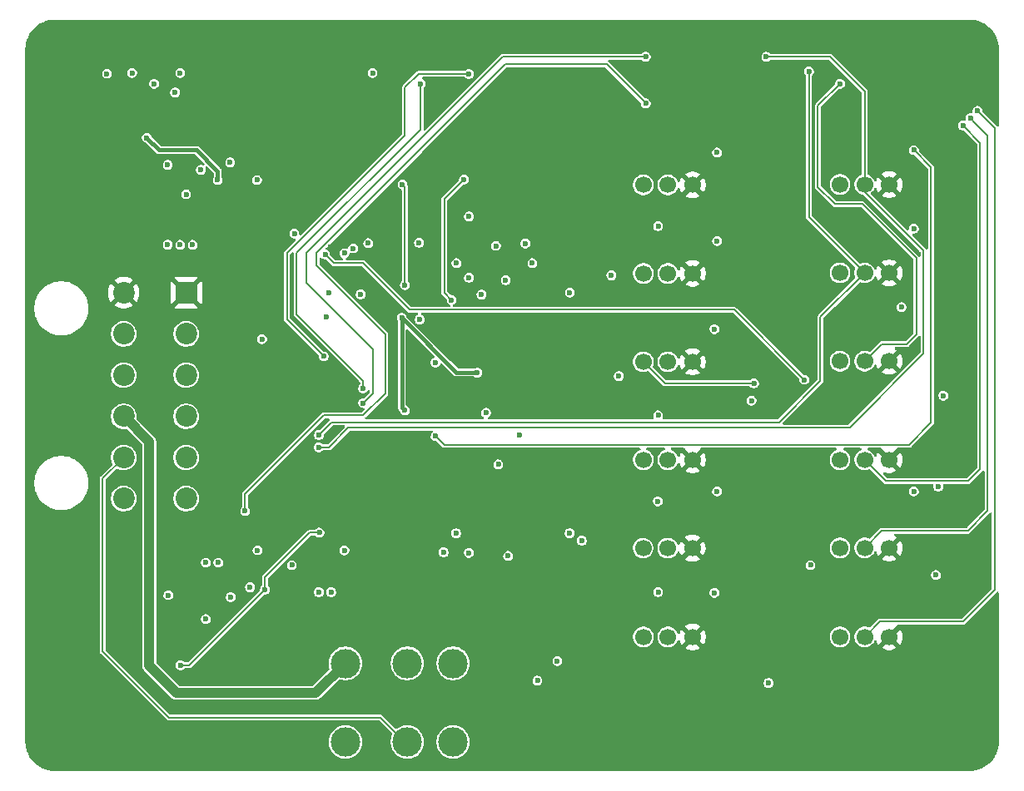
<source format=gbr>
%TF.GenerationSoftware,KiCad,Pcbnew,9.0.3*%
%TF.CreationDate,2025-12-22T19:21:40+07:00*%
%TF.ProjectId,BSPD v4 Rev 5,42535044-2076-4342-9052-657620352e6b,rev?*%
%TF.SameCoordinates,Original*%
%TF.FileFunction,Copper,L3,Inr*%
%TF.FilePolarity,Positive*%
%FSLAX46Y46*%
G04 Gerber Fmt 4.6, Leading zero omitted, Abs format (unit mm)*
G04 Created by KiCad (PCBNEW 9.0.3) date 2025-12-22 19:21:40*
%MOMM*%
%LPD*%
G01*
G04 APERTURE LIST*
G04 Aperture macros list*
%AMRoundRect*
0 Rectangle with rounded corners*
0 $1 Rounding radius*
0 $2 $3 $4 $5 $6 $7 $8 $9 X,Y pos of 4 corners*
0 Add a 4 corners polygon primitive as box body*
4,1,4,$2,$3,$4,$5,$6,$7,$8,$9,$2,$3,0*
0 Add four circle primitives for the rounded corners*
1,1,$1+$1,$2,$3*
1,1,$1+$1,$4,$5*
1,1,$1+$1,$6,$7*
1,1,$1+$1,$8,$9*
0 Add four rect primitives between the rounded corners*
20,1,$1+$1,$2,$3,$4,$5,0*
20,1,$1+$1,$4,$5,$6,$7,0*
20,1,$1+$1,$6,$7,$8,$9,0*
20,1,$1+$1,$8,$9,$2,$3,0*%
G04 Aperture macros list end*
%TA.AperFunction,ComponentPad*%
%ADD10C,0.800000*%
%TD*%
%TA.AperFunction,ComponentPad*%
%ADD11C,6.400000*%
%TD*%
%TA.AperFunction,ComponentPad*%
%ADD12C,1.700000*%
%TD*%
%TA.AperFunction,ComponentPad*%
%ADD13RoundRect,0.150000X0.960000X-0.950000X0.960000X0.950000X-0.960000X0.950000X-0.960000X-0.950000X0*%
%TD*%
%TA.AperFunction,ComponentPad*%
%ADD14C,2.200000*%
%TD*%
%TA.AperFunction,ComponentPad*%
%ADD15C,3.000000*%
%TD*%
%TA.AperFunction,ViaPad*%
%ADD16C,0.600000*%
%TD*%
%TA.AperFunction,Conductor*%
%ADD17C,0.400000*%
%TD*%
%TA.AperFunction,Conductor*%
%ADD18C,0.200000*%
%TD*%
%TA.AperFunction,Conductor*%
%ADD19C,1.000000*%
%TD*%
G04 APERTURE END LIST*
D10*
%TO.N,GND*%
%TO.C,H4*%
X234950000Y-141000000D03*
X235652944Y-139302944D03*
X235652944Y-142697056D03*
X237350000Y-138600000D03*
D11*
X237350000Y-141000000D03*
D10*
X237350000Y-143400000D03*
X239047056Y-139302944D03*
X239047056Y-142697056D03*
X239750000Y-141000000D03*
%TD*%
D12*
%TO.N,+5V*%
%TO.C,RV2*%
X204500000Y-93805000D03*
%TO.N,Net-(U1B--)*%
X207000000Y-93805000D03*
%TO.N,GND*%
X209500000Y-93805000D03*
%TD*%
D13*
%TO.N,GND*%
%TO.C,J1*%
X158000000Y-95770000D03*
D14*
%TO.N,Net-(J1-Pad2)*%
X158000000Y-99960000D03*
%TO.N,Net-(J1-Pad3)*%
X158000000Y-104150000D03*
%TO.N,Net-(J1-Pad4)*%
X158000000Y-108350000D03*
%TO.N,Net-(J1-Pad5)*%
X158000000Y-112540000D03*
%TO.N,+5V*%
X158000000Y-116730000D03*
%TO.N,+12V*%
X151650000Y-116730000D03*
%TO.N,BSPD_status(12V)*%
X151650000Y-112540000D03*
%TO.N,Relay_com*%
X151650000Y-108350000D03*
%TO.N,Relay_NO*%
X151650000Y-104150000D03*
%TO.N,Relay_NC*%
X151650000Y-99960000D03*
%TO.N,GND*%
X151650000Y-95770000D03*
%TD*%
D15*
%TO.N,Relay_com*%
%TO.C,U23*%
X174200000Y-133500000D03*
X174200000Y-141500000D03*
%TO.N,BSPD_status(12V)*%
X180500000Y-141500000D03*
%TO.N,Relay_NO*%
X185150000Y-141500000D03*
%TO.N,Relay_NC*%
X185150000Y-133500000D03*
%TO.N,+12V*%
X180500000Y-133500000D03*
%TD*%
D12*
%TO.N,+12V*%
%TO.C,RV3*%
X204500000Y-102800000D03*
%TO.N,Net-(U1C--)*%
X207000000Y-102800000D03*
%TO.N,GND*%
X209500000Y-102800000D03*
%TD*%
%TO.N,+5V*%
%TO.C,RV7*%
X224500000Y-84750000D03*
%TO.N,Net-(U2C--)*%
X227000000Y-84750000D03*
%TO.N,GND*%
X229500000Y-84750000D03*
%TD*%
D10*
%TO.N,GND*%
%TO.C,H2*%
X234950000Y-71400000D03*
X235652944Y-69702944D03*
X235652944Y-73097056D03*
X237350000Y-69000000D03*
D11*
X237350000Y-71400000D03*
D10*
X237350000Y-73800000D03*
X239047056Y-69702944D03*
X239047056Y-73097056D03*
X239750000Y-71400000D03*
%TD*%
%TO.N,GND*%
%TO.C,H3*%
X142600000Y-141000000D03*
X143302944Y-139302944D03*
X143302944Y-142697056D03*
X145000000Y-138600000D03*
D11*
X145000000Y-141000000D03*
D10*
X145000000Y-143400000D03*
X146697056Y-139302944D03*
X146697056Y-142697056D03*
X147400000Y-141000000D03*
%TD*%
D12*
%TO.N,+5V*%
%TO.C,RV4*%
X204500000Y-112780000D03*
%TO.N,Net-(U1D--)*%
X207000000Y-112780000D03*
%TO.N,GND*%
X209500000Y-112780000D03*
%TD*%
%TO.N,+12V*%
%TO.C,RV12*%
X224500000Y-130800000D03*
%TO.N,Net-(U3D--)*%
X227000000Y-130800000D03*
%TO.N,GND*%
X229500000Y-130800000D03*
%TD*%
%TO.N,+5V*%
%TO.C,RV11*%
X224500000Y-121750000D03*
%TO.N,Net-(U3C--)*%
X227000000Y-121750000D03*
%TO.N,GND*%
X229500000Y-121750000D03*
%TD*%
D10*
%TO.N,GND*%
%TO.C,H1*%
X142600000Y-71400000D03*
X143302944Y-69702944D03*
X143302944Y-73097056D03*
X145000000Y-69000000D03*
D11*
X145000000Y-71400000D03*
D10*
X145000000Y-73800000D03*
X146697056Y-69702944D03*
X146697056Y-73097056D03*
X147400000Y-71400000D03*
%TD*%
D12*
%TO.N,+5V*%
%TO.C,RV8*%
X224500000Y-93750000D03*
%TO.N,Net-(U2D--)*%
X227000000Y-93750000D03*
%TO.N,GND*%
X229500000Y-93750000D03*
%TD*%
%TO.N,+12V*%
%TO.C,RV6*%
X204500000Y-130810000D03*
%TO.N,Net-(U2B--)*%
X207000000Y-130810000D03*
%TO.N,GND*%
X209500000Y-130810000D03*
%TD*%
%TO.N,+5V*%
%TO.C,RV10*%
X224500000Y-112765000D03*
%TO.N,Net-(U3B--)*%
X227000000Y-112765000D03*
%TO.N,GND*%
X229500000Y-112765000D03*
%TD*%
%TO.N,+5V*%
%TO.C,RV1*%
X204500000Y-84800000D03*
%TO.N,Net-(U1A--)*%
X207000000Y-84800000D03*
%TO.N,GND*%
X209500000Y-84800000D03*
%TD*%
%TO.N,+5V*%
%TO.C,RV5*%
X204475000Y-121770000D03*
%TO.N,Net-(U2A--)*%
X206975000Y-121770000D03*
%TO.N,GND*%
X209475000Y-121770000D03*
%TD*%
%TO.N,+12V*%
%TO.C,RV9*%
X224500000Y-102740000D03*
%TO.N,Net-(U3A--)*%
X227000000Y-102740000D03*
%TO.N,GND*%
X229500000Y-102740000D03*
%TD*%
D16*
%TO.N,GND*%
X196750000Y-74000000D03*
X190750000Y-127200000D03*
X200500000Y-74000000D03*
X200500000Y-80750000D03*
X207250000Y-79250000D03*
X169950000Y-128800000D03*
X201250000Y-80750000D03*
X169300000Y-115750000D03*
X177400000Y-111200000D03*
X190300000Y-85000000D03*
X200500000Y-81500000D03*
X193850000Y-87150000D03*
X195250000Y-75500000D03*
X198250000Y-78500000D03*
X201250000Y-76250000D03*
X195250000Y-79250000D03*
X195250000Y-80750000D03*
X191500000Y-78500000D03*
X194500000Y-75500000D03*
X199000000Y-77000000D03*
X171450000Y-128050000D03*
X201250000Y-77000000D03*
X195800000Y-138450000D03*
X193450000Y-101800000D03*
X186250000Y-78500000D03*
X179000000Y-78500000D03*
X202750000Y-77750000D03*
X175900000Y-112700000D03*
X202000000Y-75500000D03*
X167000000Y-77000000D03*
X196750000Y-75500000D03*
X169300000Y-108750000D03*
X206500000Y-79250000D03*
X197500000Y-75500000D03*
X175900000Y-111950000D03*
X172250000Y-81250000D03*
X192250000Y-128700000D03*
X194500000Y-78500000D03*
X199750000Y-77000000D03*
X193850000Y-120650000D03*
X158750000Y-80000000D03*
X196750000Y-77750000D03*
X187750000Y-77000000D03*
X203750000Y-139850000D03*
X202000000Y-81500000D03*
X199000000Y-80000000D03*
X210250000Y-79250000D03*
X193000000Y-78500000D03*
X199750000Y-74000000D03*
X188000000Y-121850000D03*
X196000000Y-78500000D03*
X201250000Y-81500000D03*
X188500000Y-77750000D03*
X198300000Y-106250000D03*
X200500000Y-76250000D03*
X200550000Y-108200000D03*
X197500000Y-73250000D03*
X192250000Y-127950000D03*
X206500000Y-78500000D03*
X167750000Y-77000000D03*
X199000000Y-99750000D03*
X202750000Y-80750000D03*
X180450000Y-121900000D03*
X191500000Y-127950000D03*
X199000000Y-76250000D03*
X169400000Y-88750000D03*
X196750000Y-78500000D03*
X198550000Y-101900000D03*
X189250000Y-78500000D03*
X201250000Y-75500000D03*
X197500000Y-76250000D03*
X170700000Y-129550000D03*
X189350000Y-95950000D03*
X201250000Y-80000000D03*
X187000000Y-77750000D03*
X176650000Y-117000000D03*
X197500000Y-79250000D03*
X199000000Y-78500000D03*
X177500000Y-77000000D03*
X199750000Y-80750000D03*
X188350000Y-113000000D03*
X193600000Y-99500000D03*
X184350000Y-113050000D03*
X205750000Y-79250000D03*
X204250000Y-78500000D03*
X185500000Y-91000000D03*
X199750000Y-76250000D03*
X193000000Y-77750000D03*
X167750000Y-78500000D03*
X198250000Y-81500000D03*
X199000000Y-77750000D03*
X202750000Y-77000000D03*
X198250000Y-77750000D03*
X196750000Y-77000000D03*
X208750000Y-79250000D03*
X200500000Y-78500000D03*
X196000000Y-74000000D03*
X179000000Y-77000000D03*
X197500000Y-78500000D03*
X199000000Y-101250000D03*
X190000000Y-77000000D03*
X201250000Y-78500000D03*
X179060000Y-94212500D03*
X201250000Y-77750000D03*
X198250000Y-73250000D03*
X178250000Y-77750000D03*
X202000000Y-80750000D03*
X196000000Y-81500000D03*
X190750000Y-77750000D03*
X196000000Y-75500000D03*
X202750000Y-81500000D03*
X181150000Y-127950000D03*
X196750000Y-74750000D03*
X196000000Y-77750000D03*
X195900000Y-101850000D03*
X219500000Y-138450000D03*
X197500000Y-74000000D03*
X194500000Y-80000000D03*
X160950000Y-87250000D03*
X201250000Y-79250000D03*
X170700000Y-128050000D03*
X175400000Y-122050000D03*
X199000000Y-74000000D03*
X196750000Y-76250000D03*
X202000000Y-77750000D03*
X183400000Y-84950000D03*
X198300000Y-117000000D03*
X172650000Y-91150000D03*
X190000000Y-78500000D03*
X209500000Y-78500000D03*
X196000000Y-77000000D03*
X194500000Y-79250000D03*
X194500000Y-80750000D03*
X199000000Y-81500000D03*
X196750000Y-79250000D03*
X199000000Y-79250000D03*
X187750000Y-78500000D03*
X193750000Y-78500000D03*
X158750000Y-125000000D03*
X190750000Y-128700000D03*
X202750000Y-78500000D03*
X177500000Y-77750000D03*
X214350000Y-119000000D03*
X208000000Y-79250000D03*
X202000000Y-79250000D03*
X167800000Y-100300000D03*
X169950000Y-128050000D03*
X199750000Y-73250000D03*
X196000000Y-79250000D03*
X197500000Y-77750000D03*
X187000000Y-78500000D03*
X177400000Y-111950000D03*
X198250000Y-80000000D03*
X199750000Y-79250000D03*
X199550000Y-125550000D03*
X196750000Y-80750000D03*
X198250000Y-80750000D03*
X200500000Y-75500000D03*
X185500000Y-78500000D03*
X210250000Y-78500000D03*
X186700000Y-91000000D03*
X188500000Y-78500000D03*
X191500000Y-77750000D03*
X197650000Y-87150000D03*
X199750000Y-80000000D03*
X194500000Y-74750000D03*
X209750000Y-116600000D03*
X188500000Y-77000000D03*
X170750000Y-81250000D03*
X195250000Y-78500000D03*
X169200000Y-103750000D03*
X195250000Y-77000000D03*
X197500000Y-80750000D03*
X205750000Y-78500000D03*
X193750000Y-77000000D03*
X167000000Y-77750000D03*
X195250000Y-74000000D03*
X192250000Y-127200000D03*
X194050000Y-114450000D03*
X196000000Y-74750000D03*
X200500000Y-74750000D03*
X193750000Y-77750000D03*
X198250000Y-76250000D03*
X199750000Y-77750000D03*
X169950000Y-129550000D03*
X193000000Y-77000000D03*
X187000000Y-77000000D03*
X197500000Y-74750000D03*
X199750000Y-81500000D03*
X187750000Y-77750000D03*
X195250000Y-76250000D03*
X198250000Y-74750000D03*
X208750000Y-78500000D03*
X208000000Y-78500000D03*
X199000000Y-74750000D03*
X191500000Y-77000000D03*
X199000000Y-100500000D03*
X195250000Y-74750000D03*
X202000000Y-77000000D03*
X207250000Y-78500000D03*
X199000000Y-75500000D03*
X205000000Y-79250000D03*
X199750000Y-78500000D03*
X198250000Y-75500000D03*
X179000000Y-77750000D03*
X186250000Y-77750000D03*
X190750000Y-77000000D03*
X174100000Y-90850000D03*
X197500000Y-80000000D03*
X190000000Y-77750000D03*
X205000000Y-78500000D03*
X170700000Y-128800000D03*
X201250000Y-74750000D03*
X196000000Y-76250000D03*
X202000000Y-76250000D03*
X176650000Y-122050000D03*
X195250000Y-77750000D03*
X200500000Y-80000000D03*
X200500000Y-79250000D03*
X197500000Y-77000000D03*
X171450000Y-129550000D03*
X178250000Y-77000000D03*
X198250000Y-77000000D03*
X200500000Y-77000000D03*
X171450000Y-128800000D03*
X194500000Y-77750000D03*
X189250000Y-77750000D03*
X191500000Y-127200000D03*
X191500000Y-128700000D03*
X199000000Y-80750000D03*
X195250000Y-80000000D03*
X159500000Y-133950000D03*
X192250000Y-77750000D03*
X168500000Y-77000000D03*
X199000000Y-73250000D03*
X194400000Y-116800000D03*
X190750000Y-127950000D03*
X176650000Y-111950000D03*
X196000000Y-80000000D03*
X194500000Y-76250000D03*
X209500000Y-79250000D03*
X176650000Y-111200000D03*
X177500000Y-78500000D03*
X168500000Y-78500000D03*
X202000000Y-78500000D03*
X199750000Y-75500000D03*
X196000000Y-80750000D03*
X197500000Y-81500000D03*
X194500000Y-77000000D03*
X176650000Y-112700000D03*
X168500000Y-77750000D03*
X171500000Y-81250000D03*
X171700000Y-113000000D03*
X192250000Y-77000000D03*
X202000000Y-80000000D03*
X167750000Y-77750000D03*
X196750000Y-80000000D03*
X202750000Y-80000000D03*
X196000000Y-73250000D03*
X189250000Y-77000000D03*
X195250000Y-81500000D03*
X199750000Y-74750000D03*
X196750000Y-73250000D03*
X196750000Y-81500000D03*
X167550000Y-98350000D03*
X192250000Y-78500000D03*
X203500000Y-78500000D03*
X200500000Y-77750000D03*
X204250000Y-79250000D03*
X202750000Y-76250000D03*
X167000000Y-78500000D03*
X202750000Y-79250000D03*
X198250000Y-74000000D03*
X198250000Y-79250000D03*
X203500000Y-79250000D03*
X190750000Y-78500000D03*
X175900000Y-111200000D03*
X178250000Y-78500000D03*
%TO.N,+5V*%
X181690000Y-90690000D03*
X187593750Y-103906250D03*
X166000000Y-126000000D03*
X171555000Y-120195000D03*
X189750000Y-113250000D03*
X179930000Y-98320000D03*
X157440000Y-133690000D03*
X180250000Y-107750000D03*
%TO.N,BRK2*%
X160000000Y-123250000D03*
X164000000Y-118000000D03*
X204750000Y-76500000D03*
%TO.N,BRK1*%
X204750000Y-71750000D03*
X176000000Y-107000000D03*
%TO.N,TPS2*%
X157400000Y-90900000D03*
X165712500Y-100500000D03*
X149948132Y-73473554D03*
%TO.N,+12V*%
X161210000Y-84300000D03*
X215750000Y-105000000D03*
X172250000Y-98250000D03*
X154000000Y-80000000D03*
%TO.N,TPS1*%
X152500000Y-73400000D03*
X156130000Y-82750000D03*
%TO.N,Net-(U27A-+)*%
X186750000Y-122250000D03*
X183370000Y-102870000D03*
X180250000Y-95000000D03*
X180000000Y-84750000D03*
%TO.N,Net-(U1A--)*%
X157392857Y-73392857D03*
X159500000Y-83250000D03*
%TO.N,Net-(U1B--)*%
X156875000Y-75375000D03*
X206000000Y-89000000D03*
X158000000Y-85750000D03*
%TO.N,Net-(U2A--)*%
X176000000Y-105500000D03*
X205975000Y-117000000D03*
X181857143Y-74500000D03*
%TO.N,Net-(U2B--)*%
X206000000Y-126250000D03*
X172000000Y-102250000D03*
X186750000Y-73500000D03*
%TO.N,Net-(U27B-+)*%
X188500000Y-108000000D03*
X185000000Y-96500000D03*
X186250000Y-84250000D03*
%TO.N,Logic_state*%
X195750000Y-133250000D03*
X193725000Y-135250000D03*
X171500000Y-126250000D03*
%TO.N,Net-(U1C--)*%
X158670000Y-90900000D03*
X154750000Y-74500000D03*
%TO.N,Net-(U2C--)*%
X171500000Y-111500000D03*
X217000000Y-71750000D03*
%TO.N,Net-(U3A--)*%
X160000000Y-129000000D03*
X224500000Y-74500000D03*
%TO.N,Net-(U3B--)*%
X237000000Y-78750000D03*
X162540000Y-126750000D03*
%TO.N,Net-(U3C--)*%
X161270000Y-123250000D03*
X237750000Y-78000000D03*
%TO.N,Net-(U1D--)*%
X176964286Y-73400000D03*
X156130000Y-90870000D03*
X206000000Y-108250000D03*
%TO.N,Net-(U2D--)*%
X221333333Y-73250000D03*
X171500000Y-110250000D03*
%TO.N,Net-(U3D--)*%
X164500000Y-125750000D03*
X238483662Y-77266338D03*
%TO.N,TPS1_sense*%
X162480000Y-82500000D03*
X212000000Y-81500000D03*
%TO.N,TPS1_con*%
X165200000Y-84300000D03*
X212000000Y-90500000D03*
X185500000Y-92750000D03*
%TO.N,TPS1_over*%
X169000000Y-89750000D03*
X192500000Y-90750000D03*
X211725000Y-99475000D03*
%TO.N,TPS2_sense*%
X215500000Y-106750000D03*
X202000000Y-104250000D03*
X172500000Y-95750000D03*
%TO.N,TPS2_con*%
X186770000Y-94250000D03*
X212000000Y-116000000D03*
%TO.N,TPS2_over*%
X193210000Y-92750000D03*
X211725000Y-126310000D03*
X181750000Y-98500000D03*
%TO.N,BRK1_sense*%
X232000000Y-81250000D03*
X175750000Y-95940000D03*
X183370000Y-110380000D03*
%TO.N,BRK1_con*%
X232000000Y-89250000D03*
X189500000Y-91000000D03*
%TO.N,BRK1_over*%
X201250000Y-94000000D03*
X230750000Y-97250000D03*
%TO.N,BRK2_sense*%
X220875000Y-104625000D03*
X235000000Y-106250000D03*
X156190000Y-126560000D03*
X172132230Y-91867771D03*
%TO.N,BRK2_con*%
X186770000Y-88000000D03*
X165262500Y-121987500D03*
X234500000Y-115500000D03*
X232000000Y-116000000D03*
%TO.N,BRK2_over*%
X197020000Y-95750000D03*
X221500000Y-123500000D03*
X234250000Y-124500000D03*
X168750000Y-123500000D03*
%TO.N,Net-(U21C-3A)*%
X175000000Y-91250000D03*
X184190000Y-122190000D03*
%TO.N,Net-(U21C-3B)*%
X176520000Y-90730000D03*
X185460000Y-120250000D03*
%TO.N,Net-(U21C-3Y)*%
X217225000Y-135500000D03*
X174095000Y-122000000D03*
X174095000Y-91750000D03*
X172750000Y-126250000D03*
%TO.N,Net-(U17B-2Y)*%
X190750000Y-122560000D03*
X188040000Y-95960000D03*
%TO.N,Net-(U17C-3Y)*%
X197000000Y-120250000D03*
X190500000Y-94500000D03*
%TO.N,Net-(U18-Pad6)*%
X198250000Y-121000000D03*
X191940000Y-110250000D03*
%TD*%
D17*
%TO.N,+5V*%
X185485000Y-103875000D02*
X179930000Y-98320000D01*
X180250000Y-107750000D02*
X179930000Y-107430000D01*
D18*
X170555000Y-120195000D02*
X171555000Y-120195000D01*
D17*
X185485000Y-103875000D02*
X187562500Y-103875000D01*
D18*
X157440000Y-133690000D02*
X158310000Y-133690000D01*
D17*
X179930000Y-107430000D02*
X179930000Y-98320000D01*
D18*
X166000000Y-126000000D02*
X166000000Y-124750000D01*
D17*
X187562500Y-103875000D02*
X187593750Y-103906250D01*
D18*
X158310000Y-133690000D02*
X166000000Y-126000000D01*
X166000000Y-124750000D02*
X170555000Y-120195000D01*
%TO.N,BRK2*%
X200750000Y-72500000D02*
X204750000Y-76500000D01*
X190500000Y-72500000D02*
X200750000Y-72500000D01*
X172000000Y-108250000D02*
X176000000Y-108250000D01*
X176000000Y-108250000D02*
X178250000Y-106000000D01*
X171250000Y-93000000D02*
X171250000Y-91750000D01*
X171250000Y-91750000D02*
X190500000Y-72500000D01*
X178250000Y-106000000D02*
X178250000Y-100000000D01*
X164000000Y-116250000D02*
X172000000Y-108250000D01*
X178250000Y-100000000D02*
X171250000Y-93000000D01*
X164000000Y-118000000D02*
X164000000Y-116250000D01*
%TO.N,BRK1*%
X177000000Y-106000000D02*
X177000000Y-101500000D01*
X170250000Y-91750000D02*
X190250000Y-71750000D01*
X190250000Y-71750000D02*
X204750000Y-71750000D01*
X170250000Y-94750000D02*
X170250000Y-91750000D01*
X177000000Y-101500000D02*
X170250000Y-94750000D01*
X176000000Y-107000000D02*
X177000000Y-106000000D01*
%TO.N,+12V*%
X206700000Y-105000000D02*
X215750000Y-105000000D01*
D17*
X161210000Y-84300000D02*
X161210000Y-83394796D01*
X155250000Y-81250000D02*
X154000000Y-80000000D01*
X159065204Y-81250000D02*
X155250000Y-81250000D01*
D18*
X204500000Y-102800000D02*
X206700000Y-105000000D01*
D17*
X161210000Y-83394796D02*
X159065204Y-81250000D01*
D18*
%TO.N,Net-(U27A-+)*%
X180000000Y-84750000D02*
X180250000Y-85000000D01*
X180250000Y-85000000D02*
X180250000Y-95000000D01*
%TO.N,BSPD_status(12V)*%
X180250000Y-141500000D02*
X177750000Y-139000000D01*
X149500000Y-114690000D02*
X151650000Y-112540000D01*
X180500000Y-141500000D02*
X180250000Y-141500000D01*
X156250000Y-139000000D02*
X149500000Y-132250000D01*
X149500000Y-132250000D02*
X149500000Y-114690000D01*
X177750000Y-139000000D02*
X156250000Y-139000000D01*
D19*
%TO.N,Relay_com*%
X171200000Y-136500000D02*
X157000000Y-136500000D01*
X154250000Y-133750000D02*
X154250000Y-110950000D01*
X154250000Y-110950000D02*
X151650000Y-108350000D01*
X157000000Y-136500000D02*
X154250000Y-133750000D01*
X174200000Y-133500000D02*
X171200000Y-136500000D01*
D18*
%TO.N,Net-(U2A--)*%
X181857143Y-79142857D02*
X181857143Y-74500000D01*
X169250000Y-91750000D02*
X181857143Y-79142857D01*
X176000000Y-105500000D02*
X176000000Y-104750000D01*
X176000000Y-104750000D02*
X169250000Y-98000000D01*
X169250000Y-98000000D02*
X169250000Y-91750000D01*
%TO.N,Net-(U2B--)*%
X181626969Y-73500000D02*
X186750000Y-73500000D01*
X168250000Y-91750000D02*
X180250000Y-79750000D01*
X180250000Y-79750000D02*
X180250000Y-74876969D01*
X172000000Y-102250000D02*
X168250000Y-98500000D01*
X168250000Y-98500000D02*
X168250000Y-91750000D01*
X180250000Y-74876969D02*
X181626969Y-73500000D01*
%TO.N,Net-(U27B-+)*%
X184250000Y-86250000D02*
X184250000Y-95750000D01*
X184250000Y-95750000D02*
X185000000Y-96500000D01*
X186250000Y-84250000D02*
X184250000Y-86250000D01*
%TO.N,Net-(U2C--)*%
X227000000Y-75250000D02*
X227000000Y-84750000D01*
X233000000Y-91500000D02*
X233000000Y-102000000D01*
X227000000Y-84750000D02*
X227000000Y-85500000D01*
X233000000Y-102000000D02*
X225500000Y-109500000D01*
X217000000Y-71750000D02*
X223500000Y-71750000D01*
X172500000Y-111500000D02*
X171500000Y-111500000D01*
X223500000Y-71750000D02*
X227000000Y-75250000D01*
X225500000Y-109500000D02*
X174500000Y-109500000D01*
X174500000Y-109500000D02*
X172500000Y-111500000D01*
X227000000Y-85500000D02*
X233000000Y-91500000D01*
%TO.N,Net-(U3A--)*%
X232250000Y-100000000D02*
X231250000Y-101000000D01*
X228740000Y-101000000D02*
X227000000Y-102740000D01*
X222250000Y-76750000D02*
X222250000Y-85000000D01*
X224000000Y-86750000D02*
X226750000Y-86750000D01*
X222250000Y-85000000D02*
X224000000Y-86750000D01*
X224500000Y-74500000D02*
X222250000Y-76750000D01*
X231250000Y-101000000D02*
X228740000Y-101000000D01*
X226750000Y-86750000D02*
X232250000Y-92250000D01*
X232250000Y-92250000D02*
X232250000Y-100000000D01*
%TO.N,Net-(U3B--)*%
X238750000Y-80500000D02*
X237000000Y-78750000D01*
X227000000Y-112765000D02*
X229174000Y-114939000D01*
X237561000Y-114939000D02*
X238750000Y-113750000D01*
X238750000Y-113750000D02*
X238750000Y-80500000D01*
X229174000Y-114939000D02*
X237561000Y-114939000D01*
%TO.N,Net-(U3C--)*%
X239500000Y-118000000D02*
X239500000Y-79750000D01*
X227000000Y-121750000D02*
X228750000Y-120000000D01*
X239500000Y-79750000D02*
X238250000Y-78500000D01*
X228750000Y-120000000D02*
X237500000Y-120000000D01*
X237500000Y-120000000D02*
X239500000Y-118000000D01*
X238250000Y-78500000D02*
X237750000Y-78000000D01*
%TO.N,Net-(U2D--)*%
X171500000Y-110250000D02*
X172789192Y-108960808D01*
X218289192Y-108960808D02*
X222500000Y-104750000D01*
X222500000Y-104750000D02*
X222500000Y-98250000D01*
X221333333Y-73250000D02*
X221333333Y-88083333D01*
X172789192Y-108960808D02*
X218289192Y-108960808D01*
X221333333Y-88083333D02*
X227000000Y-93750000D01*
X222500000Y-98250000D02*
X227000000Y-93750000D01*
%TO.N,Net-(U3D--)*%
X237000000Y-129250000D02*
X228550000Y-129250000D01*
X240250000Y-79032675D02*
X240250000Y-126000000D01*
X228550000Y-129250000D02*
X227000000Y-130800000D01*
X238483662Y-77266338D02*
X240250000Y-79032675D01*
X240250000Y-126000000D02*
X237000000Y-129250000D01*
%TO.N,BRK1_sense*%
X231500000Y-111250000D02*
X184240000Y-111250000D01*
X233750000Y-109000000D02*
X231500000Y-111250000D01*
X233750000Y-83000000D02*
X233750000Y-109000000D01*
X232000000Y-81250000D02*
X233750000Y-83000000D01*
X184240000Y-111250000D02*
X183370000Y-110380000D01*
%TO.N,BRK2_sense*%
X213750000Y-97500000D02*
X180750000Y-97500000D01*
X173014459Y-92750000D02*
X172132230Y-91867771D01*
X176000000Y-92750000D02*
X173014459Y-92750000D01*
X180750000Y-97500000D02*
X176000000Y-92750000D01*
X220875000Y-104625000D02*
X213750000Y-97500000D01*
%TD*%
%TA.AperFunction,Conductor*%
%TO.N,GND*%
G36*
X237653244Y-67975670D02*
G01*
X237957046Y-67991592D01*
X237969953Y-67992949D01*
X238101089Y-68013718D01*
X238267209Y-68040028D01*
X238279896Y-68042724D01*
X238570625Y-68120625D01*
X238582965Y-68124635D01*
X238863938Y-68232490D01*
X238875790Y-68237767D01*
X239143968Y-68374411D01*
X239155199Y-68380896D01*
X239407608Y-68544812D01*
X239418109Y-68552441D01*
X239652010Y-68741850D01*
X239661655Y-68750535D01*
X239874464Y-68963344D01*
X239883149Y-68972989D01*
X240072558Y-69206890D01*
X240080187Y-69217391D01*
X240244101Y-69469796D01*
X240250591Y-69481036D01*
X240387231Y-69749206D01*
X240392510Y-69761064D01*
X240500363Y-70042033D01*
X240504374Y-70054376D01*
X240582273Y-70345097D01*
X240584971Y-70357794D01*
X240632050Y-70655046D01*
X240633407Y-70667953D01*
X240649330Y-70971756D01*
X240649500Y-70978246D01*
X240649500Y-78707842D01*
X240629815Y-78774881D01*
X240577011Y-78820636D01*
X240507853Y-78830580D01*
X240444297Y-78801555D01*
X240437819Y-78795523D01*
X239020481Y-77378185D01*
X238986996Y-77316862D01*
X238984162Y-77290504D01*
X238984162Y-77200448D01*
X238984162Y-77200446D01*
X238950054Y-77073152D01*
X238884162Y-76959024D01*
X238790976Y-76865838D01*
X238733912Y-76832892D01*
X238676849Y-76799946D01*
X238613201Y-76782892D01*
X238549554Y-76765838D01*
X238417770Y-76765838D01*
X238290474Y-76799946D01*
X238176348Y-76865838D01*
X238176345Y-76865840D01*
X238083164Y-76959021D01*
X238083162Y-76959024D01*
X238017270Y-77073150D01*
X237983162Y-77200446D01*
X237983162Y-77332230D01*
X237988800Y-77353271D01*
X237987135Y-77423121D01*
X237947971Y-77480983D01*
X237883742Y-77508485D01*
X237836933Y-77505138D01*
X237815892Y-77499500D01*
X237684108Y-77499500D01*
X237556812Y-77533608D01*
X237442686Y-77599500D01*
X237442683Y-77599502D01*
X237349502Y-77692683D01*
X237349500Y-77692686D01*
X237283608Y-77806812D01*
X237266013Y-77872480D01*
X237249500Y-77934108D01*
X237249500Y-78065892D01*
X237251536Y-78073492D01*
X237261118Y-78109250D01*
X237259455Y-78179100D01*
X237220292Y-78236962D01*
X237156064Y-78264466D01*
X237109251Y-78261118D01*
X237065892Y-78249500D01*
X236934108Y-78249500D01*
X236806812Y-78283608D01*
X236692686Y-78349500D01*
X236692683Y-78349502D01*
X236599502Y-78442683D01*
X236599500Y-78442686D01*
X236533608Y-78556812D01*
X236511117Y-78640751D01*
X236499500Y-78684108D01*
X236499500Y-78815892D01*
X236503436Y-78830580D01*
X236533608Y-78943187D01*
X236547371Y-78967024D01*
X236599500Y-79057314D01*
X236692686Y-79150500D01*
X236806814Y-79216392D01*
X236934108Y-79250500D01*
X236934110Y-79250500D01*
X237024167Y-79250500D01*
X237091206Y-79270185D01*
X237111848Y-79286819D01*
X238413181Y-80588152D01*
X238446666Y-80649475D01*
X238449500Y-80675833D01*
X238449500Y-113574167D01*
X238429815Y-113641206D01*
X238413181Y-113661848D01*
X237472848Y-114602181D01*
X237411525Y-114635666D01*
X237385167Y-114638500D01*
X229349833Y-114638500D01*
X229282794Y-114618815D01*
X229262152Y-114602181D01*
X228894141Y-114234170D01*
X228860656Y-114172847D01*
X228865640Y-114103155D01*
X228907512Y-114047222D01*
X228972976Y-114022805D01*
X229020140Y-114028558D01*
X229183871Y-114081757D01*
X229393754Y-114115000D01*
X229606246Y-114115000D01*
X229816127Y-114081757D01*
X229816130Y-114081757D01*
X230018217Y-114016095D01*
X230207554Y-113919622D01*
X230261716Y-113880270D01*
X230261717Y-113880270D01*
X229588584Y-113207138D01*
X229673694Y-113184333D01*
X229776306Y-113125090D01*
X229860090Y-113041306D01*
X229919333Y-112938694D01*
X229942138Y-112853584D01*
X230615270Y-113526717D01*
X230615270Y-113526716D01*
X230654622Y-113472554D01*
X230751095Y-113283217D01*
X230816757Y-113081130D01*
X230816757Y-113081127D01*
X230850000Y-112871246D01*
X230850000Y-112658753D01*
X230816757Y-112448872D01*
X230816757Y-112448869D01*
X230751095Y-112246782D01*
X230654624Y-112057449D01*
X230615270Y-112003282D01*
X230615269Y-112003282D01*
X229942137Y-112676414D01*
X229919333Y-112591306D01*
X229860090Y-112488694D01*
X229776306Y-112404910D01*
X229673694Y-112345667D01*
X229588584Y-112322861D01*
X230274329Y-111637115D01*
X230278796Y-111615853D01*
X230327846Y-111566096D01*
X230388050Y-111550500D01*
X231539560Y-111550500D01*
X231539562Y-111550500D01*
X231615989Y-111530021D01*
X231684511Y-111490460D01*
X231740460Y-111434511D01*
X233990460Y-109184511D01*
X234030022Y-109115988D01*
X234050500Y-109039562D01*
X234050500Y-108960438D01*
X234050500Y-106184108D01*
X234499500Y-106184108D01*
X234499500Y-106315891D01*
X234533608Y-106443187D01*
X234545152Y-106463181D01*
X234599500Y-106557314D01*
X234692686Y-106650500D01*
X234806814Y-106716392D01*
X234934108Y-106750500D01*
X234934110Y-106750500D01*
X235065890Y-106750500D01*
X235065892Y-106750500D01*
X235193186Y-106716392D01*
X235307314Y-106650500D01*
X235400500Y-106557314D01*
X235466392Y-106443186D01*
X235500500Y-106315892D01*
X235500500Y-106184108D01*
X235466392Y-106056814D01*
X235400500Y-105942686D01*
X235307314Y-105849500D01*
X235250250Y-105816554D01*
X235193187Y-105783608D01*
X235129539Y-105766554D01*
X235065892Y-105749500D01*
X234934108Y-105749500D01*
X234806812Y-105783608D01*
X234692686Y-105849500D01*
X234692683Y-105849502D01*
X234599502Y-105942683D01*
X234599500Y-105942686D01*
X234533608Y-106056812D01*
X234499500Y-106184108D01*
X234050500Y-106184108D01*
X234050500Y-82960438D01*
X234045743Y-82942686D01*
X234034439Y-82900499D01*
X234030023Y-82884015D01*
X234030022Y-82884013D01*
X234030022Y-82884012D01*
X233990460Y-82815489D01*
X232536819Y-81361848D01*
X232503334Y-81300525D01*
X232500500Y-81274167D01*
X232500500Y-81184110D01*
X232500500Y-81184108D01*
X232466392Y-81056814D01*
X232400500Y-80942686D01*
X232307314Y-80849500D01*
X232244408Y-80813181D01*
X232193187Y-80783608D01*
X232129539Y-80766554D01*
X232065892Y-80749500D01*
X231934108Y-80749500D01*
X231806812Y-80783608D01*
X231692686Y-80849500D01*
X231692683Y-80849502D01*
X231599502Y-80942683D01*
X231599500Y-80942686D01*
X231533608Y-81056812D01*
X231522170Y-81099500D01*
X231499500Y-81184108D01*
X231499500Y-81315892D01*
X231505504Y-81338300D01*
X231533608Y-81443187D01*
X231566554Y-81500250D01*
X231599500Y-81557314D01*
X231692686Y-81650500D01*
X231806814Y-81716392D01*
X231934108Y-81750500D01*
X231934110Y-81750500D01*
X232024167Y-81750500D01*
X232091206Y-81770185D01*
X232111848Y-81786819D01*
X233413181Y-83088152D01*
X233446666Y-83149475D01*
X233449500Y-83175833D01*
X233449500Y-91225167D01*
X233429815Y-91292206D01*
X233377011Y-91337961D01*
X233307853Y-91347905D01*
X233244297Y-91318880D01*
X233237819Y-91312848D01*
X231887152Y-89962181D01*
X231853667Y-89900858D01*
X231858651Y-89831166D01*
X231900523Y-89775233D01*
X231965987Y-89750816D01*
X231974833Y-89750500D01*
X232065890Y-89750500D01*
X232065892Y-89750500D01*
X232193186Y-89716392D01*
X232307314Y-89650500D01*
X232400500Y-89557314D01*
X232466392Y-89443186D01*
X232500500Y-89315892D01*
X232500500Y-89184108D01*
X232466392Y-89056814D01*
X232400500Y-88942686D01*
X232307314Y-88849500D01*
X232233380Y-88806814D01*
X232193187Y-88783608D01*
X232129539Y-88766554D01*
X232065892Y-88749500D01*
X231934108Y-88749500D01*
X231806812Y-88783608D01*
X231692686Y-88849500D01*
X231692683Y-88849502D01*
X231599502Y-88942683D01*
X231599500Y-88942686D01*
X231533608Y-89056812D01*
X231499500Y-89184108D01*
X231499500Y-89275167D01*
X231479815Y-89342206D01*
X231427011Y-89387961D01*
X231357853Y-89397905D01*
X231294297Y-89368880D01*
X231287819Y-89362848D01*
X227667983Y-85743012D01*
X227634498Y-85681689D01*
X227639482Y-85611997D01*
X227667983Y-85567650D01*
X227815974Y-85419658D01*
X227815975Y-85419657D01*
X227815977Y-85419655D01*
X227930941Y-85247598D01*
X227976748Y-85137009D01*
X228020589Y-85082606D01*
X228086883Y-85060541D01*
X228154582Y-85077820D01*
X228202193Y-85128957D01*
X228209240Y-85146144D01*
X228248904Y-85268216D01*
X228345375Y-85457550D01*
X228384728Y-85511716D01*
X229057861Y-84838584D01*
X229080667Y-84923694D01*
X229139910Y-85026306D01*
X229223694Y-85110090D01*
X229326306Y-85169333D01*
X229411415Y-85192138D01*
X228738282Y-85865269D01*
X228738282Y-85865270D01*
X228792449Y-85904624D01*
X228981782Y-86001095D01*
X229183870Y-86066757D01*
X229393754Y-86100000D01*
X229606246Y-86100000D01*
X229816127Y-86066757D01*
X229816130Y-86066757D01*
X230018217Y-86001095D01*
X230207554Y-85904622D01*
X230261716Y-85865270D01*
X230261717Y-85865270D01*
X229588584Y-85192138D01*
X229673694Y-85169333D01*
X229776306Y-85110090D01*
X229860090Y-85026306D01*
X229919333Y-84923694D01*
X229942138Y-84838584D01*
X230615270Y-85511717D01*
X230615270Y-85511716D01*
X230654622Y-85457554D01*
X230751095Y-85268217D01*
X230816757Y-85066130D01*
X230816757Y-85066127D01*
X230850000Y-84856246D01*
X230850000Y-84643753D01*
X230816757Y-84433872D01*
X230816757Y-84433869D01*
X230751095Y-84231782D01*
X230654624Y-84042449D01*
X230615270Y-83988282D01*
X230615269Y-83988282D01*
X229942137Y-84661414D01*
X229919333Y-84576306D01*
X229860090Y-84473694D01*
X229776306Y-84389910D01*
X229673694Y-84330667D01*
X229588584Y-84307861D01*
X230261716Y-83634728D01*
X230207550Y-83595375D01*
X230018217Y-83498904D01*
X229816129Y-83433242D01*
X229606246Y-83400000D01*
X229393754Y-83400000D01*
X229183872Y-83433242D01*
X229183869Y-83433242D01*
X228981782Y-83498904D01*
X228792439Y-83595380D01*
X228738282Y-83634727D01*
X228738282Y-83634728D01*
X229411415Y-84307861D01*
X229326306Y-84330667D01*
X229223694Y-84389910D01*
X229139910Y-84473694D01*
X229080667Y-84576306D01*
X229057861Y-84661415D01*
X228384728Y-83988282D01*
X228384727Y-83988282D01*
X228345380Y-84042439D01*
X228248905Y-84231781D01*
X228209240Y-84353856D01*
X228169802Y-84411531D01*
X228105443Y-84438729D01*
X228036597Y-84426814D01*
X227985121Y-84379570D01*
X227976748Y-84362990D01*
X227972965Y-84353856D01*
X227930941Y-84252402D01*
X227815977Y-84080345D01*
X227815975Y-84080342D01*
X227669657Y-83934024D01*
X227497595Y-83819057D01*
X227443253Y-83796548D01*
X227443252Y-83796548D01*
X227377046Y-83769124D01*
X227322643Y-83725282D01*
X227300579Y-83658988D01*
X227300500Y-83654563D01*
X227300500Y-75210439D01*
X227292830Y-75181814D01*
X227280021Y-75134011D01*
X227280017Y-75134004D01*
X227240464Y-75065495D01*
X227240458Y-75065487D01*
X223684512Y-71509541D01*
X223684507Y-71509537D01*
X223675065Y-71504086D01*
X223675064Y-71504086D01*
X223615991Y-71469980D01*
X223615990Y-71469979D01*
X223590513Y-71463152D01*
X223539562Y-71449500D01*
X223539560Y-71449500D01*
X217458676Y-71449500D01*
X217391637Y-71429815D01*
X217370995Y-71413181D01*
X217307316Y-71349502D01*
X217307314Y-71349500D01*
X217250250Y-71316554D01*
X217193187Y-71283608D01*
X217129539Y-71266554D01*
X217065892Y-71249500D01*
X216934108Y-71249500D01*
X216806812Y-71283608D01*
X216692686Y-71349500D01*
X216692683Y-71349502D01*
X216599502Y-71442683D01*
X216599500Y-71442686D01*
X216533608Y-71556812D01*
X216499500Y-71684108D01*
X216499500Y-71815891D01*
X216533608Y-71943187D01*
X216566554Y-72000250D01*
X216599500Y-72057314D01*
X216692686Y-72150500D01*
X216806814Y-72216392D01*
X216934108Y-72250500D01*
X216934110Y-72250500D01*
X217065890Y-72250500D01*
X217065892Y-72250500D01*
X217193186Y-72216392D01*
X217307314Y-72150500D01*
X217370995Y-72086819D01*
X217432318Y-72053334D01*
X217458676Y-72050500D01*
X223324167Y-72050500D01*
X223391206Y-72070185D01*
X223411848Y-72086819D01*
X226663181Y-75338152D01*
X226696666Y-75399475D01*
X226699500Y-75425833D01*
X226699500Y-83654563D01*
X226679815Y-83721602D01*
X226627011Y-83767357D01*
X226622953Y-83769124D01*
X226502404Y-83819057D01*
X226330342Y-83934024D01*
X226184024Y-84080342D01*
X226069058Y-84252403D01*
X225989870Y-84443579D01*
X225989868Y-84443587D01*
X225949500Y-84646530D01*
X225949500Y-84853469D01*
X225989868Y-85056412D01*
X225989870Y-85056420D01*
X226056132Y-85216391D01*
X226069059Y-85247598D01*
X226102468Y-85297598D01*
X226184024Y-85419657D01*
X226330342Y-85565975D01*
X226330345Y-85565977D01*
X226502402Y-85680941D01*
X226693580Y-85760130D01*
X226833423Y-85787946D01*
X226895330Y-85820329D01*
X226896910Y-85821881D01*
X232663181Y-91588152D01*
X232696666Y-91649475D01*
X232699500Y-91675833D01*
X232699500Y-91975167D01*
X232679815Y-92042206D01*
X232627011Y-92087961D01*
X232557853Y-92097905D01*
X232494297Y-92068880D01*
X232487819Y-92062848D01*
X226934512Y-86509541D01*
X226934507Y-86509537D01*
X226901462Y-86490459D01*
X226901462Y-86490458D01*
X226901460Y-86490458D01*
X226889083Y-86483312D01*
X226865990Y-86469979D01*
X226865991Y-86469979D01*
X226827775Y-86459739D01*
X226789562Y-86449500D01*
X226789560Y-86449500D01*
X224175833Y-86449500D01*
X224108794Y-86429815D01*
X224088152Y-86413181D01*
X222586819Y-84911848D01*
X222572115Y-84884920D01*
X222555523Y-84859102D01*
X222554631Y-84852901D01*
X222553334Y-84850525D01*
X222550500Y-84824167D01*
X222550500Y-84646530D01*
X223449500Y-84646530D01*
X223449500Y-84853469D01*
X223489868Y-85056412D01*
X223489870Y-85056420D01*
X223556132Y-85216391D01*
X223569059Y-85247598D01*
X223602468Y-85297598D01*
X223684024Y-85419657D01*
X223830342Y-85565975D01*
X223830345Y-85565977D01*
X224002402Y-85680941D01*
X224193580Y-85760130D01*
X224396530Y-85800499D01*
X224396534Y-85800500D01*
X224396535Y-85800500D01*
X224603466Y-85800500D01*
X224603467Y-85800499D01*
X224806420Y-85760130D01*
X224997598Y-85680941D01*
X225169655Y-85565977D01*
X225315977Y-85419655D01*
X225430941Y-85247598D01*
X225510130Y-85056420D01*
X225550500Y-84853465D01*
X225550500Y-84646535D01*
X225510130Y-84443580D01*
X225430941Y-84252402D01*
X225315977Y-84080345D01*
X225315975Y-84080342D01*
X225169657Y-83934024D01*
X225019372Y-83833608D01*
X224997598Y-83819059D01*
X224997593Y-83819057D01*
X224806420Y-83739870D01*
X224806412Y-83739868D01*
X224603469Y-83699500D01*
X224603465Y-83699500D01*
X224396535Y-83699500D01*
X224396530Y-83699500D01*
X224193587Y-83739868D01*
X224193579Y-83739870D01*
X224002403Y-83819058D01*
X223830342Y-83934024D01*
X223684024Y-84080342D01*
X223569058Y-84252403D01*
X223489870Y-84443579D01*
X223489868Y-84443587D01*
X223449500Y-84646530D01*
X222550500Y-84646530D01*
X222550500Y-76925832D01*
X222570185Y-76858793D01*
X222586814Y-76838156D01*
X224388151Y-75036818D01*
X224449474Y-75003334D01*
X224475832Y-75000500D01*
X224565890Y-75000500D01*
X224565892Y-75000500D01*
X224693186Y-74966392D01*
X224807314Y-74900500D01*
X224900500Y-74807314D01*
X224966392Y-74693186D01*
X225000500Y-74565892D01*
X225000500Y-74434108D01*
X224966392Y-74306814D01*
X224900500Y-74192686D01*
X224807314Y-74099500D01*
X224750250Y-74066554D01*
X224693187Y-74033608D01*
X224629539Y-74016554D01*
X224565892Y-73999500D01*
X224434108Y-73999500D01*
X224306812Y-74033608D01*
X224192686Y-74099500D01*
X224192683Y-74099502D01*
X224099502Y-74192683D01*
X224099500Y-74192686D01*
X224033608Y-74306812D01*
X223999500Y-74434108D01*
X223999500Y-74524166D01*
X223979815Y-74591205D01*
X223963181Y-74611847D01*
X222065489Y-76509540D01*
X222009541Y-76565487D01*
X222009535Y-76565495D01*
X221969982Y-76634004D01*
X221969979Y-76634009D01*
X221956326Y-76684962D01*
X221949500Y-76710438D01*
X221949500Y-85039562D01*
X221969979Y-85115989D01*
X221973685Y-85122408D01*
X221979112Y-85131809D01*
X221979114Y-85131811D01*
X222009540Y-85184511D01*
X223815489Y-86990460D01*
X223884012Y-87030022D01*
X223960438Y-87050500D01*
X224039562Y-87050500D01*
X226574167Y-87050500D01*
X226641206Y-87070185D01*
X226661848Y-87086819D01*
X231913181Y-92338152D01*
X231946666Y-92399475D01*
X231949500Y-92425833D01*
X231949500Y-99824167D01*
X231929815Y-99891206D01*
X231913181Y-99911848D01*
X231161848Y-100663181D01*
X231100525Y-100696666D01*
X231074167Y-100699500D01*
X228700438Y-100699500D01*
X228624010Y-100719978D01*
X228555489Y-100759540D01*
X228555486Y-100759542D01*
X227562104Y-101752923D01*
X227500781Y-101786408D01*
X227431089Y-101781424D01*
X227426971Y-101779803D01*
X227306424Y-101729871D01*
X227306412Y-101729868D01*
X227103469Y-101689500D01*
X227103465Y-101689500D01*
X226896535Y-101689500D01*
X226896530Y-101689500D01*
X226693587Y-101729868D01*
X226693579Y-101729870D01*
X226502403Y-101809058D01*
X226330342Y-101924024D01*
X226184024Y-102070342D01*
X226069058Y-102242403D01*
X225989870Y-102433579D01*
X225989868Y-102433587D01*
X225949500Y-102636530D01*
X225949500Y-102843469D01*
X225983880Y-103016306D01*
X225989870Y-103046420D01*
X226069059Y-103237598D01*
X226111276Y-103300781D01*
X226184024Y-103409657D01*
X226330342Y-103555975D01*
X226330345Y-103555977D01*
X226502402Y-103670941D01*
X226693580Y-103750130D01*
X226863857Y-103784000D01*
X226896530Y-103790499D01*
X226896534Y-103790500D01*
X226896535Y-103790500D01*
X227103466Y-103790500D01*
X227103467Y-103790499D01*
X227306420Y-103750130D01*
X227497598Y-103670941D01*
X227669655Y-103555977D01*
X227815977Y-103409655D01*
X227930941Y-103237598D01*
X227976748Y-103127009D01*
X228020589Y-103072606D01*
X228086883Y-103050541D01*
X228154582Y-103067820D01*
X228202193Y-103118957D01*
X228209240Y-103136144D01*
X228248904Y-103258216D01*
X228345375Y-103447550D01*
X228384728Y-103501716D01*
X229057861Y-102828583D01*
X229080667Y-102913694D01*
X229139910Y-103016306D01*
X229223694Y-103100090D01*
X229326306Y-103159333D01*
X229411415Y-103182138D01*
X228738282Y-103855269D01*
X228738282Y-103855270D01*
X228792449Y-103894624D01*
X228981782Y-103991095D01*
X229183870Y-104056757D01*
X229393754Y-104090000D01*
X229606246Y-104090000D01*
X229816127Y-104056757D01*
X229816130Y-104056757D01*
X230018217Y-103991095D01*
X230207554Y-103894622D01*
X230261716Y-103855270D01*
X230261717Y-103855270D01*
X229588584Y-103182138D01*
X229673694Y-103159333D01*
X229776306Y-103100090D01*
X229860090Y-103016306D01*
X229919333Y-102913694D01*
X229942138Y-102828584D01*
X230615270Y-103501717D01*
X230615270Y-103501716D01*
X230654622Y-103447554D01*
X230751095Y-103258217D01*
X230816757Y-103056130D01*
X230816757Y-103056127D01*
X230850000Y-102846246D01*
X230850000Y-102633753D01*
X230816757Y-102423872D01*
X230816757Y-102423869D01*
X230751095Y-102221782D01*
X230654624Y-102032449D01*
X230615270Y-101978282D01*
X230615269Y-101978282D01*
X229942137Y-102651414D01*
X229919333Y-102566306D01*
X229860090Y-102463694D01*
X229776306Y-102379910D01*
X229673694Y-102320667D01*
X229588583Y-102297861D01*
X230261716Y-101624728D01*
X230207550Y-101585375D01*
X230108655Y-101534985D01*
X230057859Y-101487010D01*
X230041064Y-101419189D01*
X230063602Y-101353054D01*
X230118317Y-101309603D01*
X230164950Y-101300500D01*
X231289560Y-101300500D01*
X231289562Y-101300500D01*
X231365989Y-101280021D01*
X231434511Y-101240460D01*
X231490460Y-101184511D01*
X232487819Y-100187152D01*
X232549142Y-100153667D01*
X232618834Y-100158651D01*
X232674767Y-100200523D01*
X232699184Y-100265987D01*
X232699500Y-100274833D01*
X232699500Y-101824167D01*
X232679815Y-101891206D01*
X232663181Y-101911848D01*
X225411848Y-109163181D01*
X225350525Y-109196666D01*
X225324167Y-109199500D01*
X218774833Y-109199500D01*
X218707794Y-109179815D01*
X218662039Y-109127011D01*
X218652095Y-109057853D01*
X218681120Y-108994297D01*
X218687152Y-108987819D01*
X220699139Y-106975832D01*
X222740460Y-104934511D01*
X222780022Y-104865988D01*
X222800500Y-104789562D01*
X222800500Y-104710438D01*
X222800500Y-102636530D01*
X223449500Y-102636530D01*
X223449500Y-102843469D01*
X223483880Y-103016306D01*
X223489870Y-103046420D01*
X223569059Y-103237598D01*
X223611276Y-103300781D01*
X223684024Y-103409657D01*
X223830342Y-103555975D01*
X223830345Y-103555977D01*
X224002402Y-103670941D01*
X224193580Y-103750130D01*
X224363857Y-103784000D01*
X224396530Y-103790499D01*
X224396534Y-103790500D01*
X224396535Y-103790500D01*
X224603466Y-103790500D01*
X224603467Y-103790499D01*
X224806420Y-103750130D01*
X224997598Y-103670941D01*
X225169655Y-103555977D01*
X225315977Y-103409655D01*
X225430941Y-103237598D01*
X225510130Y-103046420D01*
X225550500Y-102843465D01*
X225550500Y-102636535D01*
X225510130Y-102433580D01*
X225430941Y-102242402D01*
X225315977Y-102070345D01*
X225315975Y-102070342D01*
X225169657Y-101924024D01*
X225058123Y-101849500D01*
X224997598Y-101809059D01*
X224936154Y-101783608D01*
X224806420Y-101729870D01*
X224806412Y-101729868D01*
X224603469Y-101689500D01*
X224603465Y-101689500D01*
X224396535Y-101689500D01*
X224396530Y-101689500D01*
X224193587Y-101729868D01*
X224193579Y-101729870D01*
X224002403Y-101809058D01*
X223830342Y-101924024D01*
X223684024Y-102070342D01*
X223569058Y-102242403D01*
X223489870Y-102433579D01*
X223489868Y-102433587D01*
X223449500Y-102636530D01*
X222800500Y-102636530D01*
X222800500Y-98425832D01*
X222820185Y-98358793D01*
X222836814Y-98338156D01*
X223990862Y-97184108D01*
X230249500Y-97184108D01*
X230249500Y-97315892D01*
X230263221Y-97367099D01*
X230283608Y-97443187D01*
X230316554Y-97500250D01*
X230349500Y-97557314D01*
X230442686Y-97650500D01*
X230556814Y-97716392D01*
X230684108Y-97750500D01*
X230684110Y-97750500D01*
X230815890Y-97750500D01*
X230815892Y-97750500D01*
X230943186Y-97716392D01*
X231057314Y-97650500D01*
X231150500Y-97557314D01*
X231216392Y-97443186D01*
X231250500Y-97315892D01*
X231250500Y-97184108D01*
X231216392Y-97056814D01*
X231150500Y-96942686D01*
X231057314Y-96849500D01*
X231000250Y-96816554D01*
X230943187Y-96783608D01*
X230879539Y-96766554D01*
X230815892Y-96749500D01*
X230684108Y-96749500D01*
X230556812Y-96783608D01*
X230442686Y-96849500D01*
X230442683Y-96849502D01*
X230349502Y-96942683D01*
X230349500Y-96942686D01*
X230283608Y-97056812D01*
X230255107Y-97163181D01*
X230249500Y-97184108D01*
X223990862Y-97184108D01*
X226437896Y-94737073D01*
X226499217Y-94703590D01*
X226568909Y-94708574D01*
X226573007Y-94710186D01*
X226693580Y-94760130D01*
X226841536Y-94789560D01*
X226896530Y-94800499D01*
X226896534Y-94800500D01*
X226896535Y-94800500D01*
X227103466Y-94800500D01*
X227103467Y-94800499D01*
X227306420Y-94760130D01*
X227497598Y-94680941D01*
X227669655Y-94565977D01*
X227815977Y-94419655D01*
X227930941Y-94247598D01*
X227976748Y-94137009D01*
X228020589Y-94082606D01*
X228086883Y-94060541D01*
X228154582Y-94077820D01*
X228202193Y-94128957D01*
X228209240Y-94146144D01*
X228248904Y-94268216D01*
X228345375Y-94457550D01*
X228384728Y-94511716D01*
X229057861Y-93838584D01*
X229080667Y-93923694D01*
X229139910Y-94026306D01*
X229223694Y-94110090D01*
X229326306Y-94169333D01*
X229411415Y-94192138D01*
X228738282Y-94865269D01*
X228738282Y-94865270D01*
X228792449Y-94904624D01*
X228981782Y-95001095D01*
X229183870Y-95066757D01*
X229393754Y-95100000D01*
X229606246Y-95100000D01*
X229816127Y-95066757D01*
X229816130Y-95066757D01*
X230018217Y-95001095D01*
X230207554Y-94904622D01*
X230261716Y-94865270D01*
X230261717Y-94865270D01*
X229588584Y-94192138D01*
X229673694Y-94169333D01*
X229776306Y-94110090D01*
X229860090Y-94026306D01*
X229919333Y-93923694D01*
X229942138Y-93838584D01*
X230615270Y-94511717D01*
X230615270Y-94511716D01*
X230654622Y-94457554D01*
X230751095Y-94268217D01*
X230816757Y-94066130D01*
X230816757Y-94066127D01*
X230850000Y-93856246D01*
X230850000Y-93643753D01*
X230816757Y-93433872D01*
X230816757Y-93433869D01*
X230751095Y-93231782D01*
X230654624Y-93042449D01*
X230615270Y-92988282D01*
X230615269Y-92988282D01*
X229942137Y-93661414D01*
X229919333Y-93576306D01*
X229860090Y-93473694D01*
X229776306Y-93389910D01*
X229673694Y-93330667D01*
X229588584Y-93307861D01*
X230261716Y-92634728D01*
X230207550Y-92595375D01*
X230018217Y-92498904D01*
X229816129Y-92433242D01*
X229606246Y-92400000D01*
X229393754Y-92400000D01*
X229183872Y-92433242D01*
X229183869Y-92433242D01*
X228981782Y-92498904D01*
X228792439Y-92595380D01*
X228738282Y-92634727D01*
X228738282Y-92634728D01*
X229411415Y-93307861D01*
X229326306Y-93330667D01*
X229223694Y-93389910D01*
X229139910Y-93473694D01*
X229080667Y-93576306D01*
X229057861Y-93661415D01*
X228384728Y-92988282D01*
X228384727Y-92988282D01*
X228345380Y-93042439D01*
X228248905Y-93231781D01*
X228209240Y-93353856D01*
X228169802Y-93411531D01*
X228105443Y-93438729D01*
X228036597Y-93426814D01*
X227985121Y-93379570D01*
X227976748Y-93362990D01*
X227930941Y-93252402D01*
X227815977Y-93080345D01*
X227815975Y-93080342D01*
X227669657Y-92934024D01*
X227579910Y-92874058D01*
X227497598Y-92819059D01*
X227489952Y-92815892D01*
X227443252Y-92796548D01*
X227306420Y-92739870D01*
X227306412Y-92739868D01*
X227103469Y-92699500D01*
X227103465Y-92699500D01*
X226896535Y-92699500D01*
X226896530Y-92699500D01*
X226693587Y-92739868D01*
X226693579Y-92739870D01*
X226573029Y-92789804D01*
X226503559Y-92797273D01*
X226441080Y-92765998D01*
X226437895Y-92762924D01*
X221670152Y-87995181D01*
X221636667Y-87933858D01*
X221633833Y-87907500D01*
X221633833Y-73708676D01*
X221653518Y-73641637D01*
X221670152Y-73620995D01*
X221697961Y-73593186D01*
X221733833Y-73557314D01*
X221799725Y-73443186D01*
X221833833Y-73315892D01*
X221833833Y-73184108D01*
X221799725Y-73056814D01*
X221733833Y-72942686D01*
X221640647Y-72849500D01*
X221583583Y-72816554D01*
X221526520Y-72783608D01*
X221462872Y-72766554D01*
X221399225Y-72749500D01*
X221267441Y-72749500D01*
X221140145Y-72783608D01*
X221026019Y-72849500D01*
X221026016Y-72849502D01*
X220932835Y-72942683D01*
X220932833Y-72942686D01*
X220866941Y-73056812D01*
X220862589Y-73073056D01*
X220832833Y-73184108D01*
X220832833Y-73315892D01*
X220837716Y-73334114D01*
X220866941Y-73443187D01*
X220880050Y-73465892D01*
X220932833Y-73557314D01*
X220932835Y-73557316D01*
X220996514Y-73620995D01*
X221029999Y-73682318D01*
X221032833Y-73708676D01*
X221032833Y-88122895D01*
X221046485Y-88173846D01*
X221053312Y-88199323D01*
X221053313Y-88199324D01*
X221080211Y-88245913D01*
X221092870Y-88267840D01*
X221092875Y-88267846D01*
X226012924Y-93187895D01*
X226046409Y-93249218D01*
X226041425Y-93318910D01*
X226039804Y-93323029D01*
X225989870Y-93443579D01*
X225989868Y-93443587D01*
X225949500Y-93646530D01*
X225949500Y-93853469D01*
X225989868Y-94056412D01*
X225989871Y-94056424D01*
X226039803Y-94176971D01*
X226047272Y-94246440D01*
X226015997Y-94308919D01*
X226012923Y-94312104D01*
X222315489Y-98009540D01*
X222259541Y-98065487D01*
X222259535Y-98065495D01*
X222219982Y-98134004D01*
X222219979Y-98134009D01*
X222199500Y-98210439D01*
X222199500Y-104574167D01*
X222179815Y-104641206D01*
X222163181Y-104661848D01*
X218201040Y-108623989D01*
X218139717Y-108657474D01*
X218113359Y-108660308D01*
X206555811Y-108660308D01*
X206488772Y-108640623D01*
X206443017Y-108587819D01*
X206433073Y-108518661D01*
X206448424Y-108474307D01*
X206452994Y-108466392D01*
X206466392Y-108443186D01*
X206500500Y-108315892D01*
X206500500Y-108184108D01*
X206466392Y-108056814D01*
X206400500Y-107942686D01*
X206307314Y-107849500D01*
X206233380Y-107806814D01*
X206193187Y-107783608D01*
X206129539Y-107766554D01*
X206065892Y-107749500D01*
X205934108Y-107749500D01*
X205806812Y-107783608D01*
X205692686Y-107849500D01*
X205692683Y-107849502D01*
X205599502Y-107942683D01*
X205599500Y-107942686D01*
X205533608Y-108056812D01*
X205499500Y-108184108D01*
X205499500Y-108315891D01*
X205533608Y-108443187D01*
X205551576Y-108474307D01*
X205568049Y-108542207D01*
X205545197Y-108608234D01*
X205490276Y-108651425D01*
X205444189Y-108660308D01*
X188820088Y-108660308D01*
X188753049Y-108640623D01*
X188707294Y-108587819D01*
X188697350Y-108518661D01*
X188726375Y-108455105D01*
X188758085Y-108428921D01*
X188807314Y-108400500D01*
X188900500Y-108307314D01*
X188966392Y-108193186D01*
X189000500Y-108065892D01*
X189000500Y-107934108D01*
X188966392Y-107806814D01*
X188900500Y-107692686D01*
X188807314Y-107599500D01*
X188733380Y-107556814D01*
X188693187Y-107533608D01*
X188629539Y-107516554D01*
X188565892Y-107499500D01*
X188434108Y-107499500D01*
X188306812Y-107533608D01*
X188192686Y-107599500D01*
X188192683Y-107599502D01*
X188099502Y-107692683D01*
X188099500Y-107692686D01*
X188033608Y-107806812D01*
X187999500Y-107934108D01*
X187999500Y-108065891D01*
X188033608Y-108193187D01*
X188047005Y-108216391D01*
X188099500Y-108307314D01*
X188192686Y-108400500D01*
X188241913Y-108428921D01*
X188290128Y-108479488D01*
X188303350Y-108548096D01*
X188277382Y-108612960D01*
X188220468Y-108653488D01*
X188179912Y-108660308D01*
X176314025Y-108660308D01*
X176246986Y-108640623D01*
X176201231Y-108587819D01*
X176191287Y-108518661D01*
X176220312Y-108455105D01*
X176226344Y-108448627D01*
X177325471Y-107349500D01*
X178490460Y-106184511D01*
X178530022Y-106115988D01*
X178550500Y-106039562D01*
X178550500Y-105960438D01*
X178550500Y-99960438D01*
X178530021Y-99884011D01*
X178525107Y-99875499D01*
X178490464Y-99815495D01*
X178490458Y-99815487D01*
X176929079Y-98254108D01*
X179429500Y-98254108D01*
X179429500Y-98385892D01*
X179463608Y-98513186D01*
X179512887Y-98598540D01*
X179529500Y-98660539D01*
X179529500Y-107377273D01*
X179529500Y-107482727D01*
X179534875Y-107502786D01*
X179556793Y-107584589D01*
X179583156Y-107630250D01*
X179609520Y-107675913D01*
X179609522Y-107675915D01*
X179726005Y-107792398D01*
X179758099Y-107847985D01*
X179783608Y-107943186D01*
X179849500Y-108057314D01*
X179942686Y-108150500D01*
X180056814Y-108216392D01*
X180184108Y-108250500D01*
X180184110Y-108250500D01*
X180315890Y-108250500D01*
X180315892Y-108250500D01*
X180443186Y-108216392D01*
X180557314Y-108150500D01*
X180650500Y-108057314D01*
X180716392Y-107943186D01*
X180750500Y-107815892D01*
X180750500Y-107684108D01*
X180716392Y-107556814D01*
X180650500Y-107442686D01*
X180557314Y-107349500D01*
X180484244Y-107307313D01*
X180443185Y-107283607D01*
X180422404Y-107278039D01*
X180362744Y-107241673D01*
X180332216Y-107178825D01*
X180330500Y-107158265D01*
X180330500Y-106684108D01*
X214999500Y-106684108D01*
X214999500Y-106815891D01*
X215033608Y-106943187D01*
X215052456Y-106975832D01*
X215099500Y-107057314D01*
X215192686Y-107150500D01*
X215306814Y-107216392D01*
X215434108Y-107250500D01*
X215434110Y-107250500D01*
X215565890Y-107250500D01*
X215565892Y-107250500D01*
X215693186Y-107216392D01*
X215807314Y-107150500D01*
X215900500Y-107057314D01*
X215966392Y-106943186D01*
X216000500Y-106815892D01*
X216000500Y-106684108D01*
X215966392Y-106556814D01*
X215900500Y-106442686D01*
X215807314Y-106349500D01*
X215749100Y-106315890D01*
X215693187Y-106283608D01*
X215629539Y-106266554D01*
X215565892Y-106249500D01*
X215434108Y-106249500D01*
X215306812Y-106283608D01*
X215192686Y-106349500D01*
X215192683Y-106349502D01*
X215099502Y-106442683D01*
X215099500Y-106442686D01*
X215033608Y-106556812D01*
X214999500Y-106684108D01*
X180330500Y-106684108D01*
X180330500Y-99586255D01*
X180350185Y-99519216D01*
X180402989Y-99473461D01*
X180472147Y-99463517D01*
X180535703Y-99492542D01*
X180542181Y-99498574D01*
X183238204Y-102194597D01*
X183271689Y-102255920D01*
X183266705Y-102325612D01*
X183224833Y-102381545D01*
X183182622Y-102402051D01*
X183176816Y-102403606D01*
X183176814Y-102403607D01*
X183062686Y-102469500D01*
X183062683Y-102469502D01*
X182969502Y-102562683D01*
X182969500Y-102562686D01*
X182903608Y-102676812D01*
X182869500Y-102804108D01*
X182869500Y-102935891D01*
X182903608Y-103063187D01*
X182928567Y-103106416D01*
X182969500Y-103177314D01*
X183062686Y-103270500D01*
X183176814Y-103336392D01*
X183304108Y-103370500D01*
X183304110Y-103370500D01*
X183435890Y-103370500D01*
X183435892Y-103370500D01*
X183563186Y-103336392D01*
X183677314Y-103270500D01*
X183770500Y-103177314D01*
X183836392Y-103063186D01*
X183837946Y-103057384D01*
X183874307Y-102997725D01*
X183937153Y-102967194D01*
X184006529Y-102975486D01*
X184045402Y-103001795D01*
X185164519Y-104120912D01*
X185164520Y-104120913D01*
X185239087Y-104195480D01*
X185330413Y-104248207D01*
X185432273Y-104275500D01*
X187203824Y-104275500D01*
X187270863Y-104295185D01*
X187279640Y-104302258D01*
X187279990Y-104301803D01*
X187286431Y-104306745D01*
X187286436Y-104306750D01*
X187400564Y-104372642D01*
X187527858Y-104406750D01*
X187527860Y-104406750D01*
X187659640Y-104406750D01*
X187659642Y-104406750D01*
X187786936Y-104372642D01*
X187901064Y-104306750D01*
X187994250Y-104213564D01*
X188011256Y-104184108D01*
X201499500Y-104184108D01*
X201499500Y-104315891D01*
X201533608Y-104443187D01*
X201566121Y-104499500D01*
X201599500Y-104557314D01*
X201692686Y-104650500D01*
X201806814Y-104716392D01*
X201934108Y-104750500D01*
X201934110Y-104750500D01*
X202065890Y-104750500D01*
X202065892Y-104750500D01*
X202193186Y-104716392D01*
X202307314Y-104650500D01*
X202400500Y-104557314D01*
X202466392Y-104443186D01*
X202500500Y-104315892D01*
X202500500Y-104184108D01*
X202466392Y-104056814D01*
X202400500Y-103942686D01*
X202307314Y-103849500D01*
X202239125Y-103810131D01*
X202193187Y-103783608D01*
X202129539Y-103766554D01*
X202065892Y-103749500D01*
X201934108Y-103749500D01*
X201806812Y-103783608D01*
X201692686Y-103849500D01*
X201692683Y-103849502D01*
X201599502Y-103942683D01*
X201599500Y-103942686D01*
X201533608Y-104056812D01*
X201499500Y-104184108D01*
X188011256Y-104184108D01*
X188060142Y-104099436D01*
X188094250Y-103972142D01*
X188094250Y-103840358D01*
X188060142Y-103713064D01*
X187994250Y-103598936D01*
X187901064Y-103505750D01*
X187836348Y-103468386D01*
X187786937Y-103439858D01*
X187723289Y-103422804D01*
X187659642Y-103405750D01*
X187527858Y-103405750D01*
X187400564Y-103439858D01*
X187400561Y-103439859D01*
X187369337Y-103457887D01*
X187307337Y-103474500D01*
X185702255Y-103474500D01*
X185635216Y-103454815D01*
X185614574Y-103438181D01*
X184872923Y-102696530D01*
X203449500Y-102696530D01*
X203449500Y-102903469D01*
X203489868Y-103106412D01*
X203489870Y-103106420D01*
X203557834Y-103270500D01*
X203569059Y-103297598D01*
X203594980Y-103336392D01*
X203684024Y-103469657D01*
X203830342Y-103615975D01*
X203830345Y-103615977D01*
X204002402Y-103730941D01*
X204193580Y-103810130D01*
X204371222Y-103845465D01*
X204396530Y-103850499D01*
X204396534Y-103850500D01*
X204396535Y-103850500D01*
X204603466Y-103850500D01*
X204603467Y-103850499D01*
X204806420Y-103810130D01*
X204926974Y-103760194D01*
X204996438Y-103752726D01*
X205058918Y-103784000D01*
X205062104Y-103787075D01*
X206459540Y-105184511D01*
X206515489Y-105240460D01*
X206515491Y-105240461D01*
X206515495Y-105240464D01*
X206584004Y-105280017D01*
X206584011Y-105280021D01*
X206660438Y-105300500D01*
X206739562Y-105300500D01*
X215291324Y-105300500D01*
X215358363Y-105320185D01*
X215379005Y-105336819D01*
X215442686Y-105400500D01*
X215556814Y-105466392D01*
X215684108Y-105500500D01*
X215684110Y-105500500D01*
X215815890Y-105500500D01*
X215815892Y-105500500D01*
X215943186Y-105466392D01*
X216057314Y-105400500D01*
X216150500Y-105307314D01*
X216216392Y-105193186D01*
X216250500Y-105065892D01*
X216250500Y-104934108D01*
X216216392Y-104806814D01*
X216150500Y-104692686D01*
X216057314Y-104599500D01*
X215987353Y-104559108D01*
X215943187Y-104533608D01*
X215866842Y-104513152D01*
X215815892Y-104499500D01*
X215684108Y-104499500D01*
X215556812Y-104533608D01*
X215442686Y-104599500D01*
X215442683Y-104599502D01*
X215379005Y-104663181D01*
X215317682Y-104696666D01*
X215291324Y-104699500D01*
X206875833Y-104699500D01*
X206808794Y-104679815D01*
X206788152Y-104663181D01*
X205487075Y-103362104D01*
X205453590Y-103300781D01*
X205458574Y-103231089D01*
X205460163Y-103227049D01*
X205510130Y-103106420D01*
X205550500Y-102903465D01*
X205550500Y-102696535D01*
X205550499Y-102696530D01*
X205949500Y-102696530D01*
X205949500Y-102903469D01*
X205989868Y-103106412D01*
X205989870Y-103106420D01*
X206057834Y-103270500D01*
X206069059Y-103297598D01*
X206094980Y-103336392D01*
X206184024Y-103469657D01*
X206330342Y-103615975D01*
X206330345Y-103615977D01*
X206502402Y-103730941D01*
X206693580Y-103810130D01*
X206871222Y-103845465D01*
X206896530Y-103850499D01*
X206896534Y-103850500D01*
X206896535Y-103850500D01*
X207103466Y-103850500D01*
X207103467Y-103850499D01*
X207306420Y-103810130D01*
X207497598Y-103730941D01*
X207669655Y-103615977D01*
X207815977Y-103469655D01*
X207930941Y-103297598D01*
X207976748Y-103187009D01*
X208020589Y-103132606D01*
X208086883Y-103110541D01*
X208154582Y-103127820D01*
X208202193Y-103178957D01*
X208209240Y-103196144D01*
X208248904Y-103318216D01*
X208345375Y-103507550D01*
X208384728Y-103561716D01*
X209057861Y-102888584D01*
X209080667Y-102973694D01*
X209139910Y-103076306D01*
X209223694Y-103160090D01*
X209326306Y-103219333D01*
X209411415Y-103242138D01*
X208738282Y-103915269D01*
X208738282Y-103915270D01*
X208792449Y-103954624D01*
X208981782Y-104051095D01*
X209183870Y-104116757D01*
X209393754Y-104150000D01*
X209606246Y-104150000D01*
X209816127Y-104116757D01*
X209816130Y-104116757D01*
X210018217Y-104051095D01*
X210207554Y-103954622D01*
X210261716Y-103915270D01*
X210261717Y-103915270D01*
X209588584Y-103242138D01*
X209673694Y-103219333D01*
X209776306Y-103160090D01*
X209860090Y-103076306D01*
X209919333Y-102973694D01*
X209942138Y-102888585D01*
X210615270Y-103561717D01*
X210615270Y-103561716D01*
X210654622Y-103507554D01*
X210751095Y-103318217D01*
X210816757Y-103116130D01*
X210816757Y-103116127D01*
X210850000Y-102906246D01*
X210850000Y-102693753D01*
X210816757Y-102483872D01*
X210816757Y-102483869D01*
X210751095Y-102281782D01*
X210654624Y-102092449D01*
X210615270Y-102038282D01*
X210615269Y-102038282D01*
X209942137Y-102711414D01*
X209919333Y-102626306D01*
X209860090Y-102523694D01*
X209776306Y-102439910D01*
X209673694Y-102380667D01*
X209588584Y-102357861D01*
X210261716Y-101684728D01*
X210207550Y-101645375D01*
X210018217Y-101548904D01*
X209816129Y-101483242D01*
X209606246Y-101450000D01*
X209393754Y-101450000D01*
X209183872Y-101483242D01*
X209183869Y-101483242D01*
X208981782Y-101548904D01*
X208792439Y-101645380D01*
X208738282Y-101684727D01*
X208738282Y-101684728D01*
X209411415Y-102357861D01*
X209326306Y-102380667D01*
X209223694Y-102439910D01*
X209139910Y-102523694D01*
X209080667Y-102626306D01*
X209057861Y-102711415D01*
X208384728Y-102038282D01*
X208384727Y-102038282D01*
X208345380Y-102092439D01*
X208248905Y-102281781D01*
X208209240Y-102403856D01*
X208169802Y-102461531D01*
X208105443Y-102488729D01*
X208036597Y-102476814D01*
X207985121Y-102429570D01*
X207976748Y-102412990D01*
X207972862Y-102403608D01*
X207930941Y-102302402D01*
X207815977Y-102130345D01*
X207815975Y-102130342D01*
X207669657Y-101984024D01*
X207583626Y-101926541D01*
X207497598Y-101869059D01*
X207306420Y-101789870D01*
X207306412Y-101789868D01*
X207103469Y-101749500D01*
X207103465Y-101749500D01*
X206896535Y-101749500D01*
X206896530Y-101749500D01*
X206693587Y-101789868D01*
X206693579Y-101789870D01*
X206502403Y-101869058D01*
X206330342Y-101984024D01*
X206184024Y-102130342D01*
X206069058Y-102302403D01*
X205989870Y-102493579D01*
X205989868Y-102493587D01*
X205949500Y-102696530D01*
X205550499Y-102696530D01*
X205510130Y-102493580D01*
X205430941Y-102302402D01*
X205315977Y-102130345D01*
X205315975Y-102130342D01*
X205169657Y-101984024D01*
X205083626Y-101926541D01*
X204997598Y-101869059D01*
X204806420Y-101789870D01*
X204806412Y-101789868D01*
X204603469Y-101749500D01*
X204603465Y-101749500D01*
X204396535Y-101749500D01*
X204396530Y-101749500D01*
X204193587Y-101789868D01*
X204193579Y-101789870D01*
X204002403Y-101869058D01*
X203830342Y-101984024D01*
X203684024Y-102130342D01*
X203569058Y-102302403D01*
X203489870Y-102493579D01*
X203489868Y-102493587D01*
X203449500Y-102696530D01*
X184872923Y-102696530D01*
X181585501Y-99409108D01*
X211224500Y-99409108D01*
X211224500Y-99540891D01*
X211258608Y-99668187D01*
X211291554Y-99725250D01*
X211324500Y-99782314D01*
X211417686Y-99875500D01*
X211531814Y-99941392D01*
X211659108Y-99975500D01*
X211659110Y-99975500D01*
X211790890Y-99975500D01*
X211790892Y-99975500D01*
X211918186Y-99941392D01*
X212032314Y-99875500D01*
X212125500Y-99782314D01*
X212191392Y-99668186D01*
X212225500Y-99540892D01*
X212225500Y-99409108D01*
X212191392Y-99281814D01*
X212125500Y-99167686D01*
X212032314Y-99074500D01*
X211975250Y-99041554D01*
X211918187Y-99008608D01*
X211854539Y-98991554D01*
X211790892Y-98974500D01*
X211659108Y-98974500D01*
X211531812Y-99008608D01*
X211417686Y-99074500D01*
X211417683Y-99074502D01*
X211324502Y-99167683D01*
X211324500Y-99167686D01*
X211258608Y-99281812D01*
X211224500Y-99409108D01*
X181585501Y-99409108D01*
X180453993Y-98277600D01*
X180421900Y-98222014D01*
X180396392Y-98126814D01*
X180330500Y-98012686D01*
X180237314Y-97919500D01*
X180180250Y-97886554D01*
X180123187Y-97853608D01*
X180059539Y-97836554D01*
X179995892Y-97819500D01*
X179864108Y-97819500D01*
X179736812Y-97853608D01*
X179622686Y-97919500D01*
X179622683Y-97919502D01*
X179529502Y-98012683D01*
X179529500Y-98012686D01*
X179463608Y-98126812D01*
X179445958Y-98192686D01*
X179429500Y-98254108D01*
X176929079Y-98254108D01*
X174549079Y-95874108D01*
X175249500Y-95874108D01*
X175249500Y-96005892D01*
X175263278Y-96057313D01*
X175283608Y-96133187D01*
X175316554Y-96190250D01*
X175349500Y-96247314D01*
X175442686Y-96340500D01*
X175556814Y-96406392D01*
X175684108Y-96440500D01*
X175684110Y-96440500D01*
X175815890Y-96440500D01*
X175815892Y-96440500D01*
X175943186Y-96406392D01*
X176057314Y-96340500D01*
X176150500Y-96247314D01*
X176216392Y-96133186D01*
X176250500Y-96005892D01*
X176250500Y-95874108D01*
X176216392Y-95746814D01*
X176150500Y-95632686D01*
X176057314Y-95539500D01*
X175989764Y-95500500D01*
X175943187Y-95473608D01*
X175827782Y-95442686D01*
X175815892Y-95439500D01*
X175684108Y-95439500D01*
X175556812Y-95473608D01*
X175442686Y-95539500D01*
X175442683Y-95539502D01*
X175349502Y-95632683D01*
X175349500Y-95632686D01*
X175283608Y-95746812D01*
X175265099Y-95815890D01*
X175249500Y-95874108D01*
X174549079Y-95874108D01*
X171586819Y-92911848D01*
X171553334Y-92850525D01*
X171550500Y-92824167D01*
X171550500Y-92293217D01*
X171570185Y-92226178D01*
X171622989Y-92180423D01*
X171692147Y-92170479D01*
X171755703Y-92199504D01*
X171762181Y-92205536D01*
X171824916Y-92268271D01*
X171939044Y-92334163D01*
X172066338Y-92368271D01*
X172066340Y-92368271D01*
X172156397Y-92368271D01*
X172223436Y-92387956D01*
X172244078Y-92404590D01*
X172773999Y-92934511D01*
X172829948Y-92990460D01*
X172829950Y-92990461D01*
X172829954Y-92990464D01*
X172898463Y-93030017D01*
X172898470Y-93030021D01*
X172974897Y-93050500D01*
X175824167Y-93050500D01*
X175891206Y-93070185D01*
X175911848Y-93086819D01*
X180509540Y-97684511D01*
X180565489Y-97740460D01*
X180565491Y-97740461D01*
X180565495Y-97740464D01*
X180634004Y-97780017D01*
X180634011Y-97780021D01*
X180710438Y-97800500D01*
X180789562Y-97800500D01*
X181497794Y-97800500D01*
X181564833Y-97820185D01*
X181610588Y-97872989D01*
X181620532Y-97942147D01*
X181591507Y-98005703D01*
X181559794Y-98031887D01*
X181442689Y-98099497D01*
X181442683Y-98099502D01*
X181349502Y-98192683D01*
X181349500Y-98192686D01*
X181283608Y-98306812D01*
X181249500Y-98434108D01*
X181249500Y-98565892D01*
X181262923Y-98615989D01*
X181283608Y-98693187D01*
X181297005Y-98716391D01*
X181349500Y-98807314D01*
X181442686Y-98900500D01*
X181556814Y-98966392D01*
X181684108Y-99000500D01*
X181684110Y-99000500D01*
X181815890Y-99000500D01*
X181815892Y-99000500D01*
X181943186Y-98966392D01*
X182057314Y-98900500D01*
X182150500Y-98807314D01*
X182216392Y-98693186D01*
X182250500Y-98565892D01*
X182250500Y-98434108D01*
X182216392Y-98306814D01*
X182150500Y-98192686D01*
X182057314Y-98099500D01*
X182057312Y-98099499D01*
X182057310Y-98099497D01*
X181940206Y-98031887D01*
X181891990Y-97981320D01*
X181878768Y-97912713D01*
X181904736Y-97847848D01*
X181961650Y-97807320D01*
X182002206Y-97800500D01*
X213574167Y-97800500D01*
X213641206Y-97820185D01*
X213661848Y-97836819D01*
X220338181Y-104513152D01*
X220371666Y-104574475D01*
X220374500Y-104600833D01*
X220374500Y-104690892D01*
X220390472Y-104750500D01*
X220408608Y-104818187D01*
X220436207Y-104865989D01*
X220474500Y-104932314D01*
X220567686Y-105025500D01*
X220681814Y-105091392D01*
X220809108Y-105125500D01*
X220809110Y-105125500D01*
X220940890Y-105125500D01*
X220940892Y-105125500D01*
X221068186Y-105091392D01*
X221182314Y-105025500D01*
X221275500Y-104932314D01*
X221341392Y-104818186D01*
X221375500Y-104690892D01*
X221375500Y-104559108D01*
X221341392Y-104431814D01*
X221275500Y-104317686D01*
X221182314Y-104224500D01*
X221112353Y-104184108D01*
X221068187Y-104158608D01*
X221004539Y-104141554D01*
X220940892Y-104124500D01*
X220850833Y-104124500D01*
X220783794Y-104104815D01*
X220763152Y-104088181D01*
X213934512Y-97259541D01*
X213934504Y-97259535D01*
X213865995Y-97219982D01*
X213865990Y-97219979D01*
X213840513Y-97213152D01*
X213789562Y-97199500D01*
X213789560Y-97199500D01*
X185252206Y-97199500D01*
X185185167Y-97179815D01*
X185139412Y-97127011D01*
X185129468Y-97057853D01*
X185158493Y-96994297D01*
X185190206Y-96968113D01*
X185262087Y-96926611D01*
X185307314Y-96900500D01*
X185400500Y-96807314D01*
X185466392Y-96693186D01*
X185500500Y-96565892D01*
X185500500Y-96434108D01*
X185466392Y-96306814D01*
X185400500Y-96192686D01*
X185307314Y-96099500D01*
X185250250Y-96066554D01*
X185193187Y-96033608D01*
X185100646Y-96008812D01*
X185100644Y-96008811D01*
X185065892Y-95999500D01*
X184971367Y-95999500D01*
X184966924Y-95999180D01*
X184938201Y-95988449D01*
X184908794Y-95979815D01*
X184903355Y-95975432D01*
X184901472Y-95974729D01*
X184899939Y-95972679D01*
X184888152Y-95963181D01*
X184819079Y-95894108D01*
X187539500Y-95894108D01*
X187539500Y-96025892D01*
X187547920Y-96057316D01*
X187573608Y-96153187D01*
X187596413Y-96192686D01*
X187639500Y-96267314D01*
X187732686Y-96360500D01*
X187846814Y-96426392D01*
X187974108Y-96460500D01*
X187974110Y-96460500D01*
X188105890Y-96460500D01*
X188105892Y-96460500D01*
X188233186Y-96426392D01*
X188347314Y-96360500D01*
X188440500Y-96267314D01*
X188506392Y-96153186D01*
X188540500Y-96025892D01*
X188540500Y-95894108D01*
X188506392Y-95766814D01*
X188505840Y-95765858D01*
X188489747Y-95737983D01*
X188489746Y-95737982D01*
X188481350Y-95723440D01*
X188458642Y-95684108D01*
X196519500Y-95684108D01*
X196519500Y-95815891D01*
X196553608Y-95943187D01*
X196565152Y-95963181D01*
X196619500Y-96057314D01*
X196712686Y-96150500D01*
X196826814Y-96216392D01*
X196954108Y-96250500D01*
X196954110Y-96250500D01*
X197085890Y-96250500D01*
X197085892Y-96250500D01*
X197213186Y-96216392D01*
X197327314Y-96150500D01*
X197420500Y-96057314D01*
X197486392Y-95943186D01*
X197520500Y-95815892D01*
X197520500Y-95684108D01*
X197486392Y-95556814D01*
X197420500Y-95442686D01*
X197327314Y-95349500D01*
X197270250Y-95316554D01*
X197213187Y-95283608D01*
X197149539Y-95266554D01*
X197085892Y-95249500D01*
X196954108Y-95249500D01*
X196826812Y-95283608D01*
X196712686Y-95349500D01*
X196712683Y-95349502D01*
X196619502Y-95442683D01*
X196619500Y-95442686D01*
X196553608Y-95556812D01*
X196519500Y-95684108D01*
X188458642Y-95684108D01*
X188440500Y-95652686D01*
X188347314Y-95559500D01*
X188286391Y-95524326D01*
X188233187Y-95493608D01*
X188158544Y-95473608D01*
X188105892Y-95459500D01*
X187974108Y-95459500D01*
X187846812Y-95493608D01*
X187732686Y-95559500D01*
X187732683Y-95559502D01*
X187639502Y-95652683D01*
X187639500Y-95652686D01*
X187573608Y-95766812D01*
X187553407Y-95842206D01*
X187539500Y-95894108D01*
X184819079Y-95894108D01*
X184586819Y-95661848D01*
X184553334Y-95600525D01*
X184550500Y-95574167D01*
X184550500Y-94184108D01*
X186269500Y-94184108D01*
X186269500Y-94315892D01*
X186271463Y-94323217D01*
X186303608Y-94443187D01*
X186336554Y-94500250D01*
X186369500Y-94557314D01*
X186462686Y-94650500D01*
X186536622Y-94693187D01*
X186566080Y-94710195D01*
X186576814Y-94716392D01*
X186704108Y-94750500D01*
X186704110Y-94750500D01*
X186835890Y-94750500D01*
X186835892Y-94750500D01*
X186963186Y-94716392D01*
X187077314Y-94650500D01*
X187170500Y-94557314D01*
X187236392Y-94443186D01*
X187238824Y-94434108D01*
X189999500Y-94434108D01*
X189999500Y-94565892D01*
X189999523Y-94565977D01*
X190033608Y-94693187D01*
X190047654Y-94717515D01*
X190099500Y-94807314D01*
X190192686Y-94900500D01*
X190276526Y-94948905D01*
X190295091Y-94959624D01*
X190306814Y-94966392D01*
X190434108Y-95000500D01*
X190434110Y-95000500D01*
X190565890Y-95000500D01*
X190565892Y-95000500D01*
X190693186Y-94966392D01*
X190807314Y-94900500D01*
X190900500Y-94807314D01*
X190966392Y-94693186D01*
X191000500Y-94565892D01*
X191000500Y-94434108D01*
X190966392Y-94306814D01*
X190900500Y-94192686D01*
X190807314Y-94099500D01*
X190693186Y-94033608D01*
X190565892Y-93999500D01*
X190434108Y-93999500D01*
X190306812Y-94033608D01*
X190192686Y-94099500D01*
X190192683Y-94099502D01*
X190099502Y-94192683D01*
X190099500Y-94192686D01*
X190033608Y-94306812D01*
X190018871Y-94361812D01*
X189999500Y-94434108D01*
X187238824Y-94434108D01*
X187270500Y-94315892D01*
X187270500Y-94184108D01*
X187236392Y-94056814D01*
X187170500Y-93942686D01*
X187161922Y-93934108D01*
X200749500Y-93934108D01*
X200749500Y-94065892D01*
X200761343Y-94110090D01*
X200783608Y-94193187D01*
X200792967Y-94209397D01*
X200849500Y-94307314D01*
X200942686Y-94400500D01*
X201056814Y-94466392D01*
X201184108Y-94500500D01*
X201184110Y-94500500D01*
X201315890Y-94500500D01*
X201315892Y-94500500D01*
X201443186Y-94466392D01*
X201557314Y-94400500D01*
X201650500Y-94307314D01*
X201716392Y-94193186D01*
X201750500Y-94065892D01*
X201750500Y-93934108D01*
X201716392Y-93806814D01*
X201715345Y-93805001D01*
X201687889Y-93757445D01*
X201687888Y-93757444D01*
X201683590Y-93749999D01*
X201655606Y-93701530D01*
X203449500Y-93701530D01*
X203449500Y-93908469D01*
X203489868Y-94111412D01*
X203489870Y-94111420D01*
X203519978Y-94184108D01*
X203569059Y-94302598D01*
X203582836Y-94323217D01*
X203684024Y-94474657D01*
X203830342Y-94620975D01*
X203830345Y-94620977D01*
X204002402Y-94735941D01*
X204193580Y-94815130D01*
X204396530Y-94855499D01*
X204396534Y-94855500D01*
X204396535Y-94855500D01*
X204603466Y-94855500D01*
X204603467Y-94855499D01*
X204806420Y-94815130D01*
X204997598Y-94735941D01*
X205169655Y-94620977D01*
X205315977Y-94474655D01*
X205430941Y-94302598D01*
X205510130Y-94111420D01*
X205550500Y-93908465D01*
X205550500Y-93701535D01*
X205550499Y-93701530D01*
X205949500Y-93701530D01*
X205949500Y-93908469D01*
X205989868Y-94111412D01*
X205989870Y-94111420D01*
X206019978Y-94184108D01*
X206069059Y-94302598D01*
X206082836Y-94323217D01*
X206184024Y-94474657D01*
X206330342Y-94620975D01*
X206330345Y-94620977D01*
X206502402Y-94735941D01*
X206693580Y-94815130D01*
X206896530Y-94855499D01*
X206896534Y-94855500D01*
X206896535Y-94855500D01*
X207103466Y-94855500D01*
X207103467Y-94855499D01*
X207306420Y-94815130D01*
X207497598Y-94735941D01*
X207669655Y-94620977D01*
X207815977Y-94474655D01*
X207930941Y-94302598D01*
X207976748Y-94192009D01*
X208020589Y-94137606D01*
X208086883Y-94115541D01*
X208154582Y-94132820D01*
X208202193Y-94183957D01*
X208209240Y-94201144D01*
X208248904Y-94323216D01*
X208345375Y-94512550D01*
X208384728Y-94566716D01*
X209057861Y-93893584D01*
X209080667Y-93978694D01*
X209139910Y-94081306D01*
X209223694Y-94165090D01*
X209326306Y-94224333D01*
X209411415Y-94247138D01*
X208738282Y-94920269D01*
X208738282Y-94920270D01*
X208792449Y-94959624D01*
X208981782Y-95056095D01*
X209183870Y-95121757D01*
X209393754Y-95155000D01*
X209606246Y-95155000D01*
X209816127Y-95121757D01*
X209816130Y-95121757D01*
X210018217Y-95056095D01*
X210207554Y-94959622D01*
X210261716Y-94920270D01*
X210261717Y-94920270D01*
X209588584Y-94247138D01*
X209673694Y-94224333D01*
X209776306Y-94165090D01*
X209860090Y-94081306D01*
X209919333Y-93978694D01*
X209942138Y-93893585D01*
X210615270Y-94566717D01*
X210615270Y-94566716D01*
X210654622Y-94512554D01*
X210751095Y-94323217D01*
X210816757Y-94121130D01*
X210816757Y-94121127D01*
X210850000Y-93911246D01*
X210850000Y-93698752D01*
X210843837Y-93659840D01*
X210841729Y-93646530D01*
X223449500Y-93646530D01*
X223449500Y-93853469D01*
X223489868Y-94056412D01*
X223489870Y-94056420D01*
X223553235Y-94209397D01*
X223569059Y-94247598D01*
X223582836Y-94268217D01*
X223684024Y-94419657D01*
X223830342Y-94565975D01*
X223830345Y-94565977D01*
X224002402Y-94680941D01*
X224193580Y-94760130D01*
X224341536Y-94789560D01*
X224396530Y-94800499D01*
X224396534Y-94800500D01*
X224396535Y-94800500D01*
X224603466Y-94800500D01*
X224603467Y-94800499D01*
X224806420Y-94760130D01*
X224997598Y-94680941D01*
X225169655Y-94565977D01*
X225315977Y-94419655D01*
X225430941Y-94247598D01*
X225510130Y-94056420D01*
X225550500Y-93853465D01*
X225550500Y-93646535D01*
X225510130Y-93443580D01*
X225430941Y-93252402D01*
X225315977Y-93080345D01*
X225315975Y-93080342D01*
X225169657Y-92934024D01*
X225079910Y-92874058D01*
X224997598Y-92819059D01*
X224989952Y-92815892D01*
X224806420Y-92739870D01*
X224806412Y-92739868D01*
X224603469Y-92699500D01*
X224603465Y-92699500D01*
X224396535Y-92699500D01*
X224396530Y-92699500D01*
X224193587Y-92739868D01*
X224193579Y-92739870D01*
X224002403Y-92819058D01*
X223830342Y-92934024D01*
X223684024Y-93080342D01*
X223569058Y-93252403D01*
X223489870Y-93443579D01*
X223489868Y-93443587D01*
X223449500Y-93646530D01*
X210841729Y-93646530D01*
X210816757Y-93488872D01*
X210816757Y-93488869D01*
X210751095Y-93286782D01*
X210654624Y-93097449D01*
X210615270Y-93043282D01*
X210615269Y-93043282D01*
X209942137Y-93716414D01*
X209919333Y-93631306D01*
X209860090Y-93528694D01*
X209776306Y-93444910D01*
X209673694Y-93385667D01*
X209588584Y-93362861D01*
X210261716Y-92689728D01*
X210207550Y-92650375D01*
X210018217Y-92553904D01*
X209816129Y-92488242D01*
X209606246Y-92455000D01*
X209393754Y-92455000D01*
X209183872Y-92488242D01*
X209183869Y-92488242D01*
X208981782Y-92553904D01*
X208792439Y-92650380D01*
X208738282Y-92689727D01*
X208738282Y-92689728D01*
X209411415Y-93362861D01*
X209326306Y-93385667D01*
X209223694Y-93444910D01*
X209139910Y-93528694D01*
X209080667Y-93631306D01*
X209057861Y-93716415D01*
X208384728Y-93043282D01*
X208384727Y-93043282D01*
X208345380Y-93097439D01*
X208248905Y-93286781D01*
X208209240Y-93408856D01*
X208169802Y-93466531D01*
X208105443Y-93493729D01*
X208036597Y-93481814D01*
X207985121Y-93434570D01*
X207976748Y-93417990D01*
X207965117Y-93389910D01*
X207930941Y-93307402D01*
X207815977Y-93135345D01*
X207815975Y-93135342D01*
X207669657Y-92989024D01*
X207583626Y-92931541D01*
X207497598Y-92874059D01*
X207306420Y-92794870D01*
X207306412Y-92794868D01*
X207103469Y-92754500D01*
X207103465Y-92754500D01*
X206896535Y-92754500D01*
X206896530Y-92754500D01*
X206693587Y-92794868D01*
X206693579Y-92794870D01*
X206502403Y-92874058D01*
X206330342Y-92989024D01*
X206184024Y-93135342D01*
X206069058Y-93307403D01*
X205989870Y-93498579D01*
X205989868Y-93498587D01*
X205949500Y-93701530D01*
X205550499Y-93701530D01*
X205510130Y-93498580D01*
X205430941Y-93307402D01*
X205315977Y-93135345D01*
X205315975Y-93135342D01*
X205169657Y-92989024D01*
X205083626Y-92931541D01*
X204997598Y-92874059D01*
X204940782Y-92850525D01*
X204806420Y-92794870D01*
X204806412Y-92794868D01*
X204603469Y-92754500D01*
X204603465Y-92754500D01*
X204396535Y-92754500D01*
X204396530Y-92754500D01*
X204193587Y-92794868D01*
X204193579Y-92794870D01*
X204002403Y-92874058D01*
X203830342Y-92989024D01*
X203684024Y-93135342D01*
X203569058Y-93307403D01*
X203489870Y-93498579D01*
X203489868Y-93498587D01*
X203449500Y-93701530D01*
X201655606Y-93701530D01*
X201650500Y-93692686D01*
X201557314Y-93599500D01*
X201500250Y-93566554D01*
X201443187Y-93533608D01*
X201379539Y-93516554D01*
X201315892Y-93499500D01*
X201184108Y-93499500D01*
X201056812Y-93533608D01*
X200942686Y-93599500D01*
X200942683Y-93599502D01*
X200849502Y-93692683D01*
X200849500Y-93692686D01*
X200783608Y-93806812D01*
X200771107Y-93853469D01*
X200749500Y-93934108D01*
X187161922Y-93934108D01*
X187077314Y-93849500D01*
X187003380Y-93806814D01*
X186963187Y-93783608D01*
X186865543Y-93757445D01*
X186835892Y-93749500D01*
X186704108Y-93749500D01*
X186576812Y-93783608D01*
X186462686Y-93849500D01*
X186462683Y-93849502D01*
X186369502Y-93942683D01*
X186369500Y-93942686D01*
X186303608Y-94056812D01*
X186283242Y-94132820D01*
X186269500Y-94184108D01*
X184550500Y-94184108D01*
X184550500Y-92684108D01*
X184999500Y-92684108D01*
X184999500Y-92815892D01*
X185000349Y-92819059D01*
X185033608Y-92943187D01*
X185060902Y-92990460D01*
X185099500Y-93057314D01*
X185192686Y-93150500D01*
X185306814Y-93216392D01*
X185434108Y-93250500D01*
X185434110Y-93250500D01*
X185565890Y-93250500D01*
X185565892Y-93250500D01*
X185693186Y-93216392D01*
X185807314Y-93150500D01*
X185900500Y-93057314D01*
X185966392Y-92943186D01*
X186000500Y-92815892D01*
X186000500Y-92684108D01*
X192709500Y-92684108D01*
X192709500Y-92815892D01*
X192710349Y-92819059D01*
X192743608Y-92943187D01*
X192770902Y-92990460D01*
X192809500Y-93057314D01*
X192902686Y-93150500D01*
X193016814Y-93216392D01*
X193144108Y-93250500D01*
X193144110Y-93250500D01*
X193275890Y-93250500D01*
X193275892Y-93250500D01*
X193403186Y-93216392D01*
X193517314Y-93150500D01*
X193610500Y-93057314D01*
X193676392Y-92943186D01*
X193710500Y-92815892D01*
X193710500Y-92684108D01*
X193676392Y-92556814D01*
X193610500Y-92442686D01*
X193517314Y-92349500D01*
X193460250Y-92316554D01*
X193403187Y-92283608D01*
X193339539Y-92266554D01*
X193275892Y-92249500D01*
X193144108Y-92249500D01*
X193016812Y-92283608D01*
X192902686Y-92349500D01*
X192902683Y-92349502D01*
X192809502Y-92442683D01*
X192809500Y-92442686D01*
X192743608Y-92556812D01*
X192733274Y-92595380D01*
X192709500Y-92684108D01*
X186000500Y-92684108D01*
X185966392Y-92556814D01*
X185900500Y-92442686D01*
X185807314Y-92349500D01*
X185750250Y-92316554D01*
X185693187Y-92283608D01*
X185629539Y-92266554D01*
X185565892Y-92249500D01*
X185434108Y-92249500D01*
X185306812Y-92283608D01*
X185192686Y-92349500D01*
X185192683Y-92349502D01*
X185099502Y-92442683D01*
X185099500Y-92442686D01*
X185033608Y-92556812D01*
X185023274Y-92595380D01*
X184999500Y-92684108D01*
X184550500Y-92684108D01*
X184550500Y-90934108D01*
X188999500Y-90934108D01*
X188999500Y-91065892D01*
X189006094Y-91090500D01*
X189033608Y-91193187D01*
X189041766Y-91207316D01*
X189099500Y-91307314D01*
X189192686Y-91400500D01*
X189306814Y-91466392D01*
X189434108Y-91500500D01*
X189434110Y-91500500D01*
X189565890Y-91500500D01*
X189565892Y-91500500D01*
X189693186Y-91466392D01*
X189807314Y-91400500D01*
X189900500Y-91307314D01*
X189966392Y-91193186D01*
X190000500Y-91065892D01*
X190000500Y-90934108D01*
X189966392Y-90806814D01*
X189900500Y-90692686D01*
X189891922Y-90684108D01*
X191999500Y-90684108D01*
X191999500Y-90815892D01*
X192008505Y-90849500D01*
X192033608Y-90943187D01*
X192046717Y-90965892D01*
X192099500Y-91057314D01*
X192192686Y-91150500D01*
X192306814Y-91216392D01*
X192434108Y-91250500D01*
X192434110Y-91250500D01*
X192565890Y-91250500D01*
X192565892Y-91250500D01*
X192693186Y-91216392D01*
X192807314Y-91150500D01*
X192900500Y-91057314D01*
X192966392Y-90943186D01*
X193000500Y-90815892D01*
X193000500Y-90684108D01*
X192966392Y-90556814D01*
X192900500Y-90442686D01*
X192891922Y-90434108D01*
X211499500Y-90434108D01*
X211499500Y-90565892D01*
X211508505Y-90599500D01*
X211533608Y-90693187D01*
X211541475Y-90706812D01*
X211599500Y-90807314D01*
X211692686Y-90900500D01*
X211766622Y-90943187D01*
X211805944Y-90965890D01*
X211806814Y-90966392D01*
X211934108Y-91000500D01*
X211934110Y-91000500D01*
X212065890Y-91000500D01*
X212065892Y-91000500D01*
X212193186Y-90966392D01*
X212307314Y-90900500D01*
X212400500Y-90807314D01*
X212466392Y-90693186D01*
X212500500Y-90565892D01*
X212500500Y-90434108D01*
X212466392Y-90306814D01*
X212400500Y-90192686D01*
X212307314Y-90099500D01*
X212250250Y-90066554D01*
X212193187Y-90033608D01*
X212129539Y-90016554D01*
X212065892Y-89999500D01*
X211934108Y-89999500D01*
X211806812Y-90033608D01*
X211692686Y-90099500D01*
X211692683Y-90099502D01*
X211599502Y-90192683D01*
X211599500Y-90192686D01*
X211533608Y-90306812D01*
X211522170Y-90349500D01*
X211499500Y-90434108D01*
X192891922Y-90434108D01*
X192807314Y-90349500D01*
X192733380Y-90306814D01*
X192693187Y-90283608D01*
X192618544Y-90263608D01*
X192565892Y-90249500D01*
X192434108Y-90249500D01*
X192306812Y-90283608D01*
X192192686Y-90349500D01*
X192192683Y-90349502D01*
X192099502Y-90442683D01*
X192099500Y-90442686D01*
X192033608Y-90556812D01*
X192023997Y-90592683D01*
X191999500Y-90684108D01*
X189891922Y-90684108D01*
X189807314Y-90599500D01*
X189749100Y-90565890D01*
X189693187Y-90533608D01*
X189629539Y-90516554D01*
X189565892Y-90499500D01*
X189434108Y-90499500D01*
X189306812Y-90533608D01*
X189192686Y-90599500D01*
X189192683Y-90599502D01*
X189099502Y-90692683D01*
X189099500Y-90692686D01*
X189033608Y-90806812D01*
X189002426Y-90923187D01*
X188999500Y-90934108D01*
X184550500Y-90934108D01*
X184550500Y-88934108D01*
X205499500Y-88934108D01*
X205499500Y-89065891D01*
X205533608Y-89193187D01*
X205566121Y-89249500D01*
X205599500Y-89307314D01*
X205692686Y-89400500D01*
X205806814Y-89466392D01*
X205934108Y-89500500D01*
X205934110Y-89500500D01*
X206065890Y-89500500D01*
X206065892Y-89500500D01*
X206193186Y-89466392D01*
X206307314Y-89400500D01*
X206400500Y-89307314D01*
X206466392Y-89193186D01*
X206500500Y-89065892D01*
X206500500Y-88934108D01*
X206466392Y-88806814D01*
X206400500Y-88692686D01*
X206307314Y-88599500D01*
X206250250Y-88566554D01*
X206193187Y-88533608D01*
X206129539Y-88516554D01*
X206065892Y-88499500D01*
X205934108Y-88499500D01*
X205806812Y-88533608D01*
X205692686Y-88599500D01*
X205692683Y-88599502D01*
X205599502Y-88692683D01*
X205599500Y-88692686D01*
X205533608Y-88806812D01*
X205499500Y-88934108D01*
X184550500Y-88934108D01*
X184550500Y-87934108D01*
X186269500Y-87934108D01*
X186269500Y-88065891D01*
X186303608Y-88193187D01*
X186334050Y-88245913D01*
X186369500Y-88307314D01*
X186462686Y-88400500D01*
X186576814Y-88466392D01*
X186704108Y-88500500D01*
X186704110Y-88500500D01*
X186835890Y-88500500D01*
X186835892Y-88500500D01*
X186963186Y-88466392D01*
X187077314Y-88400500D01*
X187170500Y-88307314D01*
X187236392Y-88193186D01*
X187270500Y-88065892D01*
X187270500Y-87934108D01*
X187236392Y-87806814D01*
X187170500Y-87692686D01*
X187077314Y-87599500D01*
X187020250Y-87566554D01*
X186963187Y-87533608D01*
X186899539Y-87516554D01*
X186835892Y-87499500D01*
X186704108Y-87499500D01*
X186576812Y-87533608D01*
X186462686Y-87599500D01*
X186462683Y-87599502D01*
X186369502Y-87692683D01*
X186369500Y-87692686D01*
X186303608Y-87806812D01*
X186269500Y-87934108D01*
X184550500Y-87934108D01*
X184550500Y-86425832D01*
X184570185Y-86358793D01*
X184586814Y-86338156D01*
X186138151Y-84786818D01*
X186199474Y-84753334D01*
X186225832Y-84750500D01*
X186315890Y-84750500D01*
X186315892Y-84750500D01*
X186443186Y-84716392D01*
X186477588Y-84696530D01*
X203449500Y-84696530D01*
X203449500Y-84903469D01*
X203489868Y-85106412D01*
X203489870Y-85106420D01*
X203556888Y-85268216D01*
X203569059Y-85297598D01*
X203603739Y-85349500D01*
X203684024Y-85469657D01*
X203830342Y-85615975D01*
X203830345Y-85615977D01*
X204002402Y-85730941D01*
X204193580Y-85810130D01*
X204396530Y-85850499D01*
X204396534Y-85850500D01*
X204396535Y-85850500D01*
X204603466Y-85850500D01*
X204603467Y-85850499D01*
X204806420Y-85810130D01*
X204997598Y-85730941D01*
X205169655Y-85615977D01*
X205315977Y-85469655D01*
X205430941Y-85297598D01*
X205510130Y-85106420D01*
X205550500Y-84903465D01*
X205550500Y-84696535D01*
X205550499Y-84696530D01*
X205949500Y-84696530D01*
X205949500Y-84903469D01*
X205989868Y-85106412D01*
X205989870Y-85106420D01*
X206056888Y-85268216D01*
X206069059Y-85297598D01*
X206103739Y-85349500D01*
X206184024Y-85469657D01*
X206330342Y-85615975D01*
X206330345Y-85615977D01*
X206502402Y-85730941D01*
X206693580Y-85810130D01*
X206896530Y-85850499D01*
X206896534Y-85850500D01*
X206896535Y-85850500D01*
X207103466Y-85850500D01*
X207103467Y-85850499D01*
X207306420Y-85810130D01*
X207497598Y-85730941D01*
X207669655Y-85615977D01*
X207815977Y-85469655D01*
X207930941Y-85297598D01*
X207976748Y-85187009D01*
X208020589Y-85132606D01*
X208086883Y-85110541D01*
X208154582Y-85127820D01*
X208202193Y-85178957D01*
X208209240Y-85196144D01*
X208248904Y-85318216D01*
X208345375Y-85507550D01*
X208384728Y-85561716D01*
X209057861Y-84888584D01*
X209080667Y-84973694D01*
X209139910Y-85076306D01*
X209223694Y-85160090D01*
X209326306Y-85219333D01*
X209411415Y-85242138D01*
X208738282Y-85915269D01*
X208738282Y-85915270D01*
X208792449Y-85954624D01*
X208981782Y-86051095D01*
X209183870Y-86116757D01*
X209393754Y-86150000D01*
X209606246Y-86150000D01*
X209816127Y-86116757D01*
X209816130Y-86116757D01*
X210018217Y-86051095D01*
X210207554Y-85954622D01*
X210261716Y-85915270D01*
X210261717Y-85915270D01*
X209588584Y-85242138D01*
X209673694Y-85219333D01*
X209776306Y-85160090D01*
X209860090Y-85076306D01*
X209919333Y-84973694D01*
X209942138Y-84888585D01*
X210615270Y-85561717D01*
X210615270Y-85561716D01*
X210654622Y-85507554D01*
X210751095Y-85318217D01*
X210816757Y-85116130D01*
X210816757Y-85116127D01*
X210850000Y-84906246D01*
X210850000Y-84693753D01*
X210816757Y-84483872D01*
X210816757Y-84483869D01*
X210751095Y-84281782D01*
X210654624Y-84092449D01*
X210615270Y-84038282D01*
X210615269Y-84038282D01*
X209942137Y-84711414D01*
X209919333Y-84626306D01*
X209860090Y-84523694D01*
X209776306Y-84439910D01*
X209673694Y-84380667D01*
X209588584Y-84357861D01*
X210261716Y-83684728D01*
X210207550Y-83645375D01*
X210018217Y-83548904D01*
X209816129Y-83483242D01*
X209606246Y-83450000D01*
X209393754Y-83450000D01*
X209183872Y-83483242D01*
X209183869Y-83483242D01*
X208981782Y-83548904D01*
X208792439Y-83645380D01*
X208738282Y-83684727D01*
X208738282Y-83684728D01*
X209411415Y-84357861D01*
X209326306Y-84380667D01*
X209223694Y-84439910D01*
X209139910Y-84523694D01*
X209080667Y-84626306D01*
X209057861Y-84711415D01*
X208384728Y-84038282D01*
X208384727Y-84038282D01*
X208345380Y-84092439D01*
X208248905Y-84281781D01*
X208209240Y-84403856D01*
X208169802Y-84461531D01*
X208105443Y-84488729D01*
X208036597Y-84476814D01*
X207985121Y-84429570D01*
X207976748Y-84412990D01*
X207972965Y-84403856D01*
X207930941Y-84302402D01*
X207815977Y-84130345D01*
X207815975Y-84130342D01*
X207669657Y-83984024D01*
X207543156Y-83899500D01*
X207497598Y-83869059D01*
X207306420Y-83789870D01*
X207306412Y-83789868D01*
X207103469Y-83749500D01*
X207103465Y-83749500D01*
X206896535Y-83749500D01*
X206896530Y-83749500D01*
X206693587Y-83789868D01*
X206693579Y-83789870D01*
X206502403Y-83869058D01*
X206330342Y-83984024D01*
X206184024Y-84130342D01*
X206069058Y-84302403D01*
X205989870Y-84493579D01*
X205989868Y-84493587D01*
X205949500Y-84696530D01*
X205550499Y-84696530D01*
X205510130Y-84493580D01*
X205430941Y-84302402D01*
X205315977Y-84130345D01*
X205315975Y-84130342D01*
X205169657Y-83984024D01*
X205043156Y-83899500D01*
X204997598Y-83869059D01*
X204806420Y-83789870D01*
X204806412Y-83789868D01*
X204603469Y-83749500D01*
X204603465Y-83749500D01*
X204396535Y-83749500D01*
X204396530Y-83749500D01*
X204193587Y-83789868D01*
X204193579Y-83789870D01*
X204002403Y-83869058D01*
X203830342Y-83984024D01*
X203684024Y-84130342D01*
X203569058Y-84302403D01*
X203489870Y-84493579D01*
X203489868Y-84493587D01*
X203449500Y-84696530D01*
X186477588Y-84696530D01*
X186557314Y-84650500D01*
X186650500Y-84557314D01*
X186716392Y-84443186D01*
X186750500Y-84315892D01*
X186750500Y-84184108D01*
X186716392Y-84056814D01*
X186650500Y-83942686D01*
X186557314Y-83849500D01*
X186465599Y-83796548D01*
X186443187Y-83783608D01*
X186379539Y-83766554D01*
X186315892Y-83749500D01*
X186184108Y-83749500D01*
X186056812Y-83783608D01*
X185942686Y-83849500D01*
X185942683Y-83849502D01*
X185849502Y-83942683D01*
X185849500Y-83942686D01*
X185783608Y-84056812D01*
X185749500Y-84184108D01*
X185749500Y-84274166D01*
X185729815Y-84341205D01*
X185713181Y-84361847D01*
X184065489Y-86009540D01*
X184009541Y-86065487D01*
X184009535Y-86065495D01*
X183969982Y-86134004D01*
X183969979Y-86134009D01*
X183956326Y-86184962D01*
X183949500Y-86210438D01*
X183949500Y-95789562D01*
X183963152Y-95840513D01*
X183969979Y-95865990D01*
X183969980Y-95865991D01*
X183982664Y-95887961D01*
X183993814Y-95907273D01*
X184009540Y-95934511D01*
X184009542Y-95934513D01*
X184463181Y-96388152D01*
X184496666Y-96449475D01*
X184499500Y-96475833D01*
X184499500Y-96565891D01*
X184533608Y-96693187D01*
X184566121Y-96749500D01*
X184599500Y-96807314D01*
X184692686Y-96900500D01*
X184692687Y-96900501D01*
X184692689Y-96900502D01*
X184809794Y-96968113D01*
X184858010Y-97018680D01*
X184871232Y-97087287D01*
X184845264Y-97152152D01*
X184788350Y-97192680D01*
X184747794Y-97199500D01*
X180925833Y-97199500D01*
X180858794Y-97179815D01*
X180838152Y-97163181D01*
X176184512Y-92509541D01*
X176184507Y-92509537D01*
X176151462Y-92490459D01*
X176151462Y-92490458D01*
X176151460Y-92490458D01*
X176139083Y-92483312D01*
X176115990Y-92469979D01*
X176115991Y-92469979D01*
X176077775Y-92459739D01*
X176039562Y-92449500D01*
X176039560Y-92449500D01*
X174347206Y-92449500D01*
X174280167Y-92429815D01*
X174234412Y-92377011D01*
X174224468Y-92307853D01*
X174253493Y-92244297D01*
X174285206Y-92218113D01*
X174367709Y-92170479D01*
X174402314Y-92150500D01*
X174495500Y-92057314D01*
X174561392Y-91943186D01*
X174595500Y-91815892D01*
X174595500Y-91809164D01*
X174615185Y-91742125D01*
X174667989Y-91696370D01*
X174737147Y-91686426D01*
X174781501Y-91701778D01*
X174806808Y-91716389D01*
X174806809Y-91716389D01*
X174806814Y-91716392D01*
X174934108Y-91750500D01*
X174934110Y-91750500D01*
X175065890Y-91750500D01*
X175065892Y-91750500D01*
X175193186Y-91716392D01*
X175307314Y-91650500D01*
X175400500Y-91557314D01*
X175466392Y-91443186D01*
X175500500Y-91315892D01*
X175500500Y-91184108D01*
X175466392Y-91056814D01*
X175400500Y-90942686D01*
X175307314Y-90849500D01*
X175249100Y-90815890D01*
X175193187Y-90783608D01*
X175182162Y-90780654D01*
X175065892Y-90749500D01*
X174934108Y-90749500D01*
X174806812Y-90783608D01*
X174692686Y-90849500D01*
X174692683Y-90849502D01*
X174599502Y-90942683D01*
X174599500Y-90942686D01*
X174533608Y-91056812D01*
X174499500Y-91184108D01*
X174499500Y-91190835D01*
X174479815Y-91257874D01*
X174427011Y-91303629D01*
X174357853Y-91313573D01*
X174313501Y-91298223D01*
X174288188Y-91283608D01*
X174192144Y-91257874D01*
X174160892Y-91249500D01*
X174029108Y-91249500D01*
X173901812Y-91283608D01*
X173787686Y-91349500D01*
X173787683Y-91349502D01*
X173694502Y-91442683D01*
X173694500Y-91442686D01*
X173628608Y-91556812D01*
X173601321Y-91658651D01*
X173594500Y-91684108D01*
X173594500Y-91815892D01*
X173606691Y-91861390D01*
X173628608Y-91943187D01*
X173661554Y-92000250D01*
X173694500Y-92057314D01*
X173787686Y-92150500D01*
X173787687Y-92150501D01*
X173787689Y-92150502D01*
X173904794Y-92218113D01*
X173953010Y-92268680D01*
X173966232Y-92337287D01*
X173940264Y-92402152D01*
X173883350Y-92442680D01*
X173842794Y-92449500D01*
X173190292Y-92449500D01*
X173123253Y-92429815D01*
X173102611Y-92413181D01*
X172669049Y-91979619D01*
X172635564Y-91918296D01*
X172632730Y-91891938D01*
X172632730Y-91801881D01*
X172632730Y-91801879D01*
X172598622Y-91674585D01*
X172532730Y-91560457D01*
X172439544Y-91467271D01*
X172373651Y-91429227D01*
X172325415Y-91401378D01*
X172294827Y-91393182D01*
X172235167Y-91356816D01*
X172204639Y-91293968D01*
X172212936Y-91224593D01*
X172239239Y-91185730D01*
X172760861Y-90664108D01*
X176019500Y-90664108D01*
X176019500Y-90795892D01*
X176024859Y-90815891D01*
X176053608Y-90923187D01*
X176078263Y-90965890D01*
X176119500Y-91037314D01*
X176212686Y-91130500D01*
X176326814Y-91196392D01*
X176454108Y-91230500D01*
X176454110Y-91230500D01*
X176585890Y-91230500D01*
X176585892Y-91230500D01*
X176713186Y-91196392D01*
X176827314Y-91130500D01*
X176920500Y-91037314D01*
X176986392Y-90923186D01*
X177020500Y-90795892D01*
X177020500Y-90664108D01*
X176986392Y-90536814D01*
X176920500Y-90422686D01*
X176827314Y-90329500D01*
X176724578Y-90270185D01*
X176713187Y-90263608D01*
X176649539Y-90246554D01*
X176585892Y-90229500D01*
X176454108Y-90229500D01*
X176326812Y-90263608D01*
X176212686Y-90329500D01*
X176212683Y-90329502D01*
X176119502Y-90422683D01*
X176119500Y-90422686D01*
X176053608Y-90536812D01*
X176038638Y-90592683D01*
X176019500Y-90664108D01*
X172760861Y-90664108D01*
X178740862Y-84684108D01*
X179499500Y-84684108D01*
X179499500Y-84815892D01*
X179509568Y-84853465D01*
X179533608Y-84943187D01*
X179543568Y-84960438D01*
X179599500Y-85057314D01*
X179692686Y-85150500D01*
X179806814Y-85216392D01*
X179857594Y-85229998D01*
X179917253Y-85266361D01*
X179947783Y-85329207D01*
X179949500Y-85349772D01*
X179949500Y-94541323D01*
X179929815Y-94608362D01*
X179913182Y-94629004D01*
X179849500Y-94692686D01*
X179783608Y-94806812D01*
X179767945Y-94865269D01*
X179749500Y-94934108D01*
X179749500Y-95065892D01*
X179764469Y-95121757D01*
X179783608Y-95193187D01*
X179816121Y-95249500D01*
X179849500Y-95307314D01*
X179942686Y-95400500D01*
X180056814Y-95466392D01*
X180184108Y-95500500D01*
X180184110Y-95500500D01*
X180315890Y-95500500D01*
X180315892Y-95500500D01*
X180443186Y-95466392D01*
X180557314Y-95400500D01*
X180650500Y-95307314D01*
X180716392Y-95193186D01*
X180750500Y-95065892D01*
X180750500Y-94934108D01*
X180716392Y-94806814D01*
X180650500Y-94692686D01*
X180586818Y-94629004D01*
X180553334Y-94567680D01*
X180550500Y-94541323D01*
X180550500Y-90624108D01*
X181189500Y-90624108D01*
X181189500Y-90755892D01*
X181200217Y-90795890D01*
X181223608Y-90883187D01*
X181253008Y-90934108D01*
X181289500Y-90997314D01*
X181382686Y-91090500D01*
X181451968Y-91130500D01*
X181486603Y-91150497D01*
X181496814Y-91156392D01*
X181624108Y-91190500D01*
X181624110Y-91190500D01*
X181755890Y-91190500D01*
X181755892Y-91190500D01*
X181883186Y-91156392D01*
X181997314Y-91090500D01*
X182090500Y-90997314D01*
X182156392Y-90883186D01*
X182190500Y-90755892D01*
X182190500Y-90624108D01*
X182156392Y-90496814D01*
X182090500Y-90382686D01*
X181997314Y-90289500D01*
X181929764Y-90250500D01*
X181883187Y-90223608D01*
X181767782Y-90192686D01*
X181755892Y-90189500D01*
X181624108Y-90189500D01*
X181496812Y-90223608D01*
X181382686Y-90289500D01*
X181382683Y-90289502D01*
X181289502Y-90382683D01*
X181289500Y-90382686D01*
X181223608Y-90496812D01*
X181205958Y-90562686D01*
X181189500Y-90624108D01*
X180550500Y-90624108D01*
X180550500Y-84960439D01*
X180550500Y-84960438D01*
X180530021Y-84884011D01*
X180517112Y-84861653D01*
X180500500Y-84799653D01*
X180500500Y-84684110D01*
X180500500Y-84684108D01*
X180466392Y-84556814D01*
X180400500Y-84442686D01*
X180307314Y-84349500D01*
X180225740Y-84302403D01*
X180193187Y-84283608D01*
X180129539Y-84266554D01*
X180065892Y-84249500D01*
X179934108Y-84249500D01*
X179806812Y-84283608D01*
X179692686Y-84349500D01*
X179692683Y-84349502D01*
X179599502Y-84442683D01*
X179599500Y-84442686D01*
X179533608Y-84556812D01*
X179508506Y-84650497D01*
X179499500Y-84684108D01*
X178740862Y-84684108D01*
X181990862Y-81434108D01*
X211499500Y-81434108D01*
X211499500Y-81565892D01*
X211514857Y-81623206D01*
X211533608Y-81693187D01*
X211547005Y-81716391D01*
X211599500Y-81807314D01*
X211692686Y-81900500D01*
X211806814Y-81966392D01*
X211934108Y-82000500D01*
X211934110Y-82000500D01*
X212065890Y-82000500D01*
X212065892Y-82000500D01*
X212193186Y-81966392D01*
X212307314Y-81900500D01*
X212400500Y-81807314D01*
X212466392Y-81693186D01*
X212500500Y-81565892D01*
X212500500Y-81434108D01*
X212466392Y-81306814D01*
X212400500Y-81192686D01*
X212307314Y-81099500D01*
X212233380Y-81056814D01*
X212193187Y-81033608D01*
X212129539Y-81016554D01*
X212065892Y-80999500D01*
X211934108Y-80999500D01*
X211806812Y-81033608D01*
X211692686Y-81099500D01*
X211692683Y-81099502D01*
X211599502Y-81192683D01*
X211599500Y-81192686D01*
X211533608Y-81306812D01*
X211529139Y-81323492D01*
X211499500Y-81434108D01*
X181990862Y-81434108D01*
X190588152Y-72836819D01*
X190649475Y-72803334D01*
X190675833Y-72800500D01*
X200574167Y-72800500D01*
X200641206Y-72820185D01*
X200661848Y-72836819D01*
X204213181Y-76388152D01*
X204246666Y-76449475D01*
X204249500Y-76475833D01*
X204249500Y-76565891D01*
X204283608Y-76693187D01*
X204293568Y-76710438D01*
X204349500Y-76807314D01*
X204442686Y-76900500D01*
X204556814Y-76966392D01*
X204684108Y-77000500D01*
X204684110Y-77000500D01*
X204815890Y-77000500D01*
X204815892Y-77000500D01*
X204943186Y-76966392D01*
X205057314Y-76900500D01*
X205150500Y-76807314D01*
X205216392Y-76693186D01*
X205250500Y-76565892D01*
X205250500Y-76434108D01*
X205216392Y-76306814D01*
X205150500Y-76192686D01*
X205057314Y-76099500D01*
X205000250Y-76066554D01*
X204943187Y-76033608D01*
X204879539Y-76016554D01*
X204815892Y-75999500D01*
X204725833Y-75999500D01*
X204658794Y-75979815D01*
X204638152Y-75963181D01*
X200937152Y-72262181D01*
X200903667Y-72200858D01*
X200908651Y-72131166D01*
X200950523Y-72075233D01*
X201015987Y-72050816D01*
X201024833Y-72050500D01*
X204291324Y-72050500D01*
X204358363Y-72070185D01*
X204379005Y-72086819D01*
X204442686Y-72150500D01*
X204556814Y-72216392D01*
X204684108Y-72250500D01*
X204684110Y-72250500D01*
X204815890Y-72250500D01*
X204815892Y-72250500D01*
X204943186Y-72216392D01*
X205057314Y-72150500D01*
X205150500Y-72057314D01*
X205216392Y-71943186D01*
X205250500Y-71815892D01*
X205250500Y-71684108D01*
X205216392Y-71556814D01*
X205150500Y-71442686D01*
X205057314Y-71349500D01*
X205000250Y-71316554D01*
X204943187Y-71283608D01*
X204879539Y-71266554D01*
X204815892Y-71249500D01*
X204684108Y-71249500D01*
X204556812Y-71283608D01*
X204442686Y-71349500D01*
X204442683Y-71349502D01*
X204379005Y-71413181D01*
X204317682Y-71446666D01*
X204291324Y-71449500D01*
X190210438Y-71449500D01*
X190159486Y-71463152D01*
X190134010Y-71469979D01*
X190074934Y-71504087D01*
X190074933Y-71504086D01*
X190065492Y-71509537D01*
X190065487Y-71509541D01*
X182369324Y-79205705D01*
X182308001Y-79239190D01*
X182238309Y-79234206D01*
X182182376Y-79192334D01*
X182157959Y-79126870D01*
X182157643Y-79118024D01*
X182157643Y-74958676D01*
X182177328Y-74891637D01*
X182193962Y-74870995D01*
X182257643Y-74807314D01*
X182323535Y-74693186D01*
X182357643Y-74565892D01*
X182357643Y-74434108D01*
X182323535Y-74306814D01*
X182257643Y-74192686D01*
X182164457Y-74099500D01*
X182164455Y-74099499D01*
X182164453Y-74099497D01*
X182047349Y-74031887D01*
X181999133Y-73981320D01*
X181985911Y-73912713D01*
X182011879Y-73847848D01*
X182068793Y-73807320D01*
X182109349Y-73800500D01*
X186291324Y-73800500D01*
X186358363Y-73820185D01*
X186379005Y-73836819D01*
X186442686Y-73900500D01*
X186556814Y-73966392D01*
X186684108Y-74000500D01*
X186684110Y-74000500D01*
X186815890Y-74000500D01*
X186815892Y-74000500D01*
X186943186Y-73966392D01*
X187057314Y-73900500D01*
X187150500Y-73807314D01*
X187216392Y-73693186D01*
X187250500Y-73565892D01*
X187250500Y-73434108D01*
X187216392Y-73306814D01*
X187150500Y-73192686D01*
X187057314Y-73099500D01*
X186983380Y-73056814D01*
X186943187Y-73033608D01*
X186844487Y-73007162D01*
X186815892Y-72999500D01*
X186684108Y-72999500D01*
X186556812Y-73033608D01*
X186442686Y-73099500D01*
X186442683Y-73099502D01*
X186379005Y-73163181D01*
X186317682Y-73196666D01*
X186291324Y-73199500D01*
X181587407Y-73199500D01*
X181540632Y-73212033D01*
X181510975Y-73219980D01*
X181510974Y-73219981D01*
X181479300Y-73238269D01*
X181479299Y-73238270D01*
X181468353Y-73244589D01*
X181442458Y-73259539D01*
X180009541Y-74692456D01*
X180009535Y-74692464D01*
X179969982Y-74760973D01*
X179969979Y-74760978D01*
X179949500Y-74837408D01*
X179949500Y-79574167D01*
X179929815Y-79641206D01*
X179913181Y-79661848D01*
X169712181Y-89862848D01*
X169650858Y-89896333D01*
X169581166Y-89891349D01*
X169525233Y-89849477D01*
X169500816Y-89784013D01*
X169500500Y-89775167D01*
X169500500Y-89684110D01*
X169500500Y-89684108D01*
X169466392Y-89556814D01*
X169400500Y-89442686D01*
X169307314Y-89349500D01*
X169249100Y-89315890D01*
X169193187Y-89283608D01*
X169129539Y-89266554D01*
X169065892Y-89249500D01*
X168934108Y-89249500D01*
X168806812Y-89283608D01*
X168692686Y-89349500D01*
X168692683Y-89349502D01*
X168599502Y-89442683D01*
X168599500Y-89442686D01*
X168533608Y-89556812D01*
X168499500Y-89684108D01*
X168499500Y-89815891D01*
X168533608Y-89943187D01*
X168566121Y-89999500D01*
X168599500Y-90057314D01*
X168692686Y-90150500D01*
X168806814Y-90216392D01*
X168934108Y-90250500D01*
X168934110Y-90250500D01*
X169025167Y-90250500D01*
X169092206Y-90270185D01*
X169137961Y-90322989D01*
X169147905Y-90392147D01*
X169118880Y-90455703D01*
X169112848Y-90462181D01*
X168009541Y-91565487D01*
X168009535Y-91565495D01*
X167969982Y-91634004D01*
X167969979Y-91634009D01*
X167956555Y-91684108D01*
X167949500Y-91710438D01*
X167949500Y-98539562D01*
X167963152Y-98590513D01*
X167969979Y-98615990D01*
X167969980Y-98615991D01*
X167995100Y-98659500D01*
X167995101Y-98659501D01*
X168009539Y-98684510D01*
X171463181Y-102138152D01*
X171496666Y-102199475D01*
X171499500Y-102225833D01*
X171499500Y-102315892D01*
X171508639Y-102350000D01*
X171533608Y-102443187D01*
X171553023Y-102476814D01*
X171599500Y-102557314D01*
X171692686Y-102650500D01*
X171806814Y-102716392D01*
X171934108Y-102750500D01*
X171934110Y-102750500D01*
X172065890Y-102750500D01*
X172065892Y-102750500D01*
X172193186Y-102716392D01*
X172307314Y-102650500D01*
X172400500Y-102557314D01*
X172466392Y-102443186D01*
X172500500Y-102315892D01*
X172500500Y-102184108D01*
X172466392Y-102056814D01*
X172400500Y-101942686D01*
X172307314Y-101849500D01*
X172243076Y-101812412D01*
X172193187Y-101783608D01*
X172129539Y-101766554D01*
X172065892Y-101749500D01*
X171975833Y-101749500D01*
X171908794Y-101729815D01*
X171888152Y-101713181D01*
X168586819Y-98411848D01*
X168553334Y-98350525D01*
X168550500Y-98324167D01*
X168550500Y-91925833D01*
X168559144Y-91896392D01*
X168565668Y-91866406D01*
X168569422Y-91861390D01*
X168570185Y-91858794D01*
X168586819Y-91838152D01*
X168737819Y-91687152D01*
X168799142Y-91653667D01*
X168868834Y-91658651D01*
X168924767Y-91700523D01*
X168949184Y-91765987D01*
X168949500Y-91774833D01*
X168949500Y-98039562D01*
X168956449Y-98065495D01*
X168969979Y-98115990D01*
X168969980Y-98115991D01*
X168973823Y-98122647D01*
X169009307Y-98184108D01*
X169009540Y-98184511D01*
X169009542Y-98184513D01*
X169009542Y-98184514D01*
X175663181Y-104838152D01*
X175696666Y-104899475D01*
X175699500Y-104925833D01*
X175699500Y-105041323D01*
X175679815Y-105108362D01*
X175663182Y-105129004D01*
X175599500Y-105192686D01*
X175533608Y-105306812D01*
X175499500Y-105434108D01*
X175499500Y-105565891D01*
X175533608Y-105693187D01*
X175544268Y-105711650D01*
X175599500Y-105807314D01*
X175692686Y-105900500D01*
X175806814Y-105966392D01*
X175934108Y-106000500D01*
X175934110Y-106000500D01*
X176065890Y-106000500D01*
X176065892Y-106000500D01*
X176193186Y-105966392D01*
X176307314Y-105900500D01*
X176400500Y-105807314D01*
X176455732Y-105711650D01*
X176468113Y-105690206D01*
X176518680Y-105641990D01*
X176587287Y-105628768D01*
X176652152Y-105654736D01*
X176692680Y-105711650D01*
X176699500Y-105752206D01*
X176699500Y-105824166D01*
X176679815Y-105891205D01*
X176663181Y-105911847D01*
X176111847Y-106463181D01*
X176050524Y-106496666D01*
X176024166Y-106499500D01*
X175934108Y-106499500D01*
X175806812Y-106533608D01*
X175692686Y-106599500D01*
X175692683Y-106599502D01*
X175599502Y-106692683D01*
X175599500Y-106692686D01*
X175533608Y-106806812D01*
X175499500Y-106934108D01*
X175499500Y-107065891D01*
X175533608Y-107193187D01*
X175547005Y-107216391D01*
X175599500Y-107307314D01*
X175692686Y-107400500D01*
X175806814Y-107466392D01*
X175934108Y-107500500D01*
X175934110Y-107500500D01*
X176025167Y-107500500D01*
X176092206Y-107520185D01*
X176137961Y-107572989D01*
X176147905Y-107642147D01*
X176118880Y-107705703D01*
X176112848Y-107712181D01*
X175911848Y-107913181D01*
X175850525Y-107946666D01*
X175824167Y-107949500D01*
X171960438Y-107949500D01*
X171909486Y-107963152D01*
X171884010Y-107969979D01*
X171839096Y-107995911D01*
X171839094Y-107995912D01*
X171815490Y-108009539D01*
X171815487Y-108009541D01*
X163759541Y-116065487D01*
X163759535Y-116065495D01*
X163719982Y-116134004D01*
X163719979Y-116134009D01*
X163706326Y-116184962D01*
X163703842Y-116194236D01*
X163699500Y-116210439D01*
X163699500Y-117541323D01*
X163679815Y-117608362D01*
X163663182Y-117629004D01*
X163599500Y-117692686D01*
X163533608Y-117806812D01*
X163499500Y-117934108D01*
X163499500Y-118065891D01*
X163533608Y-118193187D01*
X163537844Y-118200523D01*
X163599500Y-118307314D01*
X163692686Y-118400500D01*
X163806814Y-118466392D01*
X163934108Y-118500500D01*
X163934110Y-118500500D01*
X164065890Y-118500500D01*
X164065892Y-118500500D01*
X164193186Y-118466392D01*
X164307314Y-118400500D01*
X164400500Y-118307314D01*
X164466392Y-118193186D01*
X164500500Y-118065892D01*
X164500500Y-117934108D01*
X164466392Y-117806814D01*
X164400500Y-117692686D01*
X164336818Y-117629004D01*
X164303334Y-117567680D01*
X164300500Y-117541323D01*
X164300500Y-116934108D01*
X205474500Y-116934108D01*
X205474500Y-117065891D01*
X205508608Y-117193187D01*
X205509147Y-117194120D01*
X205574500Y-117307314D01*
X205667686Y-117400500D01*
X205781814Y-117466392D01*
X205909108Y-117500500D01*
X205909110Y-117500500D01*
X206040890Y-117500500D01*
X206040892Y-117500500D01*
X206168186Y-117466392D01*
X206282314Y-117400500D01*
X206375500Y-117307314D01*
X206441392Y-117193186D01*
X206475500Y-117065892D01*
X206475500Y-116934108D01*
X206441392Y-116806814D01*
X206375500Y-116692686D01*
X206282314Y-116599500D01*
X206225250Y-116566554D01*
X206168187Y-116533608D01*
X206104539Y-116516554D01*
X206040892Y-116499500D01*
X205909108Y-116499500D01*
X205781812Y-116533608D01*
X205667686Y-116599500D01*
X205667683Y-116599502D01*
X205574502Y-116692683D01*
X205574500Y-116692686D01*
X205508608Y-116806812D01*
X205474500Y-116934108D01*
X164300500Y-116934108D01*
X164300500Y-116425833D01*
X164320185Y-116358794D01*
X164336819Y-116338152D01*
X164740863Y-115934108D01*
X211499500Y-115934108D01*
X211499500Y-116065891D01*
X211533608Y-116193187D01*
X211566554Y-116250250D01*
X211599500Y-116307314D01*
X211692686Y-116400500D01*
X211806814Y-116466392D01*
X211934108Y-116500500D01*
X211934110Y-116500500D01*
X212065890Y-116500500D01*
X212065892Y-116500500D01*
X212193186Y-116466392D01*
X212307314Y-116400500D01*
X212400500Y-116307314D01*
X212466392Y-116193186D01*
X212500500Y-116065892D01*
X212500500Y-115934108D01*
X231499500Y-115934108D01*
X231499500Y-116065891D01*
X231533608Y-116193187D01*
X231566554Y-116250250D01*
X231599500Y-116307314D01*
X231692686Y-116400500D01*
X231806814Y-116466392D01*
X231934108Y-116500500D01*
X231934110Y-116500500D01*
X232065890Y-116500500D01*
X232065892Y-116500500D01*
X232193186Y-116466392D01*
X232307314Y-116400500D01*
X232400500Y-116307314D01*
X232466392Y-116193186D01*
X232500500Y-116065892D01*
X232500500Y-115934108D01*
X232466392Y-115806814D01*
X232400500Y-115692686D01*
X232307314Y-115599500D01*
X232249100Y-115565890D01*
X232193187Y-115533608D01*
X232129539Y-115516554D01*
X232065892Y-115499500D01*
X231934108Y-115499500D01*
X231806812Y-115533608D01*
X231692686Y-115599500D01*
X231692683Y-115599502D01*
X231599502Y-115692683D01*
X231599500Y-115692686D01*
X231533608Y-115806812D01*
X231499500Y-115934108D01*
X212500500Y-115934108D01*
X212466392Y-115806814D01*
X212400500Y-115692686D01*
X212307314Y-115599500D01*
X212249100Y-115565890D01*
X212193187Y-115533608D01*
X212129539Y-115516554D01*
X212065892Y-115499500D01*
X211934108Y-115499500D01*
X211806812Y-115533608D01*
X211692686Y-115599500D01*
X211692683Y-115599502D01*
X211599502Y-115692683D01*
X211599500Y-115692686D01*
X211533608Y-115806812D01*
X211499500Y-115934108D01*
X164740863Y-115934108D01*
X167490863Y-113184108D01*
X189249500Y-113184108D01*
X189249500Y-113315891D01*
X189283608Y-113443187D01*
X189309222Y-113487550D01*
X189349500Y-113557314D01*
X189442686Y-113650500D01*
X189513286Y-113691261D01*
X189552783Y-113714065D01*
X189556814Y-113716392D01*
X189684108Y-113750500D01*
X189684110Y-113750500D01*
X189815890Y-113750500D01*
X189815892Y-113750500D01*
X189943186Y-113716392D01*
X190057314Y-113650500D01*
X190150500Y-113557314D01*
X190216392Y-113443186D01*
X190250500Y-113315892D01*
X190250500Y-113184108D01*
X190216392Y-113056814D01*
X190150500Y-112942686D01*
X190057314Y-112849500D01*
X190000250Y-112816554D01*
X189943187Y-112783608D01*
X189873736Y-112764999D01*
X189815892Y-112749500D01*
X189684108Y-112749500D01*
X189556812Y-112783608D01*
X189442686Y-112849500D01*
X189442683Y-112849502D01*
X189349502Y-112942683D01*
X189349500Y-112942686D01*
X189283608Y-113056812D01*
X189249500Y-113184108D01*
X167490863Y-113184108D01*
X172088152Y-108586819D01*
X172149475Y-108553334D01*
X172175833Y-108550500D01*
X172475167Y-108550500D01*
X172542206Y-108570185D01*
X172587961Y-108622989D01*
X172597905Y-108692147D01*
X172568880Y-108755703D01*
X172562848Y-108762181D01*
X171611847Y-109713181D01*
X171550524Y-109746666D01*
X171524166Y-109749500D01*
X171434108Y-109749500D01*
X171306812Y-109783608D01*
X171192686Y-109849500D01*
X171192683Y-109849502D01*
X171099502Y-109942683D01*
X171099500Y-109942686D01*
X171033608Y-110056812D01*
X170999500Y-110184108D01*
X170999500Y-110315891D01*
X171033608Y-110443187D01*
X171035170Y-110445892D01*
X171099500Y-110557314D01*
X171192686Y-110650500D01*
X171306814Y-110716392D01*
X171434108Y-110750500D01*
X171434110Y-110750500D01*
X171565890Y-110750500D01*
X171565892Y-110750500D01*
X171693186Y-110716392D01*
X171807314Y-110650500D01*
X171900500Y-110557314D01*
X171966392Y-110443186D01*
X172000500Y-110315892D01*
X172000500Y-110225832D01*
X172020185Y-110158793D01*
X172036819Y-110138151D01*
X172877344Y-109297627D01*
X172938667Y-109264142D01*
X172965025Y-109261308D01*
X174014359Y-109261308D01*
X174081398Y-109280993D01*
X174127153Y-109333797D01*
X174137097Y-109402955D01*
X174108072Y-109466511D01*
X174102040Y-109472989D01*
X172411848Y-111163181D01*
X172350525Y-111196666D01*
X172324167Y-111199500D01*
X171958676Y-111199500D01*
X171891637Y-111179815D01*
X171870995Y-111163181D01*
X171807316Y-111099502D01*
X171807314Y-111099500D01*
X171750250Y-111066554D01*
X171693187Y-111033608D01*
X171629539Y-111016554D01*
X171565892Y-110999500D01*
X171434108Y-110999500D01*
X171306812Y-111033608D01*
X171192686Y-111099500D01*
X171192683Y-111099502D01*
X171099502Y-111192683D01*
X171099500Y-111192686D01*
X171033608Y-111306812D01*
X171001213Y-111427715D01*
X170999500Y-111434108D01*
X170999500Y-111565892D01*
X171011647Y-111611226D01*
X171033608Y-111693187D01*
X171060902Y-111740460D01*
X171099500Y-111807314D01*
X171192686Y-111900500D01*
X171276730Y-111949023D01*
X171302712Y-111964024D01*
X171306814Y-111966392D01*
X171434108Y-112000500D01*
X171434110Y-112000500D01*
X171565890Y-112000500D01*
X171565892Y-112000500D01*
X171693186Y-111966392D01*
X171807314Y-111900500D01*
X171870995Y-111836819D01*
X171932318Y-111803334D01*
X171958676Y-111800500D01*
X172539560Y-111800500D01*
X172539562Y-111800500D01*
X172615989Y-111780021D01*
X172684511Y-111740460D01*
X172740460Y-111684511D01*
X174588152Y-109836819D01*
X174649475Y-109803334D01*
X174675833Y-109800500D01*
X182942324Y-109800500D01*
X183009363Y-109820185D01*
X183055118Y-109872989D01*
X183065062Y-109942147D01*
X183036037Y-110005703D01*
X183030005Y-110012181D01*
X182969502Y-110072683D01*
X182969500Y-110072686D01*
X182903608Y-110186812D01*
X182893153Y-110225832D01*
X182869500Y-110314108D01*
X182869500Y-110445892D01*
X182881814Y-110491848D01*
X182903608Y-110573187D01*
X182929591Y-110618190D01*
X182969500Y-110687314D01*
X183062686Y-110780500D01*
X183176814Y-110846392D01*
X183304108Y-110880500D01*
X183304110Y-110880500D01*
X183394167Y-110880500D01*
X183461206Y-110900185D01*
X183481848Y-110916819D01*
X183999540Y-111434511D01*
X184055489Y-111490460D01*
X184055491Y-111490461D01*
X184055495Y-111490464D01*
X184124004Y-111530017D01*
X184124011Y-111530021D01*
X184200438Y-111550500D01*
X184200440Y-111550500D01*
X204099796Y-111550500D01*
X204166835Y-111570185D01*
X204212590Y-111622989D01*
X204222534Y-111692147D01*
X204193509Y-111755703D01*
X204147249Y-111789061D01*
X204002403Y-111849057D01*
X203830342Y-111964024D01*
X203684024Y-112110342D01*
X203569058Y-112282403D01*
X203489870Y-112473579D01*
X203489868Y-112473587D01*
X203449500Y-112676530D01*
X203449500Y-112883469D01*
X203489868Y-113086412D01*
X203489870Y-113086420D01*
X203569059Y-113277598D01*
X203594646Y-113315892D01*
X203684024Y-113449657D01*
X203830342Y-113595975D01*
X203830345Y-113595977D01*
X204002402Y-113710941D01*
X204193580Y-113790130D01*
X204396530Y-113830499D01*
X204396534Y-113830500D01*
X204396535Y-113830500D01*
X204603466Y-113830500D01*
X204603467Y-113830499D01*
X204806420Y-113790130D01*
X204997598Y-113710941D01*
X205169655Y-113595977D01*
X205315977Y-113449655D01*
X205430941Y-113277598D01*
X205510130Y-113086420D01*
X205550500Y-112883465D01*
X205550500Y-112676535D01*
X205510130Y-112473580D01*
X205430941Y-112282402D01*
X205315977Y-112110345D01*
X205315975Y-112110342D01*
X205169657Y-111964024D01*
X204997596Y-111849057D01*
X204852751Y-111789061D01*
X204798348Y-111745220D01*
X204776283Y-111678926D01*
X204793562Y-111611226D01*
X204844700Y-111563616D01*
X204900204Y-111550500D01*
X206599796Y-111550500D01*
X206666835Y-111570185D01*
X206712590Y-111622989D01*
X206722534Y-111692147D01*
X206693509Y-111755703D01*
X206647249Y-111789061D01*
X206502403Y-111849057D01*
X206330342Y-111964024D01*
X206184024Y-112110342D01*
X206069058Y-112282403D01*
X205989870Y-112473579D01*
X205989868Y-112473587D01*
X205949500Y-112676530D01*
X205949500Y-112883469D01*
X205989868Y-113086412D01*
X205989870Y-113086420D01*
X206069059Y-113277598D01*
X206094646Y-113315892D01*
X206184024Y-113449657D01*
X206330342Y-113595975D01*
X206330345Y-113595977D01*
X206502402Y-113710941D01*
X206693580Y-113790130D01*
X206896530Y-113830499D01*
X206896534Y-113830500D01*
X206896535Y-113830500D01*
X207103466Y-113830500D01*
X207103467Y-113830499D01*
X207306420Y-113790130D01*
X207497598Y-113710941D01*
X207669655Y-113595977D01*
X207815977Y-113449655D01*
X207930941Y-113277598D01*
X207976748Y-113167009D01*
X208020589Y-113112606D01*
X208086883Y-113090541D01*
X208154582Y-113107820D01*
X208202193Y-113158957D01*
X208209240Y-113176144D01*
X208248904Y-113298216D01*
X208345375Y-113487550D01*
X208384728Y-113541716D01*
X209057861Y-112868584D01*
X209080667Y-112953694D01*
X209139910Y-113056306D01*
X209223694Y-113140090D01*
X209326306Y-113199333D01*
X209411415Y-113222138D01*
X208738282Y-113895269D01*
X208738282Y-113895270D01*
X208792449Y-113934624D01*
X208981782Y-114031095D01*
X209183870Y-114096757D01*
X209393754Y-114130000D01*
X209606246Y-114130000D01*
X209816127Y-114096757D01*
X209816130Y-114096757D01*
X210018217Y-114031095D01*
X210207554Y-113934622D01*
X210261716Y-113895270D01*
X210261717Y-113895270D01*
X209588584Y-113222138D01*
X209673694Y-113199333D01*
X209776306Y-113140090D01*
X209860090Y-113056306D01*
X209919333Y-112953694D01*
X209942138Y-112868585D01*
X210615270Y-113541717D01*
X210615270Y-113541716D01*
X210654622Y-113487554D01*
X210751095Y-113298217D01*
X210816757Y-113096130D01*
X210816757Y-113096127D01*
X210850000Y-112886246D01*
X210850000Y-112673753D01*
X210816757Y-112463872D01*
X210816757Y-112463869D01*
X210751095Y-112261782D01*
X210654624Y-112072449D01*
X210615270Y-112018282D01*
X210615269Y-112018282D01*
X209942137Y-112691414D01*
X209919333Y-112606306D01*
X209860090Y-112503694D01*
X209776306Y-112419910D01*
X209673694Y-112360667D01*
X209588584Y-112337861D01*
X210268844Y-111657600D01*
X210277614Y-111615854D01*
X210326665Y-111566096D01*
X210386869Y-111550500D01*
X224063583Y-111550500D01*
X224130622Y-111570185D01*
X224176377Y-111622989D01*
X224186321Y-111692147D01*
X224157296Y-111755703D01*
X224111036Y-111789061D01*
X224002403Y-111834057D01*
X223830342Y-111949024D01*
X223684024Y-112095342D01*
X223569058Y-112267403D01*
X223489870Y-112458579D01*
X223489868Y-112458587D01*
X223449500Y-112661530D01*
X223449500Y-112868469D01*
X223489868Y-113071412D01*
X223489870Y-113071420D01*
X223569059Y-113262598D01*
X223579082Y-113277598D01*
X223684024Y-113434657D01*
X223830342Y-113580975D01*
X223830345Y-113580977D01*
X224002402Y-113695941D01*
X224193580Y-113775130D01*
X224361228Y-113808477D01*
X224396530Y-113815499D01*
X224396534Y-113815500D01*
X224396535Y-113815500D01*
X224603466Y-113815500D01*
X224603467Y-113815499D01*
X224806420Y-113775130D01*
X224997598Y-113695941D01*
X225169655Y-113580977D01*
X225315977Y-113434655D01*
X225430941Y-113262598D01*
X225510130Y-113071420D01*
X225550500Y-112868465D01*
X225550500Y-112661535D01*
X225510130Y-112458580D01*
X225430941Y-112267402D01*
X225315977Y-112095345D01*
X225315975Y-112095342D01*
X225169657Y-111949024D01*
X224997596Y-111834057D01*
X224888964Y-111789061D01*
X224834561Y-111745220D01*
X224812496Y-111678926D01*
X224829775Y-111611226D01*
X224880913Y-111563616D01*
X224936417Y-111550500D01*
X226563583Y-111550500D01*
X226630622Y-111570185D01*
X226676377Y-111622989D01*
X226686321Y-111692147D01*
X226657296Y-111755703D01*
X226611036Y-111789061D01*
X226502403Y-111834057D01*
X226330342Y-111949024D01*
X226184024Y-112095342D01*
X226069058Y-112267403D01*
X225989870Y-112458579D01*
X225989868Y-112458587D01*
X225949500Y-112661530D01*
X225949500Y-112868469D01*
X225989868Y-113071412D01*
X225989870Y-113071420D01*
X226069059Y-113262598D01*
X226079082Y-113277598D01*
X226184024Y-113434657D01*
X226330342Y-113580975D01*
X226330345Y-113580977D01*
X226502402Y-113695941D01*
X226693580Y-113775130D01*
X226861228Y-113808477D01*
X226896530Y-113815499D01*
X226896534Y-113815500D01*
X226896535Y-113815500D01*
X227103466Y-113815500D01*
X227103467Y-113815499D01*
X227306420Y-113775130D01*
X227426974Y-113725194D01*
X227496438Y-113717726D01*
X227558918Y-113749000D01*
X227562104Y-113752075D01*
X228933540Y-115123511D01*
X228989489Y-115179460D01*
X228989491Y-115179461D01*
X228989495Y-115179464D01*
X229058004Y-115219017D01*
X229058011Y-115219021D01*
X229134438Y-115239500D01*
X233890045Y-115239500D01*
X233957084Y-115259185D01*
X234002839Y-115311989D01*
X234012783Y-115381147D01*
X234009820Y-115395592D01*
X233999500Y-115434106D01*
X233999500Y-115565891D01*
X234033608Y-115693187D01*
X234059501Y-115738034D01*
X234099500Y-115807314D01*
X234192686Y-115900500D01*
X234306814Y-115966392D01*
X234434108Y-116000500D01*
X234434110Y-116000500D01*
X234565890Y-116000500D01*
X234565892Y-116000500D01*
X234693186Y-115966392D01*
X234807314Y-115900500D01*
X234900500Y-115807314D01*
X234966392Y-115693186D01*
X235000500Y-115565892D01*
X235000500Y-115434108D01*
X234990180Y-115395592D01*
X234991843Y-115325743D01*
X235031006Y-115267880D01*
X235095235Y-115240377D01*
X235109955Y-115239500D01*
X237600560Y-115239500D01*
X237600562Y-115239500D01*
X237676989Y-115219021D01*
X237745511Y-115179460D01*
X237801460Y-115123511D01*
X238987819Y-113937152D01*
X239049142Y-113903667D01*
X239118834Y-113908651D01*
X239174767Y-113950523D01*
X239199184Y-114015987D01*
X239199500Y-114024833D01*
X239199500Y-117824167D01*
X239179815Y-117891206D01*
X239163181Y-117911848D01*
X237411848Y-119663181D01*
X237350525Y-119696666D01*
X237324167Y-119699500D01*
X228710438Y-119699500D01*
X228634010Y-119719978D01*
X228565489Y-119759540D01*
X228565486Y-119759542D01*
X227562104Y-120762923D01*
X227500781Y-120796408D01*
X227431089Y-120791424D01*
X227426971Y-120789803D01*
X227306424Y-120739871D01*
X227306412Y-120739868D01*
X227103469Y-120699500D01*
X227103465Y-120699500D01*
X226896535Y-120699500D01*
X226896530Y-120699500D01*
X226693587Y-120739868D01*
X226693579Y-120739870D01*
X226502403Y-120819058D01*
X226330342Y-120934024D01*
X226184024Y-121080342D01*
X226069058Y-121252403D01*
X225989870Y-121443579D01*
X225989868Y-121443587D01*
X225949500Y-121646530D01*
X225949500Y-121853469D01*
X225989868Y-122056412D01*
X225989870Y-122056420D01*
X226069059Y-122247598D01*
X226100609Y-122294816D01*
X226184024Y-122419657D01*
X226330342Y-122565975D01*
X226330345Y-122565977D01*
X226502402Y-122680941D01*
X226693580Y-122760130D01*
X226811613Y-122783608D01*
X226896530Y-122800499D01*
X226896534Y-122800500D01*
X226896535Y-122800500D01*
X227103466Y-122800500D01*
X227103467Y-122800499D01*
X227306420Y-122760130D01*
X227497598Y-122680941D01*
X227669655Y-122565977D01*
X227815977Y-122419655D01*
X227930941Y-122247598D01*
X227976748Y-122137009D01*
X228020589Y-122082606D01*
X228086883Y-122060541D01*
X228154582Y-122077820D01*
X228202193Y-122128957D01*
X228209240Y-122146144D01*
X228248904Y-122268216D01*
X228345375Y-122457550D01*
X228384728Y-122511716D01*
X229057861Y-121838583D01*
X229080667Y-121923694D01*
X229139910Y-122026306D01*
X229223694Y-122110090D01*
X229326306Y-122169333D01*
X229411415Y-122192138D01*
X228738282Y-122865269D01*
X228738282Y-122865270D01*
X228792449Y-122904624D01*
X228981782Y-123001095D01*
X229183870Y-123066757D01*
X229393754Y-123100000D01*
X229606246Y-123100000D01*
X229816127Y-123066757D01*
X229816130Y-123066757D01*
X230018217Y-123001095D01*
X230207554Y-122904622D01*
X230261716Y-122865270D01*
X230261717Y-122865270D01*
X229588584Y-122192138D01*
X229673694Y-122169333D01*
X229776306Y-122110090D01*
X229860090Y-122026306D01*
X229919333Y-121923694D01*
X229942138Y-121838584D01*
X230615270Y-122511717D01*
X230615270Y-122511716D01*
X230654622Y-122457554D01*
X230751095Y-122268217D01*
X230816757Y-122066130D01*
X230816757Y-122066127D01*
X230850000Y-121856246D01*
X230850000Y-121643753D01*
X230816757Y-121433872D01*
X230816757Y-121433869D01*
X230751095Y-121231782D01*
X230654624Y-121042449D01*
X230615270Y-120988282D01*
X230615269Y-120988282D01*
X229942137Y-121661414D01*
X229919333Y-121576306D01*
X229860090Y-121473694D01*
X229776306Y-121389910D01*
X229673694Y-121330667D01*
X229588583Y-121307861D01*
X230261716Y-120634728D01*
X230207550Y-120595375D01*
X230089029Y-120534985D01*
X230038233Y-120487010D01*
X230021438Y-120419189D01*
X230043976Y-120353054D01*
X230098691Y-120309603D01*
X230145324Y-120300500D01*
X237539560Y-120300500D01*
X237539562Y-120300500D01*
X237615989Y-120280021D01*
X237684511Y-120240460D01*
X237740460Y-120184511D01*
X239737819Y-118187152D01*
X239799142Y-118153667D01*
X239868834Y-118158651D01*
X239924767Y-118200523D01*
X239949184Y-118265987D01*
X239949500Y-118274833D01*
X239949500Y-125824167D01*
X239929815Y-125891206D01*
X239913181Y-125911848D01*
X236911848Y-128913181D01*
X236850525Y-128946666D01*
X236824167Y-128949500D01*
X228510438Y-128949500D01*
X228472224Y-128959739D01*
X228434009Y-128969979D01*
X228434004Y-128969982D01*
X228365495Y-129009535D01*
X228365487Y-129009541D01*
X227562104Y-129812923D01*
X227500781Y-129846408D01*
X227431089Y-129841424D01*
X227426971Y-129839803D01*
X227306424Y-129789871D01*
X227306412Y-129789868D01*
X227103469Y-129749500D01*
X227103465Y-129749500D01*
X226896535Y-129749500D01*
X226896530Y-129749500D01*
X226693587Y-129789868D01*
X226693579Y-129789870D01*
X226502403Y-129869058D01*
X226330342Y-129984024D01*
X226184024Y-130130342D01*
X226069058Y-130302403D01*
X225989870Y-130493579D01*
X225989868Y-130493587D01*
X225949500Y-130696530D01*
X225949500Y-130903469D01*
X225989868Y-131106412D01*
X225989870Y-131106420D01*
X226040782Y-131229333D01*
X226069059Y-131297598D01*
X226082836Y-131318217D01*
X226184024Y-131469657D01*
X226330342Y-131615975D01*
X226330345Y-131615977D01*
X226502402Y-131730941D01*
X226693580Y-131810130D01*
X226896530Y-131850499D01*
X226896534Y-131850500D01*
X226896535Y-131850500D01*
X227103466Y-131850500D01*
X227103467Y-131850499D01*
X227306420Y-131810130D01*
X227497598Y-131730941D01*
X227669655Y-131615977D01*
X227815977Y-131469655D01*
X227930941Y-131297598D01*
X227976748Y-131187009D01*
X228020589Y-131132606D01*
X228086883Y-131110541D01*
X228154582Y-131127820D01*
X228202193Y-131178957D01*
X228209240Y-131196144D01*
X228248904Y-131318216D01*
X228345375Y-131507550D01*
X228384728Y-131561716D01*
X229057861Y-130888583D01*
X229080667Y-130973694D01*
X229139910Y-131076306D01*
X229223694Y-131160090D01*
X229326306Y-131219333D01*
X229411415Y-131242138D01*
X228738282Y-131915269D01*
X228738282Y-131915270D01*
X228792449Y-131954624D01*
X228981782Y-132051095D01*
X229183870Y-132116757D01*
X229393754Y-132150000D01*
X229606246Y-132150000D01*
X229816127Y-132116757D01*
X229816130Y-132116757D01*
X230018217Y-132051095D01*
X230207554Y-131954622D01*
X230261716Y-131915270D01*
X230261717Y-131915270D01*
X229588584Y-131242138D01*
X229673694Y-131219333D01*
X229776306Y-131160090D01*
X229860090Y-131076306D01*
X229919333Y-130973694D01*
X229942138Y-130888584D01*
X230615270Y-131561717D01*
X230615270Y-131561716D01*
X230654622Y-131507554D01*
X230751095Y-131318217D01*
X230816757Y-131116130D01*
X230816757Y-131116127D01*
X230850000Y-130906246D01*
X230850000Y-130693753D01*
X230816757Y-130483872D01*
X230816757Y-130483869D01*
X230751095Y-130281782D01*
X230654624Y-130092449D01*
X230615270Y-130038282D01*
X230615269Y-130038282D01*
X229942137Y-130711414D01*
X229919333Y-130626306D01*
X229860090Y-130523694D01*
X229776306Y-130439910D01*
X229673694Y-130380667D01*
X229588583Y-130357861D01*
X230261716Y-129684728D01*
X230261677Y-129684230D01*
X230276041Y-129615853D01*
X230325091Y-129566096D01*
X230385295Y-129550500D01*
X237039560Y-129550500D01*
X237039562Y-129550500D01*
X237115989Y-129530021D01*
X237184511Y-129490460D01*
X237240460Y-129434511D01*
X240437819Y-126237152D01*
X240499142Y-126203667D01*
X240568834Y-126208651D01*
X240624767Y-126250523D01*
X240649184Y-126315987D01*
X240649500Y-126324833D01*
X240649500Y-141471753D01*
X240649330Y-141478243D01*
X240633407Y-141782046D01*
X240632050Y-141794953D01*
X240584971Y-142092205D01*
X240582273Y-142104902D01*
X240504374Y-142395623D01*
X240500363Y-142407966D01*
X240392510Y-142688935D01*
X240387231Y-142700793D01*
X240250591Y-142968963D01*
X240244101Y-142980203D01*
X240080187Y-143232608D01*
X240072558Y-143243109D01*
X239883149Y-143477010D01*
X239874464Y-143486655D01*
X239661655Y-143699464D01*
X239652010Y-143708149D01*
X239418109Y-143897558D01*
X239407608Y-143905187D01*
X239155203Y-144069101D01*
X239143963Y-144075591D01*
X238875793Y-144212231D01*
X238863935Y-144217510D01*
X238582966Y-144325363D01*
X238570623Y-144329374D01*
X238279902Y-144407273D01*
X238267205Y-144409971D01*
X237969953Y-144457050D01*
X237957046Y-144458407D01*
X237653244Y-144474330D01*
X237646754Y-144474500D01*
X144653246Y-144474500D01*
X144646756Y-144474330D01*
X144342953Y-144458407D01*
X144330046Y-144457050D01*
X144032794Y-144409971D01*
X144020097Y-144407273D01*
X143729376Y-144329374D01*
X143717033Y-144325363D01*
X143436064Y-144217510D01*
X143424206Y-144212231D01*
X143156036Y-144075591D01*
X143144796Y-144069101D01*
X142892391Y-143905187D01*
X142881890Y-143897558D01*
X142647989Y-143708149D01*
X142638344Y-143699464D01*
X142425535Y-143486655D01*
X142416850Y-143477010D01*
X142227441Y-143243109D01*
X142219812Y-143232608D01*
X142198961Y-143200500D01*
X142055896Y-142980199D01*
X142049408Y-142968963D01*
X142022904Y-142916947D01*
X141912767Y-142700790D01*
X141907489Y-142688935D01*
X141814532Y-142446773D01*
X141799635Y-142407965D01*
X141795625Y-142395623D01*
X141757604Y-142253726D01*
X141717724Y-142104896D01*
X141715028Y-142092205D01*
X141667949Y-141794953D01*
X141666592Y-141782046D01*
X141650670Y-141478243D01*
X141650500Y-141471753D01*
X141650500Y-141388549D01*
X172499500Y-141388549D01*
X172499500Y-141611450D01*
X172499501Y-141611466D01*
X172528594Y-141832452D01*
X172528595Y-141832457D01*
X172528596Y-141832463D01*
X172528597Y-141832465D01*
X172586290Y-142047780D01*
X172586293Y-142047790D01*
X172609950Y-142104902D01*
X172671595Y-142253726D01*
X172783052Y-142446774D01*
X172783057Y-142446780D01*
X172783058Y-142446782D01*
X172918751Y-142623622D01*
X172918757Y-142623629D01*
X173076370Y-142781242D01*
X173076376Y-142781247D01*
X173253226Y-142916948D01*
X173446274Y-143028405D01*
X173652219Y-143113710D01*
X173867537Y-143171404D01*
X174088543Y-143200500D01*
X174088550Y-143200500D01*
X174311450Y-143200500D01*
X174311457Y-143200500D01*
X174532463Y-143171404D01*
X174747781Y-143113710D01*
X174953726Y-143028405D01*
X175146774Y-142916948D01*
X175323624Y-142781247D01*
X175481247Y-142623624D01*
X175616948Y-142446774D01*
X175728405Y-142253726D01*
X175813710Y-142047781D01*
X175871404Y-141832463D01*
X175900500Y-141611457D01*
X175900500Y-141388543D01*
X175871404Y-141167537D01*
X175813710Y-140952219D01*
X175813703Y-140952203D01*
X175730907Y-140752315D01*
X175728405Y-140746274D01*
X175616948Y-140553226D01*
X175481247Y-140376376D01*
X175481242Y-140376370D01*
X175323629Y-140218757D01*
X175323622Y-140218751D01*
X175146782Y-140083058D01*
X175146780Y-140083057D01*
X175146774Y-140083052D01*
X174953726Y-139971595D01*
X174953722Y-139971593D01*
X174747790Y-139886293D01*
X174747783Y-139886291D01*
X174747781Y-139886290D01*
X174532463Y-139828596D01*
X174532457Y-139828595D01*
X174532452Y-139828594D01*
X174311466Y-139799501D01*
X174311463Y-139799500D01*
X174311457Y-139799500D01*
X174088543Y-139799500D01*
X174088537Y-139799500D01*
X174088533Y-139799501D01*
X173867547Y-139828594D01*
X173867540Y-139828595D01*
X173867537Y-139828596D01*
X173652219Y-139886290D01*
X173652209Y-139886293D01*
X173446277Y-139971593D01*
X173446273Y-139971595D01*
X173253226Y-140083052D01*
X173253217Y-140083058D01*
X173076377Y-140218751D01*
X173076370Y-140218757D01*
X172918757Y-140376370D01*
X172918751Y-140376377D01*
X172783058Y-140553217D01*
X172783052Y-140553226D01*
X172671595Y-140746273D01*
X172671593Y-140746277D01*
X172586293Y-140952209D01*
X172586290Y-140952219D01*
X172528597Y-141167534D01*
X172528594Y-141167547D01*
X172499501Y-141388533D01*
X172499500Y-141388549D01*
X141650500Y-141388549D01*
X141650500Y-114985528D01*
X142549500Y-114985528D01*
X142549500Y-115294471D01*
X142584086Y-115601437D01*
X142584089Y-115601455D01*
X142652831Y-115902635D01*
X142652835Y-115902647D01*
X142754862Y-116194222D01*
X142754868Y-116194236D01*
X142888903Y-116472562D01*
X142888905Y-116472565D01*
X143053265Y-116734143D01*
X143245880Y-116975674D01*
X143464326Y-117194120D01*
X143705857Y-117386735D01*
X143967435Y-117551095D01*
X144245771Y-117685135D01*
X144342968Y-117719146D01*
X144537352Y-117787164D01*
X144537364Y-117787168D01*
X144838548Y-117855911D01*
X144838554Y-117855911D01*
X144838562Y-117855913D01*
X145012663Y-117875529D01*
X145145529Y-117890499D01*
X145145532Y-117890500D01*
X145145535Y-117890500D01*
X145454468Y-117890500D01*
X145454469Y-117890499D01*
X145611356Y-117872822D01*
X145761437Y-117855913D01*
X145761442Y-117855912D01*
X145761452Y-117855911D01*
X146062636Y-117787168D01*
X146354229Y-117685135D01*
X146632565Y-117551095D01*
X146894143Y-117386735D01*
X147135674Y-117194120D01*
X147354120Y-116975674D01*
X147546735Y-116734143D01*
X147711095Y-116472565D01*
X147845135Y-116194229D01*
X147947168Y-115902636D01*
X148015911Y-115601452D01*
X148050500Y-115294465D01*
X148050500Y-114985535D01*
X148015911Y-114678548D01*
X148009495Y-114650439D01*
X148009495Y-114650438D01*
X149199500Y-114650438D01*
X149199500Y-132289562D01*
X149209739Y-132327775D01*
X149219979Y-132365991D01*
X149219980Y-132365992D01*
X149225974Y-132376373D01*
X149225976Y-132376376D01*
X149259540Y-132434511D01*
X156065489Y-139240460D01*
X156134012Y-139280022D01*
X156210438Y-139300500D01*
X177574167Y-139300500D01*
X177641206Y-139320185D01*
X177661848Y-139336819D01*
X178942211Y-140617182D01*
X178975696Y-140678505D01*
X178970712Y-140748197D01*
X178969091Y-140752315D01*
X178886295Y-140952203D01*
X178886290Y-140952219D01*
X178828597Y-141167534D01*
X178828594Y-141167547D01*
X178799501Y-141388533D01*
X178799500Y-141388549D01*
X178799500Y-141611450D01*
X178799501Y-141611466D01*
X178828594Y-141832452D01*
X178828595Y-141832457D01*
X178828596Y-141832463D01*
X178828597Y-141832465D01*
X178886290Y-142047780D01*
X178886293Y-142047790D01*
X178909950Y-142104902D01*
X178971595Y-142253726D01*
X179083052Y-142446774D01*
X179083057Y-142446780D01*
X179083058Y-142446782D01*
X179218751Y-142623622D01*
X179218757Y-142623629D01*
X179376370Y-142781242D01*
X179376376Y-142781247D01*
X179553226Y-142916948D01*
X179746274Y-143028405D01*
X179952219Y-143113710D01*
X180167537Y-143171404D01*
X180388543Y-143200500D01*
X180388550Y-143200500D01*
X180611450Y-143200500D01*
X180611457Y-143200500D01*
X180832463Y-143171404D01*
X181047781Y-143113710D01*
X181253726Y-143028405D01*
X181446774Y-142916948D01*
X181623624Y-142781247D01*
X181781247Y-142623624D01*
X181916948Y-142446774D01*
X182028405Y-142253726D01*
X182113710Y-142047781D01*
X182171404Y-141832463D01*
X182200500Y-141611457D01*
X182200500Y-141388549D01*
X183449500Y-141388549D01*
X183449500Y-141611450D01*
X183449501Y-141611466D01*
X183478594Y-141832452D01*
X183478595Y-141832457D01*
X183478596Y-141832463D01*
X183478597Y-141832465D01*
X183536290Y-142047780D01*
X183536293Y-142047790D01*
X183559950Y-142104902D01*
X183621595Y-142253726D01*
X183733052Y-142446774D01*
X183733057Y-142446780D01*
X183733058Y-142446782D01*
X183868751Y-142623622D01*
X183868757Y-142623629D01*
X184026370Y-142781242D01*
X184026376Y-142781247D01*
X184203226Y-142916948D01*
X184396274Y-143028405D01*
X184602219Y-143113710D01*
X184817537Y-143171404D01*
X185038543Y-143200500D01*
X185038550Y-143200500D01*
X185261450Y-143200500D01*
X185261457Y-143200500D01*
X185482463Y-143171404D01*
X185697781Y-143113710D01*
X185903726Y-143028405D01*
X186096774Y-142916948D01*
X186273624Y-142781247D01*
X186431247Y-142623624D01*
X186566948Y-142446774D01*
X186678405Y-142253726D01*
X186763710Y-142047781D01*
X186821404Y-141832463D01*
X186850500Y-141611457D01*
X186850500Y-141388543D01*
X186821404Y-141167537D01*
X186763710Y-140952219D01*
X186763703Y-140952203D01*
X186680907Y-140752315D01*
X186678405Y-140746274D01*
X186566948Y-140553226D01*
X186431247Y-140376376D01*
X186431242Y-140376370D01*
X186273629Y-140218757D01*
X186273622Y-140218751D01*
X186096782Y-140083058D01*
X186096780Y-140083057D01*
X186096774Y-140083052D01*
X185903726Y-139971595D01*
X185903722Y-139971593D01*
X185697790Y-139886293D01*
X185697783Y-139886291D01*
X185697781Y-139886290D01*
X185482463Y-139828596D01*
X185482457Y-139828595D01*
X185482452Y-139828594D01*
X185261466Y-139799501D01*
X185261463Y-139799500D01*
X185261457Y-139799500D01*
X185038543Y-139799500D01*
X185038537Y-139799500D01*
X185038533Y-139799501D01*
X184817547Y-139828594D01*
X184817540Y-139828595D01*
X184817537Y-139828596D01*
X184602219Y-139886290D01*
X184602209Y-139886293D01*
X184396277Y-139971593D01*
X184396273Y-139971595D01*
X184203226Y-140083052D01*
X184203217Y-140083058D01*
X184026377Y-140218751D01*
X184026370Y-140218757D01*
X183868757Y-140376370D01*
X183868751Y-140376377D01*
X183733058Y-140553217D01*
X183733052Y-140553226D01*
X183621595Y-140746273D01*
X183621593Y-140746277D01*
X183536293Y-140952209D01*
X183536290Y-140952219D01*
X183478597Y-141167534D01*
X183478594Y-141167547D01*
X183449501Y-141388533D01*
X183449500Y-141388549D01*
X182200500Y-141388549D01*
X182200500Y-141388543D01*
X182171404Y-141167537D01*
X182113710Y-140952219D01*
X182113703Y-140952203D01*
X182030907Y-140752315D01*
X182028405Y-140746274D01*
X181916948Y-140553226D01*
X181781247Y-140376376D01*
X181781242Y-140376370D01*
X181623629Y-140218757D01*
X181623622Y-140218751D01*
X181446782Y-140083058D01*
X181446780Y-140083057D01*
X181446774Y-140083052D01*
X181253726Y-139971595D01*
X181253722Y-139971593D01*
X181047790Y-139886293D01*
X181047783Y-139886291D01*
X181047781Y-139886290D01*
X180832463Y-139828596D01*
X180832457Y-139828595D01*
X180832452Y-139828594D01*
X180611466Y-139799501D01*
X180611463Y-139799500D01*
X180611457Y-139799500D01*
X180388543Y-139799500D01*
X180388537Y-139799500D01*
X180388533Y-139799501D01*
X180167547Y-139828594D01*
X180167540Y-139828595D01*
X180167537Y-139828596D01*
X179952219Y-139886290D01*
X179952209Y-139886293D01*
X179746277Y-139971593D01*
X179746273Y-139971595D01*
X179649750Y-140027323D01*
X179553226Y-140083052D01*
X179553221Y-140083055D01*
X179553219Y-140083057D01*
X179472463Y-140145022D01*
X179407293Y-140170215D01*
X179338848Y-140156176D01*
X179309297Y-140134326D01*
X177934512Y-138759541D01*
X177934504Y-138759535D01*
X177865995Y-138719982D01*
X177865990Y-138719979D01*
X177840513Y-138713152D01*
X177789562Y-138699500D01*
X177789560Y-138699500D01*
X156425833Y-138699500D01*
X156358794Y-138679815D01*
X156338152Y-138663181D01*
X149836819Y-132161848D01*
X149803334Y-132100525D01*
X149800500Y-132074167D01*
X149800500Y-116627648D01*
X150349500Y-116627648D01*
X150349500Y-116832351D01*
X150381522Y-117034534D01*
X150444781Y-117229223D01*
X150484571Y-117307313D01*
X150532052Y-117400500D01*
X150537715Y-117411613D01*
X150658028Y-117577213D01*
X150802786Y-117721971D01*
X150919562Y-117806812D01*
X150968390Y-117842287D01*
X151064399Y-117891206D01*
X151150776Y-117935218D01*
X151150778Y-117935218D01*
X151150781Y-117935220D01*
X151255137Y-117969127D01*
X151345465Y-117998477D01*
X151446557Y-118014488D01*
X151547648Y-118030500D01*
X151547649Y-118030500D01*
X151752351Y-118030500D01*
X151752352Y-118030500D01*
X151954534Y-117998477D01*
X152149219Y-117935220D01*
X152151398Y-117934110D01*
X152153827Y-117932872D01*
X152331610Y-117842287D01*
X152424590Y-117774732D01*
X152497213Y-117721971D01*
X152497215Y-117721968D01*
X152497219Y-117721966D01*
X152641966Y-117577219D01*
X152641968Y-117577215D01*
X152641971Y-117577213D01*
X152722486Y-117466392D01*
X152762287Y-117411610D01*
X152855220Y-117229219D01*
X152918477Y-117034534D01*
X152950500Y-116832352D01*
X152950500Y-116627648D01*
X152935605Y-116533608D01*
X152918477Y-116425465D01*
X152855218Y-116230776D01*
X152805912Y-116134009D01*
X152762287Y-116048390D01*
X152727493Y-116000500D01*
X152641971Y-115882786D01*
X152497213Y-115738028D01*
X152331613Y-115617715D01*
X152331612Y-115617714D01*
X152331610Y-115617713D01*
X152229904Y-115565891D01*
X152149223Y-115524781D01*
X151954534Y-115461522D01*
X151779995Y-115433878D01*
X151752352Y-115429500D01*
X151547648Y-115429500D01*
X151523329Y-115433351D01*
X151345465Y-115461522D01*
X151150776Y-115524781D01*
X150968386Y-115617715D01*
X150802786Y-115738028D01*
X150658028Y-115882786D01*
X150537715Y-116048386D01*
X150444781Y-116230776D01*
X150381522Y-116425465D01*
X150349500Y-116627648D01*
X149800500Y-116627648D01*
X149800500Y-114865832D01*
X149820185Y-114798793D01*
X149836814Y-114778155D01*
X150900906Y-113714063D01*
X150962227Y-113680580D01*
X151031919Y-113685564D01*
X151044880Y-113691261D01*
X151150776Y-113745218D01*
X151150778Y-113745218D01*
X151150781Y-113745220D01*
X151242835Y-113775130D01*
X151345465Y-113808477D01*
X151446557Y-113824488D01*
X151547648Y-113840500D01*
X151547649Y-113840500D01*
X151752351Y-113840500D01*
X151752352Y-113840500D01*
X151954534Y-113808477D01*
X152149219Y-113745220D01*
X152331610Y-113652287D01*
X152439134Y-113574167D01*
X152497213Y-113531971D01*
X152497215Y-113531968D01*
X152497219Y-113531966D01*
X152641966Y-113387219D01*
X152641968Y-113387215D01*
X152641971Y-113387213D01*
X152720934Y-113278528D01*
X152762287Y-113221610D01*
X152855220Y-113039219D01*
X152918477Y-112844534D01*
X152950500Y-112642352D01*
X152950500Y-112437648D01*
X152925911Y-112282402D01*
X152918477Y-112235465D01*
X152872948Y-112095342D01*
X152855220Y-112040781D01*
X152855218Y-112040778D01*
X152855218Y-112040776D01*
X152783743Y-111900500D01*
X152762287Y-111858390D01*
X152725180Y-111807316D01*
X152641971Y-111692786D01*
X152497213Y-111548028D01*
X152331613Y-111427715D01*
X152331612Y-111427714D01*
X152331610Y-111427713D01*
X152274653Y-111398691D01*
X152149223Y-111334781D01*
X151954534Y-111271522D01*
X151779995Y-111243878D01*
X151752352Y-111239500D01*
X151547648Y-111239500D01*
X151523329Y-111243351D01*
X151345465Y-111271522D01*
X151150776Y-111334781D01*
X150968386Y-111427715D01*
X150802786Y-111548028D01*
X150658028Y-111692786D01*
X150537715Y-111858386D01*
X150444781Y-112040776D01*
X150381522Y-112235465D01*
X150349500Y-112437648D01*
X150349500Y-112642351D01*
X150381522Y-112844534D01*
X150444781Y-113039223D01*
X150498738Y-113145118D01*
X150511634Y-113213787D01*
X150485358Y-113278528D01*
X150475934Y-113289094D01*
X149315489Y-114449540D01*
X149259541Y-114505487D01*
X149259535Y-114505495D01*
X149219982Y-114574004D01*
X149219979Y-114574009D01*
X149206326Y-114624962D01*
X149199500Y-114650438D01*
X148009495Y-114650438D01*
X147947167Y-114377360D01*
X147947164Y-114377352D01*
X147845137Y-114085777D01*
X147845135Y-114085771D01*
X147711095Y-113807435D01*
X147546735Y-113545857D01*
X147354120Y-113304326D01*
X147135674Y-113085880D01*
X147099226Y-113056814D01*
X146969918Y-112953694D01*
X146894143Y-112893265D01*
X146632565Y-112728905D01*
X146632562Y-112728903D01*
X146354236Y-112594868D01*
X146354222Y-112594862D01*
X146062647Y-112492835D01*
X146062635Y-112492831D01*
X145761455Y-112424089D01*
X145761437Y-112424086D01*
X145454471Y-112389500D01*
X145454465Y-112389500D01*
X145145535Y-112389500D01*
X145145528Y-112389500D01*
X144838562Y-112424086D01*
X144838544Y-112424089D01*
X144537364Y-112492831D01*
X144537352Y-112492835D01*
X144245777Y-112594862D01*
X144245763Y-112594868D01*
X143967437Y-112728903D01*
X143705858Y-112893264D01*
X143464326Y-113085879D01*
X143245879Y-113304326D01*
X143053264Y-113545858D01*
X142888903Y-113807437D01*
X142754868Y-114085763D01*
X142754862Y-114085777D01*
X142652835Y-114377352D01*
X142652831Y-114377364D01*
X142584089Y-114678544D01*
X142584086Y-114678562D01*
X142549500Y-114985528D01*
X141650500Y-114985528D01*
X141650500Y-108247648D01*
X150349500Y-108247648D01*
X150349500Y-108452351D01*
X150381522Y-108654534D01*
X150444781Y-108849223D01*
X150537715Y-109031613D01*
X150658028Y-109197213D01*
X150802786Y-109341971D01*
X150957749Y-109454556D01*
X150968390Y-109462287D01*
X151084607Y-109521503D01*
X151150776Y-109555218D01*
X151150778Y-109555218D01*
X151150781Y-109555220D01*
X151255137Y-109589127D01*
X151345465Y-109618477D01*
X151446557Y-109634488D01*
X151547648Y-109650500D01*
X151547649Y-109650500D01*
X151752350Y-109650500D01*
X151752352Y-109650500D01*
X151869068Y-109632013D01*
X151938362Y-109640967D01*
X151976148Y-109666805D01*
X153513181Y-111203838D01*
X153546666Y-111265161D01*
X153549500Y-111291519D01*
X153549500Y-133681006D01*
X153549500Y-133818994D01*
X153549500Y-133818996D01*
X153549499Y-133818996D01*
X153576418Y-133954322D01*
X153576421Y-133954332D01*
X153629222Y-134081807D01*
X153705887Y-134196545D01*
X153705888Y-134196546D01*
X155159840Y-135650497D01*
X156553457Y-137044114D01*
X156599412Y-137074819D01*
X156668189Y-137120775D01*
X156758332Y-137158113D01*
X156795671Y-137173580D01*
X156822591Y-137178934D01*
X156912937Y-137196905D01*
X156931006Y-137200500D01*
X156931007Y-137200500D01*
X171268996Y-137200500D01*
X171377432Y-137178930D01*
X171404328Y-137173580D01*
X171468069Y-137147177D01*
X171531807Y-137120777D01*
X171531808Y-137120776D01*
X171531811Y-137120775D01*
X171646543Y-137044114D01*
X173542232Y-135148423D01*
X173603553Y-135114940D01*
X173662000Y-135116330D01*
X173867537Y-135171404D01*
X174088543Y-135200500D01*
X174088550Y-135200500D01*
X174311450Y-135200500D01*
X174311457Y-135200500D01*
X174532463Y-135171404D01*
X174747781Y-135113710D01*
X174953726Y-135028405D01*
X175146774Y-134916948D01*
X175323624Y-134781247D01*
X175481247Y-134623624D01*
X175616948Y-134446774D01*
X175728405Y-134253726D01*
X175813710Y-134047781D01*
X175871404Y-133832463D01*
X175900500Y-133611457D01*
X175900500Y-133388549D01*
X178799500Y-133388549D01*
X178799500Y-133611450D01*
X178799501Y-133611466D01*
X178828594Y-133832452D01*
X178828595Y-133832457D01*
X178828596Y-133832463D01*
X178883668Y-134037994D01*
X178886290Y-134047780D01*
X178886293Y-134047790D01*
X178947910Y-134196546D01*
X178971595Y-134253726D01*
X179083052Y-134446774D01*
X179083057Y-134446780D01*
X179083058Y-134446782D01*
X179218751Y-134623622D01*
X179218757Y-134623629D01*
X179376370Y-134781242D01*
X179376377Y-134781248D01*
X179465328Y-134849502D01*
X179553226Y-134916948D01*
X179746274Y-135028405D01*
X179952219Y-135113710D01*
X180167537Y-135171404D01*
X180388543Y-135200500D01*
X180388550Y-135200500D01*
X180611450Y-135200500D01*
X180611457Y-135200500D01*
X180832463Y-135171404D01*
X181047781Y-135113710D01*
X181253726Y-135028405D01*
X181446774Y-134916948D01*
X181623624Y-134781247D01*
X181781247Y-134623624D01*
X181916948Y-134446774D01*
X182028405Y-134253726D01*
X182113710Y-134047781D01*
X182171404Y-133832463D01*
X182200500Y-133611457D01*
X182200500Y-133388549D01*
X183449500Y-133388549D01*
X183449500Y-133611450D01*
X183449501Y-133611466D01*
X183478594Y-133832452D01*
X183478595Y-133832457D01*
X183478596Y-133832463D01*
X183533668Y-134037994D01*
X183536290Y-134047780D01*
X183536293Y-134047790D01*
X183597910Y-134196546D01*
X183621595Y-134253726D01*
X183733052Y-134446774D01*
X183733057Y-134446780D01*
X183733058Y-134446782D01*
X183868751Y-134623622D01*
X183868757Y-134623629D01*
X184026370Y-134781242D01*
X184026377Y-134781248D01*
X184115328Y-134849502D01*
X184203226Y-134916948D01*
X184396274Y-135028405D01*
X184602219Y-135113710D01*
X184817537Y-135171404D01*
X185038543Y-135200500D01*
X185038550Y-135200500D01*
X185261450Y-135200500D01*
X185261457Y-135200500D01*
X185385967Y-135184108D01*
X193224500Y-135184108D01*
X193224500Y-135315891D01*
X193258608Y-135443187D01*
X193291554Y-135500250D01*
X193324500Y-135557314D01*
X193417686Y-135650500D01*
X193531814Y-135716392D01*
X193659108Y-135750500D01*
X193659110Y-135750500D01*
X193790890Y-135750500D01*
X193790892Y-135750500D01*
X193918186Y-135716392D01*
X194032314Y-135650500D01*
X194125500Y-135557314D01*
X194191392Y-135443186D01*
X194193824Y-135434108D01*
X216724500Y-135434108D01*
X216724500Y-135565891D01*
X216758608Y-135693187D01*
X216772005Y-135716391D01*
X216824500Y-135807314D01*
X216917686Y-135900500D01*
X217031814Y-135966392D01*
X217159108Y-136000500D01*
X217159110Y-136000500D01*
X217290890Y-136000500D01*
X217290892Y-136000500D01*
X217418186Y-135966392D01*
X217532314Y-135900500D01*
X217625500Y-135807314D01*
X217691392Y-135693186D01*
X217725500Y-135565892D01*
X217725500Y-135434108D01*
X217691392Y-135306814D01*
X217625500Y-135192686D01*
X217532314Y-135099500D01*
X217458380Y-135056814D01*
X217418187Y-135033608D01*
X217354539Y-135016554D01*
X217290892Y-134999500D01*
X217159108Y-134999500D01*
X217031812Y-135033608D01*
X216917686Y-135099500D01*
X216917683Y-135099502D01*
X216824502Y-135192683D01*
X216824500Y-135192686D01*
X216758608Y-135306812D01*
X216724500Y-135434108D01*
X194193824Y-135434108D01*
X194225500Y-135315892D01*
X194225500Y-135184108D01*
X194191392Y-135056814D01*
X194125500Y-134942686D01*
X194032314Y-134849500D01*
X193975250Y-134816554D01*
X193918187Y-134783608D01*
X193854539Y-134766554D01*
X193790892Y-134749500D01*
X193659108Y-134749500D01*
X193531812Y-134783608D01*
X193417686Y-134849500D01*
X193417683Y-134849502D01*
X193324502Y-134942683D01*
X193324500Y-134942686D01*
X193258608Y-135056812D01*
X193224500Y-135184108D01*
X185385967Y-135184108D01*
X185482463Y-135171404D01*
X185697781Y-135113710D01*
X185835141Y-135056814D01*
X185841910Y-135054009D01*
X185903726Y-135028405D01*
X186096774Y-134916948D01*
X186273624Y-134781247D01*
X186431247Y-134623624D01*
X186566948Y-134446774D01*
X186678405Y-134253726D01*
X186763710Y-134047781D01*
X186821404Y-133832463D01*
X186850500Y-133611457D01*
X186850500Y-133388543D01*
X186823586Y-133184108D01*
X195249500Y-133184108D01*
X195249500Y-133315892D01*
X195266554Y-133379539D01*
X195283608Y-133443187D01*
X195293225Y-133459843D01*
X195349500Y-133557314D01*
X195442686Y-133650500D01*
X195556814Y-133716392D01*
X195684108Y-133750500D01*
X195684110Y-133750500D01*
X195815890Y-133750500D01*
X195815892Y-133750500D01*
X195943186Y-133716392D01*
X196057314Y-133650500D01*
X196150500Y-133557314D01*
X196216392Y-133443186D01*
X196250500Y-133315892D01*
X196250500Y-133184108D01*
X196216392Y-133056814D01*
X196150500Y-132942686D01*
X196057314Y-132849500D01*
X196000250Y-132816554D01*
X195943187Y-132783608D01*
X195879539Y-132766554D01*
X195815892Y-132749500D01*
X195684108Y-132749500D01*
X195556812Y-132783608D01*
X195442686Y-132849500D01*
X195442683Y-132849502D01*
X195349502Y-132942683D01*
X195349500Y-132942686D01*
X195283608Y-133056812D01*
X195253941Y-133167534D01*
X195249500Y-133184108D01*
X186823586Y-133184108D01*
X186821404Y-133167537D01*
X186763710Y-132952219D01*
X186678405Y-132746274D01*
X186566948Y-132553226D01*
X186431247Y-132376376D01*
X186431245Y-132376373D01*
X186273629Y-132218757D01*
X186273622Y-132218751D01*
X186096782Y-132083058D01*
X186096780Y-132083057D01*
X186096774Y-132083052D01*
X185903726Y-131971595D01*
X185903722Y-131971593D01*
X185697790Y-131886293D01*
X185697783Y-131886291D01*
X185697781Y-131886290D01*
X185482463Y-131828596D01*
X185482457Y-131828595D01*
X185482452Y-131828594D01*
X185261466Y-131799501D01*
X185261463Y-131799500D01*
X185261457Y-131799500D01*
X185038543Y-131799500D01*
X185038537Y-131799500D01*
X185038533Y-131799501D01*
X184817547Y-131828594D01*
X184817540Y-131828595D01*
X184817537Y-131828596D01*
X184735790Y-131850500D01*
X184602219Y-131886290D01*
X184602209Y-131886293D01*
X184396277Y-131971593D01*
X184396273Y-131971595D01*
X184203226Y-132083052D01*
X184203217Y-132083058D01*
X184026377Y-132218751D01*
X184026370Y-132218757D01*
X183868757Y-132376370D01*
X183868755Y-132376373D01*
X183733058Y-132553217D01*
X183733052Y-132553226D01*
X183621595Y-132746273D01*
X183621593Y-132746277D01*
X183536293Y-132952209D01*
X183536290Y-132952219D01*
X183478597Y-133167534D01*
X183478594Y-133167547D01*
X183449501Y-133388533D01*
X183449500Y-133388549D01*
X182200500Y-133388549D01*
X182200500Y-133388543D01*
X182171404Y-133167537D01*
X182113710Y-132952219D01*
X182028405Y-132746274D01*
X181916948Y-132553226D01*
X181781247Y-132376376D01*
X181781245Y-132376373D01*
X181623629Y-132218757D01*
X181623622Y-132218751D01*
X181446782Y-132083058D01*
X181446780Y-132083057D01*
X181446774Y-132083052D01*
X181253726Y-131971595D01*
X181253722Y-131971593D01*
X181047790Y-131886293D01*
X181047783Y-131886291D01*
X181047781Y-131886290D01*
X180832463Y-131828596D01*
X180832457Y-131828595D01*
X180832452Y-131828594D01*
X180611466Y-131799501D01*
X180611463Y-131799500D01*
X180611457Y-131799500D01*
X180388543Y-131799500D01*
X180388537Y-131799500D01*
X180388533Y-131799501D01*
X180167547Y-131828594D01*
X180167540Y-131828595D01*
X180167537Y-131828596D01*
X180085790Y-131850500D01*
X179952219Y-131886290D01*
X179952209Y-131886293D01*
X179746277Y-131971593D01*
X179746273Y-131971595D01*
X179553226Y-132083052D01*
X179553217Y-132083058D01*
X179376377Y-132218751D01*
X179376370Y-132218757D01*
X179218757Y-132376370D01*
X179218755Y-132376373D01*
X179083058Y-132553217D01*
X179083052Y-132553226D01*
X178971595Y-132746273D01*
X178971593Y-132746277D01*
X178886293Y-132952209D01*
X178886290Y-132952219D01*
X178828597Y-133167534D01*
X178828594Y-133167547D01*
X178799501Y-133388533D01*
X178799500Y-133388549D01*
X175900500Y-133388549D01*
X175900500Y-133388543D01*
X175871404Y-133167537D01*
X175813710Y-132952219D01*
X175728405Y-132746274D01*
X175616948Y-132553226D01*
X175481247Y-132376376D01*
X175481245Y-132376373D01*
X175323629Y-132218757D01*
X175323622Y-132218751D01*
X175146782Y-132083058D01*
X175146780Y-132083057D01*
X175146774Y-132083052D01*
X174953726Y-131971595D01*
X174953722Y-131971593D01*
X174747790Y-131886293D01*
X174747783Y-131886291D01*
X174747781Y-131886290D01*
X174532463Y-131828596D01*
X174532457Y-131828595D01*
X174532452Y-131828594D01*
X174311466Y-131799501D01*
X174311463Y-131799500D01*
X174311457Y-131799500D01*
X174088543Y-131799500D01*
X174088537Y-131799500D01*
X174088533Y-131799501D01*
X173867547Y-131828594D01*
X173867540Y-131828595D01*
X173867537Y-131828596D01*
X173785790Y-131850500D01*
X173652219Y-131886290D01*
X173652209Y-131886293D01*
X173446277Y-131971593D01*
X173446273Y-131971595D01*
X173253226Y-132083052D01*
X173253217Y-132083058D01*
X173076377Y-132218751D01*
X173076370Y-132218757D01*
X172918757Y-132376370D01*
X172918755Y-132376373D01*
X172783058Y-132553217D01*
X172783052Y-132553226D01*
X172671595Y-132746273D01*
X172671593Y-132746277D01*
X172586293Y-132952209D01*
X172586290Y-132952219D01*
X172528597Y-133167534D01*
X172528594Y-133167547D01*
X172499501Y-133388533D01*
X172499500Y-133388549D01*
X172499500Y-133611450D01*
X172499501Y-133611466D01*
X172528594Y-133832452D01*
X172528595Y-133832457D01*
X172528596Y-133832463D01*
X172552747Y-133922599D01*
X172583667Y-134037994D01*
X172582004Y-134107844D01*
X172551573Y-134157768D01*
X170946162Y-135763181D01*
X170884839Y-135796666D01*
X170858481Y-135799500D01*
X157341519Y-135799500D01*
X157274480Y-135779815D01*
X157253838Y-135763181D01*
X155114765Y-133624108D01*
X156939500Y-133624108D01*
X156939500Y-133755891D01*
X156973608Y-133883187D01*
X157000902Y-133930460D01*
X157039500Y-133997314D01*
X157132686Y-134090500D01*
X157246814Y-134156392D01*
X157374108Y-134190500D01*
X157374110Y-134190500D01*
X157505890Y-134190500D01*
X157505892Y-134190500D01*
X157633186Y-134156392D01*
X157747314Y-134090500D01*
X157810995Y-134026819D01*
X157872318Y-133993334D01*
X157898676Y-133990500D01*
X158349560Y-133990500D01*
X158349562Y-133990500D01*
X158425989Y-133970021D01*
X158494511Y-133930460D01*
X158550460Y-133874511D01*
X161718441Y-130706530D01*
X203449500Y-130706530D01*
X203449500Y-130913469D01*
X203489868Y-131116412D01*
X203489870Y-131116420D01*
X203519109Y-131187010D01*
X203569059Y-131307598D01*
X203582836Y-131328217D01*
X203684024Y-131479657D01*
X203830342Y-131625975D01*
X203830345Y-131625977D01*
X204002402Y-131740941D01*
X204193580Y-131820130D01*
X204396530Y-131860499D01*
X204396534Y-131860500D01*
X204396535Y-131860500D01*
X204603466Y-131860500D01*
X204603467Y-131860499D01*
X204806420Y-131820130D01*
X204997598Y-131740941D01*
X205169655Y-131625977D01*
X205315977Y-131479655D01*
X205430941Y-131307598D01*
X205510130Y-131116420D01*
X205550500Y-130913465D01*
X205550500Y-130706535D01*
X205550499Y-130706530D01*
X205949500Y-130706530D01*
X205949500Y-130913469D01*
X205989868Y-131116412D01*
X205989870Y-131116420D01*
X206019109Y-131187010D01*
X206069059Y-131307598D01*
X206082836Y-131328217D01*
X206184024Y-131479657D01*
X206330342Y-131625975D01*
X206330345Y-131625977D01*
X206502402Y-131740941D01*
X206693580Y-131820130D01*
X206896530Y-131860499D01*
X206896534Y-131860500D01*
X206896535Y-131860500D01*
X207103466Y-131860500D01*
X207103467Y-131860499D01*
X207306420Y-131820130D01*
X207497598Y-131740941D01*
X207669655Y-131625977D01*
X207815977Y-131479655D01*
X207930941Y-131307598D01*
X207976748Y-131197009D01*
X208020589Y-131142606D01*
X208086883Y-131120541D01*
X208154582Y-131137820D01*
X208202193Y-131188957D01*
X208209240Y-131206144D01*
X208248904Y-131328216D01*
X208345375Y-131517550D01*
X208384728Y-131571716D01*
X209057861Y-130898584D01*
X209080667Y-130983694D01*
X209139910Y-131086306D01*
X209223694Y-131170090D01*
X209326306Y-131229333D01*
X209411415Y-131252138D01*
X208738282Y-131925269D01*
X208738282Y-131925270D01*
X208792449Y-131964624D01*
X208981782Y-132061095D01*
X209183870Y-132126757D01*
X209393754Y-132160000D01*
X209606246Y-132160000D01*
X209816127Y-132126757D01*
X209816130Y-132126757D01*
X210018217Y-132061095D01*
X210207554Y-131964622D01*
X210261716Y-131925270D01*
X210261717Y-131925270D01*
X209588584Y-131252138D01*
X209673694Y-131229333D01*
X209776306Y-131170090D01*
X209860090Y-131086306D01*
X209919333Y-130983694D01*
X209942138Y-130898585D01*
X210615270Y-131571717D01*
X210615270Y-131571716D01*
X210654622Y-131517554D01*
X210751095Y-131328217D01*
X210816757Y-131126130D01*
X210816757Y-131126127D01*
X210850000Y-130916246D01*
X210850000Y-130703763D01*
X210849998Y-130703744D01*
X210848855Y-130696530D01*
X223449500Y-130696530D01*
X223449500Y-130903469D01*
X223489868Y-131106412D01*
X223489870Y-131106420D01*
X223540782Y-131229333D01*
X223569059Y-131297598D01*
X223582836Y-131318217D01*
X223684024Y-131469657D01*
X223830342Y-131615975D01*
X223830345Y-131615977D01*
X224002402Y-131730941D01*
X224193580Y-131810130D01*
X224396530Y-131850499D01*
X224396534Y-131850500D01*
X224396535Y-131850500D01*
X224603466Y-131850500D01*
X224603467Y-131850499D01*
X224806420Y-131810130D01*
X224997598Y-131730941D01*
X225169655Y-131615977D01*
X225315977Y-131469655D01*
X225430941Y-131297598D01*
X225510130Y-131106420D01*
X225550500Y-130903465D01*
X225550500Y-130696535D01*
X225510130Y-130493580D01*
X225430941Y-130302402D01*
X225315977Y-130130345D01*
X225315975Y-130130342D01*
X225169657Y-129984024D01*
X225012564Y-129879059D01*
X224997598Y-129869059D01*
X224806420Y-129789870D01*
X224806412Y-129789868D01*
X224603469Y-129749500D01*
X224603465Y-129749500D01*
X224396535Y-129749500D01*
X224396530Y-129749500D01*
X224193587Y-129789868D01*
X224193579Y-129789870D01*
X224002403Y-129869058D01*
X223830342Y-129984024D01*
X223684024Y-130130342D01*
X223569058Y-130302403D01*
X223489870Y-130493579D01*
X223489868Y-130493587D01*
X223449500Y-130696530D01*
X210848855Y-130696530D01*
X210816757Y-130493872D01*
X210816757Y-130493869D01*
X210751095Y-130291782D01*
X210654624Y-130102449D01*
X210615270Y-130048282D01*
X210615269Y-130048282D01*
X209942137Y-130721414D01*
X209919333Y-130636306D01*
X209860090Y-130533694D01*
X209776306Y-130449910D01*
X209673694Y-130390667D01*
X209588584Y-130367861D01*
X210261716Y-129694728D01*
X210207550Y-129655375D01*
X210018217Y-129558904D01*
X209816129Y-129493242D01*
X209606246Y-129460000D01*
X209393754Y-129460000D01*
X209183872Y-129493242D01*
X209183869Y-129493242D01*
X208981782Y-129558904D01*
X208792439Y-129655380D01*
X208738282Y-129694727D01*
X208738282Y-129694728D01*
X209411415Y-130367861D01*
X209326306Y-130390667D01*
X209223694Y-130449910D01*
X209139910Y-130533694D01*
X209080667Y-130636306D01*
X209057861Y-130721415D01*
X208384728Y-130048282D01*
X208384727Y-130048282D01*
X208345380Y-130102439D01*
X208248905Y-130291781D01*
X208209240Y-130413856D01*
X208169802Y-130471531D01*
X208105443Y-130498729D01*
X208036597Y-130486814D01*
X207985121Y-130439570D01*
X207976748Y-130422990D01*
X207972965Y-130413856D01*
X207930941Y-130312402D01*
X207815977Y-130140345D01*
X207815975Y-130140342D01*
X207669657Y-129994024D01*
X207583626Y-129936541D01*
X207497598Y-129879059D01*
X207306420Y-129799870D01*
X207306412Y-129799868D01*
X207103469Y-129759500D01*
X207103465Y-129759500D01*
X206896535Y-129759500D01*
X206896530Y-129759500D01*
X206693587Y-129799868D01*
X206693579Y-129799870D01*
X206502403Y-129879058D01*
X206330342Y-129994024D01*
X206184024Y-130140342D01*
X206069058Y-130312403D01*
X205989870Y-130503579D01*
X205989868Y-130503587D01*
X205949500Y-130706530D01*
X205550499Y-130706530D01*
X205510130Y-130503580D01*
X205430941Y-130312402D01*
X205315977Y-130140345D01*
X205315975Y-130140342D01*
X205169657Y-129994024D01*
X205083626Y-129936541D01*
X204997598Y-129879059D01*
X204806420Y-129799870D01*
X204806412Y-129799868D01*
X204603469Y-129759500D01*
X204603465Y-129759500D01*
X204396535Y-129759500D01*
X204396530Y-129759500D01*
X204193587Y-129799868D01*
X204193579Y-129799870D01*
X204002403Y-129879058D01*
X203830342Y-129994024D01*
X203684024Y-130140342D01*
X203569058Y-130312403D01*
X203489870Y-130503579D01*
X203489868Y-130503587D01*
X203449500Y-130706530D01*
X161718441Y-130706530D01*
X162284626Y-130140345D01*
X165888151Y-126536819D01*
X165949474Y-126503334D01*
X165975832Y-126500500D01*
X166065890Y-126500500D01*
X166065892Y-126500500D01*
X166193186Y-126466392D01*
X166307314Y-126400500D01*
X166400500Y-126307314D01*
X166466392Y-126193186D01*
X166468824Y-126184108D01*
X170999500Y-126184108D01*
X170999500Y-126315892D01*
X171001896Y-126324833D01*
X171033608Y-126443187D01*
X171047005Y-126466391D01*
X171099500Y-126557314D01*
X171192686Y-126650500D01*
X171291521Y-126707563D01*
X171296603Y-126710497D01*
X171306814Y-126716392D01*
X171434108Y-126750500D01*
X171434110Y-126750500D01*
X171565890Y-126750500D01*
X171565892Y-126750500D01*
X171693186Y-126716392D01*
X171807314Y-126650500D01*
X171900500Y-126557314D01*
X171966392Y-126443186D01*
X172000500Y-126315892D01*
X172000500Y-126184108D01*
X172249500Y-126184108D01*
X172249500Y-126315892D01*
X172251896Y-126324833D01*
X172283608Y-126443187D01*
X172297005Y-126466391D01*
X172349500Y-126557314D01*
X172442686Y-126650500D01*
X172541521Y-126707563D01*
X172546603Y-126710497D01*
X172556814Y-126716392D01*
X172684108Y-126750500D01*
X172684110Y-126750500D01*
X172815890Y-126750500D01*
X172815892Y-126750500D01*
X172943186Y-126716392D01*
X173057314Y-126650500D01*
X173150500Y-126557314D01*
X173216392Y-126443186D01*
X173250500Y-126315892D01*
X173250500Y-126184108D01*
X205499500Y-126184108D01*
X205499500Y-126315892D01*
X205501896Y-126324833D01*
X205533608Y-126443187D01*
X205547005Y-126466391D01*
X205599500Y-126557314D01*
X205692686Y-126650500D01*
X205791521Y-126707563D01*
X205796603Y-126710497D01*
X205806814Y-126716392D01*
X205934108Y-126750500D01*
X205934110Y-126750500D01*
X206065890Y-126750500D01*
X206065892Y-126750500D01*
X206193186Y-126716392D01*
X206307314Y-126650500D01*
X206400500Y-126557314D01*
X206466392Y-126443186D01*
X206500500Y-126315892D01*
X206500500Y-126244108D01*
X211224500Y-126244108D01*
X211224500Y-126375892D01*
X211231094Y-126400500D01*
X211258608Y-126503187D01*
X211258693Y-126503334D01*
X211324500Y-126617314D01*
X211417686Y-126710500D01*
X211531814Y-126776392D01*
X211659108Y-126810500D01*
X211659110Y-126810500D01*
X211790890Y-126810500D01*
X211790892Y-126810500D01*
X211918186Y-126776392D01*
X212032314Y-126710500D01*
X212125500Y-126617314D01*
X212191392Y-126503186D01*
X212225500Y-126375892D01*
X212225500Y-126244108D01*
X212191392Y-126116814D01*
X212125500Y-126002686D01*
X212032314Y-125909500D01*
X211973475Y-125875529D01*
X211918187Y-125843608D01*
X211854539Y-125826554D01*
X211790892Y-125809500D01*
X211659108Y-125809500D01*
X211531812Y-125843608D01*
X211417686Y-125909500D01*
X211417683Y-125909502D01*
X211324502Y-126002683D01*
X211324500Y-126002686D01*
X211258608Y-126116812D01*
X211231927Y-126216391D01*
X211224500Y-126244108D01*
X206500500Y-126244108D01*
X206500500Y-126184108D01*
X206466392Y-126056814D01*
X206400500Y-125942686D01*
X206307314Y-125849500D01*
X206233380Y-125806814D01*
X206193187Y-125783608D01*
X206129539Y-125766554D01*
X206065892Y-125749500D01*
X205934108Y-125749500D01*
X205806812Y-125783608D01*
X205692686Y-125849500D01*
X205692683Y-125849502D01*
X205599502Y-125942683D01*
X205599500Y-125942686D01*
X205533608Y-126056812D01*
X205517531Y-126116814D01*
X205499500Y-126184108D01*
X173250500Y-126184108D01*
X173216392Y-126056814D01*
X173150500Y-125942686D01*
X173057314Y-125849500D01*
X172983380Y-125806814D01*
X172943187Y-125783608D01*
X172879539Y-125766554D01*
X172815892Y-125749500D01*
X172684108Y-125749500D01*
X172556812Y-125783608D01*
X172442686Y-125849500D01*
X172442683Y-125849502D01*
X172349502Y-125942683D01*
X172349500Y-125942686D01*
X172283608Y-126056812D01*
X172267531Y-126116814D01*
X172249500Y-126184108D01*
X172000500Y-126184108D01*
X171966392Y-126056814D01*
X171900500Y-125942686D01*
X171807314Y-125849500D01*
X171733380Y-125806814D01*
X171693187Y-125783608D01*
X171629539Y-125766554D01*
X171565892Y-125749500D01*
X171434108Y-125749500D01*
X171306812Y-125783608D01*
X171192686Y-125849500D01*
X171192683Y-125849502D01*
X171099502Y-125942683D01*
X171099500Y-125942686D01*
X171033608Y-126056812D01*
X171017531Y-126116814D01*
X170999500Y-126184108D01*
X166468824Y-126184108D01*
X166500500Y-126065892D01*
X166500500Y-125934108D01*
X166466392Y-125806814D01*
X166400500Y-125692686D01*
X166336818Y-125629004D01*
X166303334Y-125567680D01*
X166300500Y-125541323D01*
X166300500Y-124925833D01*
X166320185Y-124858794D01*
X166336819Y-124838152D01*
X166740863Y-124434108D01*
X233749500Y-124434108D01*
X233749500Y-124565891D01*
X233783608Y-124693187D01*
X233793568Y-124710438D01*
X233849500Y-124807314D01*
X233942686Y-124900500D01*
X234056814Y-124966392D01*
X234184108Y-125000500D01*
X234184110Y-125000500D01*
X234315890Y-125000500D01*
X234315892Y-125000500D01*
X234443186Y-124966392D01*
X234557314Y-124900500D01*
X234650500Y-124807314D01*
X234716392Y-124693186D01*
X234750500Y-124565892D01*
X234750500Y-124434108D01*
X234716392Y-124306814D01*
X234650500Y-124192686D01*
X234557314Y-124099500D01*
X234500250Y-124066554D01*
X234443187Y-124033608D01*
X234379539Y-124016554D01*
X234315892Y-123999500D01*
X234184108Y-123999500D01*
X234056812Y-124033608D01*
X233942686Y-124099500D01*
X233942683Y-124099502D01*
X233849502Y-124192683D01*
X233849500Y-124192686D01*
X233783608Y-124306812D01*
X233749500Y-124434108D01*
X166740863Y-124434108D01*
X167740863Y-123434108D01*
X168249500Y-123434108D01*
X168249500Y-123565891D01*
X168283608Y-123693187D01*
X168297005Y-123716391D01*
X168349500Y-123807314D01*
X168442686Y-123900500D01*
X168556814Y-123966392D01*
X168684108Y-124000500D01*
X168684110Y-124000500D01*
X168815890Y-124000500D01*
X168815892Y-124000500D01*
X168943186Y-123966392D01*
X169057314Y-123900500D01*
X169150500Y-123807314D01*
X169216392Y-123693186D01*
X169250500Y-123565892D01*
X169250500Y-123434108D01*
X220999500Y-123434108D01*
X220999500Y-123565891D01*
X221033608Y-123693187D01*
X221047005Y-123716391D01*
X221099500Y-123807314D01*
X221192686Y-123900500D01*
X221306814Y-123966392D01*
X221434108Y-124000500D01*
X221434110Y-124000500D01*
X221565890Y-124000500D01*
X221565892Y-124000500D01*
X221693186Y-123966392D01*
X221807314Y-123900500D01*
X221900500Y-123807314D01*
X221966392Y-123693186D01*
X222000500Y-123565892D01*
X222000500Y-123434108D01*
X221966392Y-123306814D01*
X221900500Y-123192686D01*
X221807314Y-123099500D01*
X221739764Y-123060500D01*
X221693187Y-123033608D01*
X221629539Y-123016554D01*
X221565892Y-122999500D01*
X221434108Y-122999500D01*
X221306812Y-123033608D01*
X221192686Y-123099500D01*
X221192683Y-123099502D01*
X221099502Y-123192683D01*
X221099500Y-123192686D01*
X221033608Y-123306812D01*
X220999500Y-123434108D01*
X169250500Y-123434108D01*
X169216392Y-123306814D01*
X169150500Y-123192686D01*
X169057314Y-123099500D01*
X168989764Y-123060500D01*
X168943187Y-123033608D01*
X168879539Y-123016554D01*
X168815892Y-122999500D01*
X168684108Y-122999500D01*
X168556812Y-123033608D01*
X168442686Y-123099500D01*
X168442683Y-123099502D01*
X168349502Y-123192683D01*
X168349500Y-123192686D01*
X168283608Y-123306812D01*
X168249500Y-123434108D01*
X167740863Y-123434108D01*
X169240863Y-121934108D01*
X173594500Y-121934108D01*
X173594500Y-122065892D01*
X173606343Y-122110090D01*
X173628608Y-122193187D01*
X173632542Y-122200000D01*
X173694500Y-122307314D01*
X173787686Y-122400500D01*
X173901814Y-122466392D01*
X174029108Y-122500500D01*
X174029110Y-122500500D01*
X174160890Y-122500500D01*
X174160892Y-122500500D01*
X174288186Y-122466392D01*
X174402314Y-122400500D01*
X174495500Y-122307314D01*
X174561392Y-122193186D01*
X174579901Y-122124108D01*
X183689500Y-122124108D01*
X183689500Y-122255892D01*
X183699929Y-122294813D01*
X183723608Y-122383187D01*
X183756210Y-122439655D01*
X183789500Y-122497314D01*
X183882686Y-122590500D01*
X183943987Y-122625892D01*
X183986603Y-122650497D01*
X183996814Y-122656392D01*
X184124108Y-122690500D01*
X184124110Y-122690500D01*
X184255890Y-122690500D01*
X184255892Y-122690500D01*
X184383186Y-122656392D01*
X184497314Y-122590500D01*
X184590500Y-122497314D01*
X184656392Y-122383186D01*
X184690500Y-122255892D01*
X184690500Y-122184108D01*
X186249500Y-122184108D01*
X186249500Y-122315891D01*
X186283608Y-122443187D01*
X186289789Y-122453892D01*
X186349500Y-122557314D01*
X186442686Y-122650500D01*
X186556814Y-122716392D01*
X186684108Y-122750500D01*
X186684110Y-122750500D01*
X186815890Y-122750500D01*
X186815892Y-122750500D01*
X186943186Y-122716392D01*
X187057314Y-122650500D01*
X187150500Y-122557314D01*
X187186992Y-122494108D01*
X190249500Y-122494108D01*
X190249500Y-122625892D01*
X190264250Y-122680941D01*
X190283608Y-122753187D01*
X190301172Y-122783608D01*
X190349500Y-122867314D01*
X190442686Y-122960500D01*
X190556814Y-123026392D01*
X190684108Y-123060500D01*
X190684110Y-123060500D01*
X190815890Y-123060500D01*
X190815892Y-123060500D01*
X190943186Y-123026392D01*
X191057314Y-122960500D01*
X191150500Y-122867314D01*
X191216392Y-122753186D01*
X191250500Y-122625892D01*
X191250500Y-122494108D01*
X191216392Y-122366814D01*
X191150500Y-122252686D01*
X191057314Y-122159500D01*
X190971734Y-122110090D01*
X190943187Y-122093608D01*
X190879009Y-122076412D01*
X190815892Y-122059500D01*
X190684108Y-122059500D01*
X190556812Y-122093608D01*
X190442686Y-122159500D01*
X190442683Y-122159502D01*
X190349502Y-122252683D01*
X190349500Y-122252686D01*
X190283608Y-122366812D01*
X190256927Y-122466391D01*
X190249500Y-122494108D01*
X187186992Y-122494108D01*
X187216392Y-122443186D01*
X187250500Y-122315892D01*
X187250500Y-122184108D01*
X187216392Y-122056814D01*
X187150500Y-121942686D01*
X187057314Y-121849500D01*
X186983380Y-121806814D01*
X186943187Y-121783608D01*
X186937505Y-121782086D01*
X186815892Y-121749500D01*
X186684108Y-121749500D01*
X186556812Y-121783608D01*
X186442686Y-121849500D01*
X186442683Y-121849502D01*
X186349502Y-121942683D01*
X186349500Y-121942686D01*
X186283608Y-122056812D01*
X186249500Y-122184108D01*
X184690500Y-122184108D01*
X184690500Y-122124108D01*
X184656392Y-121996814D01*
X184590500Y-121882686D01*
X184497314Y-121789500D01*
X184428898Y-121750000D01*
X184383187Y-121723608D01*
X184267782Y-121692686D01*
X184255892Y-121689500D01*
X184124108Y-121689500D01*
X183996812Y-121723608D01*
X183882686Y-121789500D01*
X183882683Y-121789502D01*
X183789502Y-121882683D01*
X183789500Y-121882686D01*
X183723608Y-121996812D01*
X183700277Y-122083887D01*
X183689500Y-122124108D01*
X174579901Y-122124108D01*
X174595500Y-122065892D01*
X174595500Y-121934108D01*
X174561392Y-121806814D01*
X174495500Y-121692686D01*
X174469344Y-121666530D01*
X203424500Y-121666530D01*
X203424500Y-121873469D01*
X203462823Y-122066130D01*
X203464870Y-122076420D01*
X203544059Y-122267598D01*
X203576327Y-122315891D01*
X203659024Y-122439657D01*
X203805342Y-122585975D01*
X203805345Y-122585977D01*
X203977402Y-122700941D01*
X204168580Y-122780130D01*
X204371530Y-122820499D01*
X204371534Y-122820500D01*
X204371535Y-122820500D01*
X204578466Y-122820500D01*
X204578467Y-122820499D01*
X204781420Y-122780130D01*
X204972598Y-122700941D01*
X205144655Y-122585977D01*
X205290977Y-122439655D01*
X205405941Y-122267598D01*
X205485130Y-122076420D01*
X205525500Y-121873465D01*
X205525500Y-121666535D01*
X205525499Y-121666530D01*
X205924500Y-121666530D01*
X205924500Y-121873469D01*
X205962823Y-122066130D01*
X205964870Y-122076420D01*
X206044059Y-122267598D01*
X206076327Y-122315891D01*
X206159024Y-122439657D01*
X206305342Y-122585975D01*
X206305345Y-122585977D01*
X206477402Y-122700941D01*
X206668580Y-122780130D01*
X206871530Y-122820499D01*
X206871534Y-122820500D01*
X206871535Y-122820500D01*
X207078466Y-122820500D01*
X207078467Y-122820499D01*
X207281420Y-122780130D01*
X207472598Y-122700941D01*
X207644655Y-122585977D01*
X207790977Y-122439655D01*
X207905941Y-122267598D01*
X207951748Y-122157009D01*
X207995589Y-122102606D01*
X208061883Y-122080541D01*
X208129582Y-122097820D01*
X208177193Y-122148957D01*
X208184240Y-122166144D01*
X208223904Y-122288216D01*
X208320375Y-122477550D01*
X208359728Y-122531716D01*
X209032861Y-121858584D01*
X209055667Y-121943694D01*
X209114910Y-122046306D01*
X209198694Y-122130090D01*
X209301306Y-122189333D01*
X209386415Y-122212138D01*
X208713282Y-122885269D01*
X208713282Y-122885270D01*
X208767449Y-122924624D01*
X208956782Y-123021095D01*
X209158870Y-123086757D01*
X209368754Y-123120000D01*
X209581246Y-123120000D01*
X209791127Y-123086757D01*
X209791130Y-123086757D01*
X209993217Y-123021095D01*
X210182554Y-122924622D01*
X210236716Y-122885270D01*
X210236717Y-122885270D01*
X209563584Y-122212138D01*
X209648694Y-122189333D01*
X209751306Y-122130090D01*
X209835090Y-122046306D01*
X209894333Y-121943694D01*
X209917138Y-121858584D01*
X210590270Y-122531717D01*
X210590270Y-122531716D01*
X210629622Y-122477554D01*
X210726095Y-122288217D01*
X210791757Y-122086130D01*
X210791757Y-122086127D01*
X210825000Y-121876246D01*
X210825000Y-121663757D01*
X210824380Y-121659844D01*
X210824380Y-121659841D01*
X210822272Y-121646530D01*
X223449500Y-121646530D01*
X223449500Y-121853469D01*
X223489868Y-122056412D01*
X223489870Y-122056420D01*
X223569059Y-122247598D01*
X223600609Y-122294816D01*
X223684024Y-122419657D01*
X223830342Y-122565975D01*
X223830345Y-122565977D01*
X224002402Y-122680941D01*
X224193580Y-122760130D01*
X224311613Y-122783608D01*
X224396530Y-122800499D01*
X224396534Y-122800500D01*
X224396535Y-122800500D01*
X224603466Y-122800500D01*
X224603467Y-122800499D01*
X224806420Y-122760130D01*
X224997598Y-122680941D01*
X225169655Y-122565977D01*
X225315977Y-122419655D01*
X225430941Y-122247598D01*
X225510130Y-122056420D01*
X225550500Y-121853465D01*
X225550500Y-121646535D01*
X225510130Y-121443580D01*
X225430941Y-121252402D01*
X225315977Y-121080345D01*
X225315975Y-121080342D01*
X225169657Y-120934024D01*
X225002616Y-120822412D01*
X224997598Y-120819059D01*
X224968031Y-120806812D01*
X224806420Y-120739870D01*
X224806412Y-120739868D01*
X224603469Y-120699500D01*
X224603465Y-120699500D01*
X224396535Y-120699500D01*
X224396530Y-120699500D01*
X224193587Y-120739868D01*
X224193579Y-120739870D01*
X224002403Y-120819058D01*
X223830342Y-120934024D01*
X223684024Y-121080342D01*
X223569058Y-121252403D01*
X223489870Y-121443579D01*
X223489868Y-121443587D01*
X223449500Y-121646530D01*
X210822272Y-121646530D01*
X210791757Y-121453872D01*
X210791757Y-121453869D01*
X210726095Y-121251782D01*
X210629624Y-121062449D01*
X210590270Y-121008282D01*
X210590269Y-121008282D01*
X209917137Y-121681414D01*
X209894333Y-121596306D01*
X209835090Y-121493694D01*
X209751306Y-121409910D01*
X209648694Y-121350667D01*
X209563584Y-121327861D01*
X210236716Y-120654728D01*
X210182550Y-120615375D01*
X209993217Y-120518904D01*
X209791129Y-120453242D01*
X209581246Y-120420000D01*
X209368754Y-120420000D01*
X209158872Y-120453242D01*
X209158869Y-120453242D01*
X208956782Y-120518904D01*
X208767439Y-120615380D01*
X208713282Y-120654727D01*
X208713282Y-120654728D01*
X209386415Y-121327861D01*
X209301306Y-121350667D01*
X209198694Y-121409910D01*
X209114910Y-121493694D01*
X209055667Y-121596306D01*
X209032861Y-121681415D01*
X208359728Y-121008282D01*
X208359727Y-121008282D01*
X208320380Y-121062439D01*
X208223905Y-121251781D01*
X208184240Y-121373856D01*
X208144802Y-121431531D01*
X208080443Y-121458729D01*
X208011597Y-121446814D01*
X207960121Y-121399570D01*
X207951748Y-121382990D01*
X207947965Y-121373856D01*
X207905941Y-121272402D01*
X207790977Y-121100345D01*
X207790975Y-121100342D01*
X207644657Y-120954024D01*
X207558626Y-120896541D01*
X207472598Y-120839059D01*
X207281420Y-120759870D01*
X207281412Y-120759868D01*
X207078469Y-120719500D01*
X207078465Y-120719500D01*
X206871535Y-120719500D01*
X206871530Y-120719500D01*
X206668587Y-120759868D01*
X206668579Y-120759870D01*
X206477403Y-120839058D01*
X206305342Y-120954024D01*
X206159024Y-121100342D01*
X206044058Y-121272403D01*
X205964870Y-121463579D01*
X205964868Y-121463587D01*
X205924500Y-121666530D01*
X205525499Y-121666530D01*
X205485130Y-121463580D01*
X205405941Y-121272402D01*
X205290977Y-121100345D01*
X205290975Y-121100342D01*
X205144657Y-120954024D01*
X205058626Y-120896541D01*
X204972598Y-120839059D01*
X204894747Y-120806812D01*
X204781420Y-120759870D01*
X204781412Y-120759868D01*
X204578469Y-120719500D01*
X204578465Y-120719500D01*
X204371535Y-120719500D01*
X204371530Y-120719500D01*
X204168587Y-120759868D01*
X204168579Y-120759870D01*
X203977403Y-120839058D01*
X203805342Y-120954024D01*
X203659024Y-121100342D01*
X203544058Y-121272403D01*
X203464870Y-121463579D01*
X203464868Y-121463587D01*
X203424500Y-121666530D01*
X174469344Y-121666530D01*
X174402314Y-121599500D01*
X174345250Y-121566554D01*
X174288187Y-121533608D01*
X174224539Y-121516554D01*
X174160892Y-121499500D01*
X174029108Y-121499500D01*
X173901812Y-121533608D01*
X173787686Y-121599500D01*
X173787683Y-121599502D01*
X173694502Y-121692683D01*
X173694500Y-121692686D01*
X173628608Y-121806812D01*
X173616107Y-121853469D01*
X173594500Y-121934108D01*
X169240863Y-121934108D01*
X170240863Y-120934108D01*
X197749500Y-120934108D01*
X197749500Y-121065891D01*
X197783608Y-121193187D01*
X197805891Y-121231782D01*
X197849500Y-121307314D01*
X197942686Y-121400500D01*
X198017301Y-121443579D01*
X198051955Y-121463587D01*
X198056814Y-121466392D01*
X198184108Y-121500500D01*
X198184110Y-121500500D01*
X198315890Y-121500500D01*
X198315892Y-121500500D01*
X198443186Y-121466392D01*
X198557314Y-121400500D01*
X198650500Y-121307314D01*
X198716392Y-121193186D01*
X198750500Y-121065892D01*
X198750500Y-120934108D01*
X198716392Y-120806814D01*
X198650500Y-120692686D01*
X198557314Y-120599500D01*
X198500250Y-120566554D01*
X198443187Y-120533608D01*
X198374430Y-120515185D01*
X198315892Y-120499500D01*
X198184108Y-120499500D01*
X198056812Y-120533608D01*
X197942686Y-120599500D01*
X197942683Y-120599502D01*
X197849502Y-120692683D01*
X197849500Y-120692686D01*
X197783608Y-120806812D01*
X197749500Y-120934108D01*
X170240863Y-120934108D01*
X170643152Y-120531819D01*
X170704475Y-120498334D01*
X170730833Y-120495500D01*
X171096324Y-120495500D01*
X171163363Y-120515185D01*
X171184005Y-120531819D01*
X171247686Y-120595500D01*
X171361814Y-120661392D01*
X171489108Y-120695500D01*
X171489110Y-120695500D01*
X171620890Y-120695500D01*
X171620892Y-120695500D01*
X171748186Y-120661392D01*
X171862314Y-120595500D01*
X171955500Y-120502314D01*
X172021392Y-120388186D01*
X172055500Y-120260892D01*
X172055500Y-120184108D01*
X184959500Y-120184108D01*
X184959500Y-120315892D01*
X184976554Y-120379539D01*
X184993608Y-120443187D01*
X185018910Y-120487010D01*
X185059500Y-120557314D01*
X185152686Y-120650500D01*
X185266814Y-120716392D01*
X185394108Y-120750500D01*
X185394110Y-120750500D01*
X185525890Y-120750500D01*
X185525892Y-120750500D01*
X185653186Y-120716392D01*
X185767314Y-120650500D01*
X185860500Y-120557314D01*
X185926392Y-120443186D01*
X185960500Y-120315892D01*
X185960500Y-120184108D01*
X196499500Y-120184108D01*
X196499500Y-120315892D01*
X196516554Y-120379539D01*
X196533608Y-120443187D01*
X196558910Y-120487010D01*
X196599500Y-120557314D01*
X196692686Y-120650500D01*
X196806814Y-120716392D01*
X196934108Y-120750500D01*
X196934110Y-120750500D01*
X197065890Y-120750500D01*
X197065892Y-120750500D01*
X197193186Y-120716392D01*
X197307314Y-120650500D01*
X197400500Y-120557314D01*
X197466392Y-120443186D01*
X197500500Y-120315892D01*
X197500500Y-120184108D01*
X197466392Y-120056814D01*
X197400500Y-119942686D01*
X197307314Y-119849500D01*
X197250250Y-119816554D01*
X197193187Y-119783608D01*
X197129539Y-119766554D01*
X197065892Y-119749500D01*
X196934108Y-119749500D01*
X196806812Y-119783608D01*
X196692686Y-119849500D01*
X196692683Y-119849502D01*
X196599502Y-119942683D01*
X196599500Y-119942686D01*
X196533608Y-120056812D01*
X196499500Y-120184108D01*
X185960500Y-120184108D01*
X185926392Y-120056814D01*
X185860500Y-119942686D01*
X185767314Y-119849500D01*
X185710250Y-119816554D01*
X185653187Y-119783608D01*
X185589539Y-119766554D01*
X185525892Y-119749500D01*
X185394108Y-119749500D01*
X185266812Y-119783608D01*
X185152686Y-119849500D01*
X185152683Y-119849502D01*
X185059502Y-119942683D01*
X185059500Y-119942686D01*
X184993608Y-120056812D01*
X184959500Y-120184108D01*
X172055500Y-120184108D01*
X172055500Y-120129108D01*
X172021392Y-120001814D01*
X171955500Y-119887686D01*
X171862314Y-119794500D01*
X171784372Y-119749500D01*
X171748187Y-119728608D01*
X171639552Y-119699500D01*
X171620892Y-119694500D01*
X171489108Y-119694500D01*
X171361812Y-119728608D01*
X171247686Y-119794500D01*
X171247683Y-119794502D01*
X171184005Y-119858181D01*
X171122682Y-119891666D01*
X171096324Y-119894500D01*
X170515438Y-119894500D01*
X170439010Y-119914978D01*
X170370489Y-119954540D01*
X170370486Y-119954542D01*
X165759541Y-124565487D01*
X165759535Y-124565495D01*
X165719982Y-124634004D01*
X165719979Y-124634009D01*
X165706326Y-124684962D01*
X165704123Y-124693187D01*
X165699500Y-124710439D01*
X165699500Y-125541323D01*
X165679815Y-125608362D01*
X165663182Y-125629004D01*
X165599500Y-125692686D01*
X165533608Y-125806812D01*
X165499500Y-125934108D01*
X165499500Y-126024166D01*
X165479815Y-126091205D01*
X165463181Y-126111847D01*
X158221848Y-133353181D01*
X158194920Y-133367884D01*
X158169102Y-133384477D01*
X158162901Y-133385368D01*
X158160525Y-133386666D01*
X158134167Y-133389500D01*
X157898676Y-133389500D01*
X157831637Y-133369815D01*
X157810995Y-133353181D01*
X157747316Y-133289502D01*
X157747314Y-133289500D01*
X157690250Y-133256554D01*
X157633187Y-133223608D01*
X157515845Y-133192167D01*
X157505892Y-133189500D01*
X157374108Y-133189500D01*
X157246812Y-133223608D01*
X157132686Y-133289500D01*
X157132683Y-133289502D01*
X157039502Y-133382683D01*
X157039500Y-133382686D01*
X156973608Y-133496812D01*
X156939500Y-133624108D01*
X155114765Y-133624108D01*
X154986819Y-133496162D01*
X154953334Y-133434839D01*
X154950500Y-133408481D01*
X154950500Y-128934108D01*
X159499500Y-128934108D01*
X159499500Y-129065891D01*
X159533608Y-129193187D01*
X159566554Y-129250250D01*
X159599500Y-129307314D01*
X159692686Y-129400500D01*
X159806814Y-129466392D01*
X159934108Y-129500500D01*
X159934110Y-129500500D01*
X160065890Y-129500500D01*
X160065892Y-129500500D01*
X160193186Y-129466392D01*
X160307314Y-129400500D01*
X160400500Y-129307314D01*
X160466392Y-129193186D01*
X160500500Y-129065892D01*
X160500500Y-128934108D01*
X160466392Y-128806814D01*
X160400500Y-128692686D01*
X160307314Y-128599500D01*
X160250250Y-128566554D01*
X160193187Y-128533608D01*
X160129539Y-128516554D01*
X160065892Y-128499500D01*
X159934108Y-128499500D01*
X159806812Y-128533608D01*
X159692686Y-128599500D01*
X159692683Y-128599502D01*
X159599502Y-128692683D01*
X159599500Y-128692686D01*
X159533608Y-128806812D01*
X159499500Y-128934108D01*
X154950500Y-128934108D01*
X154950500Y-126494108D01*
X155689500Y-126494108D01*
X155689500Y-126625892D01*
X155696094Y-126650500D01*
X155723608Y-126753187D01*
X155737005Y-126776391D01*
X155789500Y-126867314D01*
X155882686Y-126960500D01*
X155996814Y-127026392D01*
X156124108Y-127060500D01*
X156124110Y-127060500D01*
X156255890Y-127060500D01*
X156255892Y-127060500D01*
X156383186Y-127026392D01*
X156497314Y-126960500D01*
X156590500Y-126867314D01*
X156656392Y-126753186D01*
X156674901Y-126684108D01*
X162039500Y-126684108D01*
X162039500Y-126815891D01*
X162073608Y-126943187D01*
X162083604Y-126960500D01*
X162139500Y-127057314D01*
X162232686Y-127150500D01*
X162346814Y-127216392D01*
X162474108Y-127250500D01*
X162474110Y-127250500D01*
X162605890Y-127250500D01*
X162605892Y-127250500D01*
X162733186Y-127216392D01*
X162847314Y-127150500D01*
X162940500Y-127057314D01*
X163006392Y-126943186D01*
X163040500Y-126815892D01*
X163040500Y-126684108D01*
X163006392Y-126556814D01*
X162940500Y-126442686D01*
X162847314Y-126349500D01*
X162789100Y-126315890D01*
X162733187Y-126283608D01*
X162617782Y-126252686D01*
X162605892Y-126249500D01*
X162474108Y-126249500D01*
X162346812Y-126283608D01*
X162232686Y-126349500D01*
X162232683Y-126349502D01*
X162139502Y-126442683D01*
X162139500Y-126442686D01*
X162073608Y-126556812D01*
X162039500Y-126684108D01*
X156674901Y-126684108D01*
X156690500Y-126625892D01*
X156690500Y-126494108D01*
X156656392Y-126366814D01*
X156590500Y-126252686D01*
X156497314Y-126159500D01*
X156423380Y-126116814D01*
X156383187Y-126093608D01*
X156279747Y-126065892D01*
X156255892Y-126059500D01*
X156124108Y-126059500D01*
X155996812Y-126093608D01*
X155882686Y-126159500D01*
X155882683Y-126159502D01*
X155789502Y-126252683D01*
X155789500Y-126252686D01*
X155723608Y-126366812D01*
X155714582Y-126400499D01*
X155689500Y-126494108D01*
X154950500Y-126494108D01*
X154950500Y-125684108D01*
X163999500Y-125684108D01*
X163999500Y-125815892D01*
X164008505Y-125849500D01*
X164033608Y-125943187D01*
X164066554Y-126000250D01*
X164099500Y-126057314D01*
X164192686Y-126150500D01*
X164306814Y-126216392D01*
X164434108Y-126250500D01*
X164434110Y-126250500D01*
X164565890Y-126250500D01*
X164565892Y-126250500D01*
X164693186Y-126216392D01*
X164807314Y-126150500D01*
X164900500Y-126057314D01*
X164966392Y-125943186D01*
X165000500Y-125815892D01*
X165000500Y-125684108D01*
X164966392Y-125556814D01*
X164900500Y-125442686D01*
X164807314Y-125349500D01*
X164750250Y-125316554D01*
X164693187Y-125283608D01*
X164629539Y-125266554D01*
X164565892Y-125249500D01*
X164434108Y-125249500D01*
X164306812Y-125283608D01*
X164192686Y-125349500D01*
X164192683Y-125349502D01*
X164099502Y-125442683D01*
X164099500Y-125442686D01*
X164033608Y-125556812D01*
X164022170Y-125599500D01*
X163999500Y-125684108D01*
X154950500Y-125684108D01*
X154950500Y-123184108D01*
X159499500Y-123184108D01*
X159499500Y-123315891D01*
X159533608Y-123443187D01*
X159566554Y-123500250D01*
X159599500Y-123557314D01*
X159692686Y-123650500D01*
X159806814Y-123716392D01*
X159934108Y-123750500D01*
X159934110Y-123750500D01*
X160065890Y-123750500D01*
X160065892Y-123750500D01*
X160193186Y-123716392D01*
X160307314Y-123650500D01*
X160400500Y-123557314D01*
X160466392Y-123443186D01*
X160500500Y-123315892D01*
X160500500Y-123184108D01*
X160769500Y-123184108D01*
X160769500Y-123315891D01*
X160803608Y-123443187D01*
X160836554Y-123500250D01*
X160869500Y-123557314D01*
X160962686Y-123650500D01*
X161076814Y-123716392D01*
X161204108Y-123750500D01*
X161204110Y-123750500D01*
X161335890Y-123750500D01*
X161335892Y-123750500D01*
X161463186Y-123716392D01*
X161577314Y-123650500D01*
X161670500Y-123557314D01*
X161736392Y-123443186D01*
X161770500Y-123315892D01*
X161770500Y-123184108D01*
X161736392Y-123056814D01*
X161670500Y-122942686D01*
X161577314Y-122849500D01*
X161492442Y-122800499D01*
X161463187Y-122783608D01*
X161399539Y-122766554D01*
X161335892Y-122749500D01*
X161204108Y-122749500D01*
X161076812Y-122783608D01*
X160962686Y-122849500D01*
X160962683Y-122849502D01*
X160869502Y-122942683D01*
X160869500Y-122942686D01*
X160803608Y-123056812D01*
X160769500Y-123184108D01*
X160500500Y-123184108D01*
X160466392Y-123056814D01*
X160400500Y-122942686D01*
X160307314Y-122849500D01*
X160222442Y-122800499D01*
X160193187Y-122783608D01*
X160129539Y-122766554D01*
X160065892Y-122749500D01*
X159934108Y-122749500D01*
X159806812Y-122783608D01*
X159692686Y-122849500D01*
X159692683Y-122849502D01*
X159599502Y-122942683D01*
X159599500Y-122942686D01*
X159533608Y-123056812D01*
X159499500Y-123184108D01*
X154950500Y-123184108D01*
X154950500Y-121921608D01*
X164762000Y-121921608D01*
X164762000Y-122053392D01*
X164770171Y-122083887D01*
X164796108Y-122180687D01*
X164803325Y-122193187D01*
X164862000Y-122294814D01*
X164955186Y-122388000D01*
X165069314Y-122453892D01*
X165196608Y-122488000D01*
X165196610Y-122488000D01*
X165328390Y-122488000D01*
X165328392Y-122488000D01*
X165455686Y-122453892D01*
X165569814Y-122388000D01*
X165663000Y-122294814D01*
X165728892Y-122180686D01*
X165763000Y-122053392D01*
X165763000Y-121921608D01*
X165728892Y-121794314D01*
X165663000Y-121680186D01*
X165569814Y-121587000D01*
X165477337Y-121533608D01*
X165455687Y-121521108D01*
X165375043Y-121499500D01*
X165328392Y-121487000D01*
X165196608Y-121487000D01*
X165069312Y-121521108D01*
X164955186Y-121587000D01*
X164955183Y-121587002D01*
X164862002Y-121680183D01*
X164862000Y-121680186D01*
X164796108Y-121794312D01*
X164772430Y-121882683D01*
X164762000Y-121921608D01*
X154950500Y-121921608D01*
X154950500Y-116627648D01*
X156699500Y-116627648D01*
X156699500Y-116832351D01*
X156731522Y-117034534D01*
X156794781Y-117229223D01*
X156834571Y-117307313D01*
X156882052Y-117400500D01*
X156887715Y-117411613D01*
X157008028Y-117577213D01*
X157152786Y-117721971D01*
X157269562Y-117806812D01*
X157318390Y-117842287D01*
X157414399Y-117891206D01*
X157500776Y-117935218D01*
X157500778Y-117935218D01*
X157500781Y-117935220D01*
X157605137Y-117969127D01*
X157695465Y-117998477D01*
X157796557Y-118014488D01*
X157897648Y-118030500D01*
X157897649Y-118030500D01*
X158102351Y-118030500D01*
X158102352Y-118030500D01*
X158304534Y-117998477D01*
X158499219Y-117935220D01*
X158501398Y-117934110D01*
X158503827Y-117932872D01*
X158681610Y-117842287D01*
X158774590Y-117774732D01*
X158847213Y-117721971D01*
X158847215Y-117721968D01*
X158847219Y-117721966D01*
X158991966Y-117577219D01*
X158991968Y-117577215D01*
X158991971Y-117577213D01*
X159072486Y-117466392D01*
X159112287Y-117411610D01*
X159205220Y-117229219D01*
X159268477Y-117034534D01*
X159300500Y-116832352D01*
X159300500Y-116627648D01*
X159285605Y-116533608D01*
X159268477Y-116425465D01*
X159205218Y-116230776D01*
X159155912Y-116134009D01*
X159112287Y-116048390D01*
X159077493Y-116000500D01*
X158991971Y-115882786D01*
X158847213Y-115738028D01*
X158681613Y-115617715D01*
X158681612Y-115617714D01*
X158681610Y-115617713D01*
X158579904Y-115565891D01*
X158499223Y-115524781D01*
X158304534Y-115461522D01*
X158129995Y-115433878D01*
X158102352Y-115429500D01*
X157897648Y-115429500D01*
X157873329Y-115433351D01*
X157695465Y-115461522D01*
X157500776Y-115524781D01*
X157318386Y-115617715D01*
X157152786Y-115738028D01*
X157008028Y-115882786D01*
X156887715Y-116048386D01*
X156794781Y-116230776D01*
X156731522Y-116425465D01*
X156699500Y-116627648D01*
X154950500Y-116627648D01*
X154950500Y-112437648D01*
X156699500Y-112437648D01*
X156699500Y-112642351D01*
X156731522Y-112844534D01*
X156794781Y-113039223D01*
X156842846Y-113133554D01*
X156876362Y-113199333D01*
X156887715Y-113221613D01*
X157008028Y-113387213D01*
X157152786Y-113531971D01*
X157281560Y-113625529D01*
X157318390Y-113652287D01*
X157404066Y-113695941D01*
X157500776Y-113745218D01*
X157500778Y-113745218D01*
X157500781Y-113745220D01*
X157592835Y-113775130D01*
X157695465Y-113808477D01*
X157796557Y-113824488D01*
X157897648Y-113840500D01*
X157897649Y-113840500D01*
X158102351Y-113840500D01*
X158102352Y-113840500D01*
X158304534Y-113808477D01*
X158499219Y-113745220D01*
X158681610Y-113652287D01*
X158789134Y-113574167D01*
X158847213Y-113531971D01*
X158847215Y-113531968D01*
X158847219Y-113531966D01*
X158991966Y-113387219D01*
X158991968Y-113387215D01*
X158991971Y-113387213D01*
X159070934Y-113278528D01*
X159112287Y-113221610D01*
X159205220Y-113039219D01*
X159268477Y-112844534D01*
X159300500Y-112642352D01*
X159300500Y-112437648D01*
X159275911Y-112282402D01*
X159268477Y-112235465D01*
X159222948Y-112095342D01*
X159205220Y-112040781D01*
X159205218Y-112040778D01*
X159205218Y-112040776D01*
X159133743Y-111900500D01*
X159112287Y-111858390D01*
X159075180Y-111807316D01*
X158991971Y-111692786D01*
X158847213Y-111548028D01*
X158681613Y-111427715D01*
X158681612Y-111427714D01*
X158681610Y-111427713D01*
X158624653Y-111398691D01*
X158499223Y-111334781D01*
X158304534Y-111271522D01*
X158129995Y-111243878D01*
X158102352Y-111239500D01*
X157897648Y-111239500D01*
X157873329Y-111243351D01*
X157695465Y-111271522D01*
X157500776Y-111334781D01*
X157318386Y-111427715D01*
X157152786Y-111548028D01*
X157008028Y-111692786D01*
X156887715Y-111858386D01*
X156794781Y-112040776D01*
X156731522Y-112235465D01*
X156699500Y-112437648D01*
X154950500Y-112437648D01*
X154950500Y-110881004D01*
X154925079Y-110753208D01*
X154925078Y-110753203D01*
X154923580Y-110745671D01*
X154870775Y-110618189D01*
X154794114Y-110503457D01*
X154794112Y-110503454D01*
X154794111Y-110503453D01*
X152966805Y-108676148D01*
X152933320Y-108614825D01*
X152932013Y-108569068D01*
X152935335Y-108548096D01*
X152950500Y-108452352D01*
X152950500Y-108247648D01*
X156699500Y-108247648D01*
X156699500Y-108452351D01*
X156731522Y-108654534D01*
X156794781Y-108849223D01*
X156887715Y-109031613D01*
X157008028Y-109197213D01*
X157152786Y-109341971D01*
X157307749Y-109454556D01*
X157318390Y-109462287D01*
X157434607Y-109521503D01*
X157500776Y-109555218D01*
X157500778Y-109555218D01*
X157500781Y-109555220D01*
X157605137Y-109589127D01*
X157695465Y-109618477D01*
X157796557Y-109634488D01*
X157897648Y-109650500D01*
X157897649Y-109650500D01*
X158102351Y-109650500D01*
X158102352Y-109650500D01*
X158304534Y-109618477D01*
X158499219Y-109555220D01*
X158681610Y-109462287D01*
X158774590Y-109394732D01*
X158847213Y-109341971D01*
X158847215Y-109341968D01*
X158847219Y-109341966D01*
X158991966Y-109197219D01*
X158991968Y-109197215D01*
X158991971Y-109197213D01*
X159044732Y-109124590D01*
X159112287Y-109031610D01*
X159205220Y-108849219D01*
X159268477Y-108654534D01*
X159300500Y-108452352D01*
X159300500Y-108247648D01*
X159270354Y-108057314D01*
X159268477Y-108045465D01*
X159236375Y-107946666D01*
X159205220Y-107850781D01*
X159205218Y-107850778D01*
X159205218Y-107850776D01*
X159170994Y-107783608D01*
X159112287Y-107668390D01*
X159104556Y-107657749D01*
X158991971Y-107502786D01*
X158847213Y-107358028D01*
X158681613Y-107237715D01*
X158681612Y-107237714D01*
X158681610Y-107237713D01*
X158594221Y-107193186D01*
X158499223Y-107144781D01*
X158304534Y-107081522D01*
X158129995Y-107053878D01*
X158102352Y-107049500D01*
X157897648Y-107049500D01*
X157873329Y-107053351D01*
X157695465Y-107081522D01*
X157500776Y-107144781D01*
X157318386Y-107237715D01*
X157152786Y-107358028D01*
X157008028Y-107502786D01*
X156887715Y-107668386D01*
X156794781Y-107850776D01*
X156731522Y-108045465D01*
X156699500Y-108247648D01*
X152950500Y-108247648D01*
X152920354Y-108057314D01*
X152918477Y-108045465D01*
X152886375Y-107946666D01*
X152855220Y-107850781D01*
X152855218Y-107850778D01*
X152855218Y-107850776D01*
X152820994Y-107783608D01*
X152762287Y-107668390D01*
X152754556Y-107657749D01*
X152641971Y-107502786D01*
X152497213Y-107358028D01*
X152331613Y-107237715D01*
X152331612Y-107237714D01*
X152331610Y-107237713D01*
X152244221Y-107193186D01*
X152149223Y-107144781D01*
X151954534Y-107081522D01*
X151779995Y-107053878D01*
X151752352Y-107049500D01*
X151547648Y-107049500D01*
X151523329Y-107053351D01*
X151345465Y-107081522D01*
X151150776Y-107144781D01*
X150968386Y-107237715D01*
X150802786Y-107358028D01*
X150658028Y-107502786D01*
X150537715Y-107668386D01*
X150444781Y-107850776D01*
X150381522Y-108045465D01*
X150349500Y-108247648D01*
X141650500Y-108247648D01*
X141650500Y-104047648D01*
X150349500Y-104047648D01*
X150349500Y-104252351D01*
X150381522Y-104454534D01*
X150444781Y-104649223D01*
X150479006Y-104716392D01*
X150516288Y-104789562D01*
X150537715Y-104831613D01*
X150658028Y-104997213D01*
X150802786Y-105141971D01*
X150957749Y-105254556D01*
X150968390Y-105262287D01*
X151061628Y-105309794D01*
X151150776Y-105355218D01*
X151150778Y-105355218D01*
X151150781Y-105355220D01*
X151255137Y-105389127D01*
X151345465Y-105418477D01*
X151444155Y-105434108D01*
X151547648Y-105450500D01*
X151547649Y-105450500D01*
X151752351Y-105450500D01*
X151752352Y-105450500D01*
X151954534Y-105418477D01*
X152149219Y-105355220D01*
X152331610Y-105262287D01*
X152427408Y-105192686D01*
X152497213Y-105141971D01*
X152497215Y-105141968D01*
X152497219Y-105141966D01*
X152641966Y-104997219D01*
X152641968Y-104997215D01*
X152641971Y-104997213D01*
X152694732Y-104924590D01*
X152762287Y-104831610D01*
X152855220Y-104649219D01*
X152918477Y-104454534D01*
X152950500Y-104252352D01*
X152950500Y-104047648D01*
X156699500Y-104047648D01*
X156699500Y-104252351D01*
X156731522Y-104454534D01*
X156794781Y-104649223D01*
X156829006Y-104716392D01*
X156866288Y-104789562D01*
X156887715Y-104831613D01*
X157008028Y-104997213D01*
X157152786Y-105141971D01*
X157307749Y-105254556D01*
X157318390Y-105262287D01*
X157411628Y-105309794D01*
X157500776Y-105355218D01*
X157500778Y-105355218D01*
X157500781Y-105355220D01*
X157605137Y-105389127D01*
X157695465Y-105418477D01*
X157794155Y-105434108D01*
X157897648Y-105450500D01*
X157897649Y-105450500D01*
X158102351Y-105450500D01*
X158102352Y-105450500D01*
X158304534Y-105418477D01*
X158499219Y-105355220D01*
X158681610Y-105262287D01*
X158777408Y-105192686D01*
X158847213Y-105141971D01*
X158847215Y-105141968D01*
X158847219Y-105141966D01*
X158991966Y-104997219D01*
X158991968Y-104997215D01*
X158991971Y-104997213D01*
X159044732Y-104924590D01*
X159112287Y-104831610D01*
X159205220Y-104649219D01*
X159268477Y-104454534D01*
X159300500Y-104252352D01*
X159300500Y-104047648D01*
X159268477Y-103845466D01*
X159266817Y-103840358D01*
X159237296Y-103749500D01*
X159205220Y-103650781D01*
X159205218Y-103650778D01*
X159205218Y-103650776D01*
X159171503Y-103584607D01*
X159112287Y-103468390D01*
X159091558Y-103439859D01*
X158991971Y-103302786D01*
X158847213Y-103158028D01*
X158681613Y-103037715D01*
X158681612Y-103037714D01*
X158681610Y-103037713D01*
X158611117Y-103001795D01*
X158499223Y-102944781D01*
X158304534Y-102881522D01*
X158129995Y-102853878D01*
X158102352Y-102849500D01*
X157897648Y-102849500D01*
X157873329Y-102853351D01*
X157695465Y-102881522D01*
X157500776Y-102944781D01*
X157318386Y-103037715D01*
X157152786Y-103158028D01*
X157008028Y-103302786D01*
X156887715Y-103468386D01*
X156794781Y-103650776D01*
X156731522Y-103845465D01*
X156699500Y-104047648D01*
X152950500Y-104047648D01*
X152918477Y-103845466D01*
X152916817Y-103840358D01*
X152887296Y-103749500D01*
X152855220Y-103650781D01*
X152855218Y-103650778D01*
X152855218Y-103650776D01*
X152821503Y-103584607D01*
X152762287Y-103468390D01*
X152741558Y-103439859D01*
X152641971Y-103302786D01*
X152497213Y-103158028D01*
X152331613Y-103037715D01*
X152331612Y-103037714D01*
X152331610Y-103037713D01*
X152261117Y-103001795D01*
X152149223Y-102944781D01*
X151954534Y-102881522D01*
X151779995Y-102853878D01*
X151752352Y-102849500D01*
X151547648Y-102849500D01*
X151523329Y-102853351D01*
X151345465Y-102881522D01*
X151150776Y-102944781D01*
X150968386Y-103037715D01*
X150802786Y-103158028D01*
X150658028Y-103302786D01*
X150537715Y-103468386D01*
X150444781Y-103650776D01*
X150381522Y-103845465D01*
X150349500Y-104047648D01*
X141650500Y-104047648D01*
X141650500Y-97205528D01*
X142549500Y-97205528D01*
X142549500Y-97514471D01*
X142584086Y-97821437D01*
X142584089Y-97821455D01*
X142652831Y-98122635D01*
X142652835Y-98122647D01*
X142754862Y-98414222D01*
X142754868Y-98414236D01*
X142888903Y-98692562D01*
X142888905Y-98692565D01*
X143053265Y-98954143D01*
X143245880Y-99195674D01*
X143464326Y-99414120D01*
X143705857Y-99606735D01*
X143967435Y-99771095D01*
X144245771Y-99905135D01*
X144245777Y-99905137D01*
X144537352Y-100007164D01*
X144537364Y-100007168D01*
X144838548Y-100075911D01*
X144838554Y-100075911D01*
X144838562Y-100075913D01*
X145043206Y-100098970D01*
X145145529Y-100110499D01*
X145145532Y-100110500D01*
X145145535Y-100110500D01*
X145454468Y-100110500D01*
X145454469Y-100110499D01*
X145652810Y-100088152D01*
X145761437Y-100075913D01*
X145761442Y-100075912D01*
X145761452Y-100075911D01*
X146062636Y-100007168D01*
X146354229Y-99905135D01*
X146452836Y-99857648D01*
X150349500Y-99857648D01*
X150349500Y-100062351D01*
X150381522Y-100264534D01*
X150444781Y-100459223D01*
X150537715Y-100641613D01*
X150658028Y-100807213D01*
X150802786Y-100951971D01*
X150957749Y-101064556D01*
X150968390Y-101072287D01*
X151084607Y-101131503D01*
X151150776Y-101165218D01*
X151150778Y-101165218D01*
X151150781Y-101165220D01*
X151210153Y-101184511D01*
X151345465Y-101228477D01*
X151446557Y-101244488D01*
X151547648Y-101260500D01*
X151547649Y-101260500D01*
X151752351Y-101260500D01*
X151752352Y-101260500D01*
X151954534Y-101228477D01*
X152149219Y-101165220D01*
X152331610Y-101072287D01*
X152430419Y-101000499D01*
X152497213Y-100951971D01*
X152497215Y-100951968D01*
X152497219Y-100951966D01*
X152641966Y-100807219D01*
X152641968Y-100807215D01*
X152641971Y-100807213D01*
X152705350Y-100719978D01*
X152762287Y-100641610D01*
X152855220Y-100459219D01*
X152918477Y-100264534D01*
X152950500Y-100062352D01*
X152950500Y-99857648D01*
X156699500Y-99857648D01*
X156699500Y-100062351D01*
X156731522Y-100264534D01*
X156794781Y-100459223D01*
X156887715Y-100641613D01*
X157008028Y-100807213D01*
X157152786Y-100951971D01*
X157307749Y-101064556D01*
X157318390Y-101072287D01*
X157434607Y-101131503D01*
X157500776Y-101165218D01*
X157500778Y-101165218D01*
X157500781Y-101165220D01*
X157560153Y-101184511D01*
X157695465Y-101228477D01*
X157796557Y-101244488D01*
X157897648Y-101260500D01*
X157897649Y-101260500D01*
X158102351Y-101260500D01*
X158102352Y-101260500D01*
X158304534Y-101228477D01*
X158499219Y-101165220D01*
X158681610Y-101072287D01*
X158780419Y-101000499D01*
X158847213Y-100951971D01*
X158847215Y-100951968D01*
X158847219Y-100951966D01*
X158991966Y-100807219D01*
X158991968Y-100807215D01*
X158991971Y-100807213D01*
X159055350Y-100719978D01*
X159112287Y-100641610D01*
X159205220Y-100459219D01*
X159213379Y-100434108D01*
X165212000Y-100434108D01*
X165212000Y-100565891D01*
X165246108Y-100693187D01*
X165248117Y-100696666D01*
X165312000Y-100807314D01*
X165405186Y-100900500D01*
X165519314Y-100966392D01*
X165646608Y-101000500D01*
X165646610Y-101000500D01*
X165778390Y-101000500D01*
X165778392Y-101000500D01*
X165905686Y-100966392D01*
X166019814Y-100900500D01*
X166113000Y-100807314D01*
X166178892Y-100693186D01*
X166213000Y-100565892D01*
X166213000Y-100434108D01*
X166178892Y-100306814D01*
X166113000Y-100192686D01*
X166019814Y-100099500D01*
X165915999Y-100039562D01*
X165905687Y-100033608D01*
X165842039Y-100016554D01*
X165778392Y-99999500D01*
X165646608Y-99999500D01*
X165519312Y-100033608D01*
X165405186Y-100099500D01*
X165405183Y-100099502D01*
X165312002Y-100192683D01*
X165312000Y-100192686D01*
X165246108Y-100306812D01*
X165212000Y-100434108D01*
X159213379Y-100434108D01*
X159268477Y-100264534D01*
X159300500Y-100062352D01*
X159300500Y-99857648D01*
X159268477Y-99655466D01*
X159205220Y-99460781D01*
X159205218Y-99460778D01*
X159205218Y-99460776D01*
X159171503Y-99394607D01*
X159112287Y-99278390D01*
X159052191Y-99195674D01*
X158991971Y-99112786D01*
X158847213Y-98968028D
... [23755 chars truncated]
</source>
